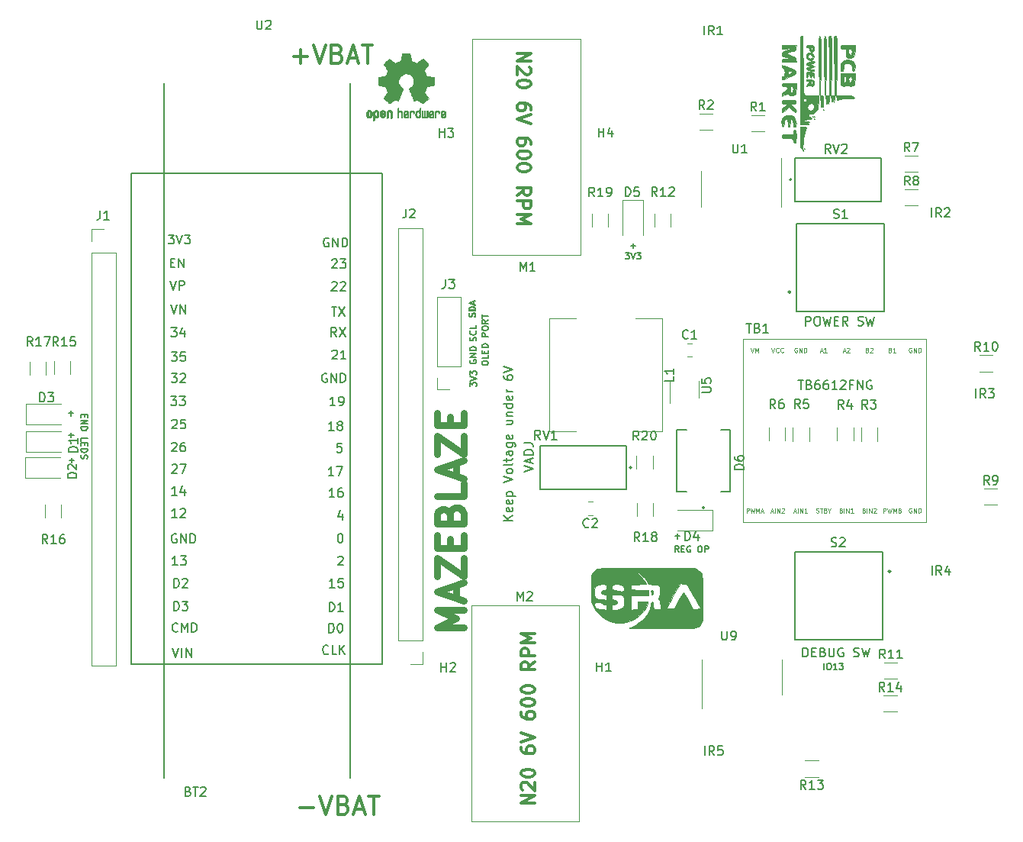
<source format=gto>
%TF.GenerationSoftware,KiCad,Pcbnew,5.1.5+dfsg1-2build2*%
%TF.CreationDate,2021-11-18T22:09:55+05:30*%
%TF.ProjectId,Meshmerize,4d657368-6d65-4726-997a-652e6b696361,rev?*%
%TF.SameCoordinates,Original*%
%TF.FileFunction,Legend,Top*%
%TF.FilePolarity,Positive*%
%FSLAX46Y46*%
G04 Gerber Fmt 4.6, Leading zero omitted, Abs format (unit mm)*
G04 Created by KiCad (PCBNEW 5.1.5+dfsg1-2build2) date 2021-11-18 22:09:55*
%MOMM*%
%LPD*%
G04 APERTURE LIST*
%ADD10C,0.750000*%
%ADD11C,0.300000*%
%ADD12C,0.150000*%
%ADD13C,0.010000*%
%ADD14C,0.200000*%
%ADD15C,0.127000*%
%ADD16C,0.120000*%
%ADD17C,0.250000*%
%ADD18C,0.100000*%
G04 APERTURE END LIST*
D10*
X144196582Y-113309822D02*
X141196582Y-113309822D01*
X143339440Y-112309822D01*
X141196582Y-111309822D01*
X144196582Y-111309822D01*
X143339440Y-110024108D02*
X143339440Y-108595537D01*
X144196582Y-110309822D02*
X141196582Y-109309822D01*
X144196582Y-108309822D01*
X141196582Y-107595537D02*
X141196582Y-105595537D01*
X144196582Y-107595537D01*
X144196582Y-105595537D01*
X142625154Y-104452680D02*
X142625154Y-103452680D01*
X144196582Y-103024108D02*
X144196582Y-104452680D01*
X141196582Y-104452680D01*
X141196582Y-103024108D01*
X142625154Y-100738394D02*
X142768011Y-100309822D01*
X142910868Y-100166965D01*
X143196582Y-100024108D01*
X143625154Y-100024108D01*
X143910868Y-100166965D01*
X144053725Y-100309822D01*
X144196582Y-100595537D01*
X144196582Y-101738394D01*
X141196582Y-101738394D01*
X141196582Y-100738394D01*
X141339440Y-100452680D01*
X141482297Y-100309822D01*
X141768011Y-100166965D01*
X142053725Y-100166965D01*
X142339440Y-100309822D01*
X142482297Y-100452680D01*
X142625154Y-100738394D01*
X142625154Y-101738394D01*
X144196582Y-97309822D02*
X144196582Y-98738394D01*
X141196582Y-98738394D01*
X143339440Y-96452680D02*
X143339440Y-95024108D01*
X144196582Y-96738394D02*
X141196582Y-95738394D01*
X144196582Y-94738394D01*
X141196582Y-94024108D02*
X141196582Y-92024108D01*
X144196582Y-94024108D01*
X144196582Y-92024108D01*
X142625154Y-90881251D02*
X142625154Y-89881251D01*
X144196582Y-89452680D02*
X144196582Y-90881251D01*
X141196582Y-90881251D01*
X141196582Y-89452680D01*
D11*
X150108528Y-49626428D02*
X151608528Y-49626428D01*
X150108528Y-50483571D01*
X151608528Y-50483571D01*
X151465671Y-51126428D02*
X151537100Y-51197857D01*
X151608528Y-51340714D01*
X151608528Y-51697857D01*
X151537100Y-51840714D01*
X151465671Y-51912142D01*
X151322814Y-51983571D01*
X151179957Y-51983571D01*
X150965671Y-51912142D01*
X150108528Y-51055000D01*
X150108528Y-51983571D01*
X151608528Y-52912142D02*
X151608528Y-53055000D01*
X151537100Y-53197857D01*
X151465671Y-53269285D01*
X151322814Y-53340714D01*
X151037100Y-53412142D01*
X150679957Y-53412142D01*
X150394242Y-53340714D01*
X150251385Y-53269285D01*
X150179957Y-53197857D01*
X150108528Y-53055000D01*
X150108528Y-52912142D01*
X150179957Y-52769285D01*
X150251385Y-52697857D01*
X150394242Y-52626428D01*
X150679957Y-52555000D01*
X151037100Y-52555000D01*
X151322814Y-52626428D01*
X151465671Y-52697857D01*
X151537100Y-52769285D01*
X151608528Y-52912142D01*
X151608528Y-55840714D02*
X151608528Y-55555000D01*
X151537100Y-55412142D01*
X151465671Y-55340714D01*
X151251385Y-55197857D01*
X150965671Y-55126428D01*
X150394242Y-55126428D01*
X150251385Y-55197857D01*
X150179957Y-55269285D01*
X150108528Y-55412142D01*
X150108528Y-55697857D01*
X150179957Y-55840714D01*
X150251385Y-55912142D01*
X150394242Y-55983571D01*
X150751385Y-55983571D01*
X150894242Y-55912142D01*
X150965671Y-55840714D01*
X151037100Y-55697857D01*
X151037100Y-55412142D01*
X150965671Y-55269285D01*
X150894242Y-55197857D01*
X150751385Y-55126428D01*
X151608528Y-56412142D02*
X150108528Y-56912142D01*
X151608528Y-57412142D01*
X151608528Y-59697857D02*
X151608528Y-59412142D01*
X151537100Y-59269285D01*
X151465671Y-59197857D01*
X151251385Y-59055000D01*
X150965671Y-58983571D01*
X150394242Y-58983571D01*
X150251385Y-59055000D01*
X150179957Y-59126428D01*
X150108528Y-59269285D01*
X150108528Y-59555000D01*
X150179957Y-59697857D01*
X150251385Y-59769285D01*
X150394242Y-59840714D01*
X150751385Y-59840714D01*
X150894242Y-59769285D01*
X150965671Y-59697857D01*
X151037100Y-59555000D01*
X151037100Y-59269285D01*
X150965671Y-59126428D01*
X150894242Y-59055000D01*
X150751385Y-58983571D01*
X151608528Y-60769285D02*
X151608528Y-60912142D01*
X151537100Y-61055000D01*
X151465671Y-61126428D01*
X151322814Y-61197857D01*
X151037100Y-61269285D01*
X150679957Y-61269285D01*
X150394242Y-61197857D01*
X150251385Y-61126428D01*
X150179957Y-61055000D01*
X150108528Y-60912142D01*
X150108528Y-60769285D01*
X150179957Y-60626428D01*
X150251385Y-60555000D01*
X150394242Y-60483571D01*
X150679957Y-60412142D01*
X151037100Y-60412142D01*
X151322814Y-60483571D01*
X151465671Y-60555000D01*
X151537100Y-60626428D01*
X151608528Y-60769285D01*
X151608528Y-62197857D02*
X151608528Y-62340714D01*
X151537100Y-62483571D01*
X151465671Y-62555000D01*
X151322814Y-62626428D01*
X151037100Y-62697857D01*
X150679957Y-62697857D01*
X150394242Y-62626428D01*
X150251385Y-62555000D01*
X150179957Y-62483571D01*
X150108528Y-62340714D01*
X150108528Y-62197857D01*
X150179957Y-62055000D01*
X150251385Y-61983571D01*
X150394242Y-61912142D01*
X150679957Y-61840714D01*
X151037100Y-61840714D01*
X151322814Y-61912142D01*
X151465671Y-61983571D01*
X151537100Y-62055000D01*
X151608528Y-62197857D01*
X150108528Y-65340714D02*
X150822814Y-64840714D01*
X150108528Y-64483571D02*
X151608528Y-64483571D01*
X151608528Y-65055000D01*
X151537100Y-65197857D01*
X151465671Y-65269285D01*
X151322814Y-65340714D01*
X151108528Y-65340714D01*
X150965671Y-65269285D01*
X150894242Y-65197857D01*
X150822814Y-65055000D01*
X150822814Y-64483571D01*
X150108528Y-65983571D02*
X151608528Y-65983571D01*
X151608528Y-66555000D01*
X151537100Y-66697857D01*
X151465671Y-66769285D01*
X151322814Y-66840714D01*
X151108528Y-66840714D01*
X150965671Y-66769285D01*
X150894242Y-66697857D01*
X150822814Y-66555000D01*
X150822814Y-65983571D01*
X150108528Y-67483571D02*
X151608528Y-67483571D01*
X150537100Y-67983571D01*
X151608528Y-68483571D01*
X150108528Y-68483571D01*
X152062571Y-132796371D02*
X150562571Y-132796371D01*
X152062571Y-131939228D01*
X150562571Y-131939228D01*
X150705428Y-131296371D02*
X150634000Y-131224942D01*
X150562571Y-131082085D01*
X150562571Y-130724942D01*
X150634000Y-130582085D01*
X150705428Y-130510657D01*
X150848285Y-130439228D01*
X150991142Y-130439228D01*
X151205428Y-130510657D01*
X152062571Y-131367800D01*
X152062571Y-130439228D01*
X150562571Y-129510657D02*
X150562571Y-129367800D01*
X150634000Y-129224942D01*
X150705428Y-129153514D01*
X150848285Y-129082085D01*
X151134000Y-129010657D01*
X151491142Y-129010657D01*
X151776857Y-129082085D01*
X151919714Y-129153514D01*
X151991142Y-129224942D01*
X152062571Y-129367800D01*
X152062571Y-129510657D01*
X151991142Y-129653514D01*
X151919714Y-129724942D01*
X151776857Y-129796371D01*
X151491142Y-129867800D01*
X151134000Y-129867800D01*
X150848285Y-129796371D01*
X150705428Y-129724942D01*
X150634000Y-129653514D01*
X150562571Y-129510657D01*
X150562571Y-126582085D02*
X150562571Y-126867800D01*
X150634000Y-127010657D01*
X150705428Y-127082085D01*
X150919714Y-127224942D01*
X151205428Y-127296371D01*
X151776857Y-127296371D01*
X151919714Y-127224942D01*
X151991142Y-127153514D01*
X152062571Y-127010657D01*
X152062571Y-126724942D01*
X151991142Y-126582085D01*
X151919714Y-126510657D01*
X151776857Y-126439228D01*
X151419714Y-126439228D01*
X151276857Y-126510657D01*
X151205428Y-126582085D01*
X151134000Y-126724942D01*
X151134000Y-127010657D01*
X151205428Y-127153514D01*
X151276857Y-127224942D01*
X151419714Y-127296371D01*
X150562571Y-126010657D02*
X152062571Y-125510657D01*
X150562571Y-125010657D01*
X150562571Y-122724942D02*
X150562571Y-123010657D01*
X150634000Y-123153514D01*
X150705428Y-123224942D01*
X150919714Y-123367800D01*
X151205428Y-123439228D01*
X151776857Y-123439228D01*
X151919714Y-123367800D01*
X151991142Y-123296371D01*
X152062571Y-123153514D01*
X152062571Y-122867800D01*
X151991142Y-122724942D01*
X151919714Y-122653514D01*
X151776857Y-122582085D01*
X151419714Y-122582085D01*
X151276857Y-122653514D01*
X151205428Y-122724942D01*
X151134000Y-122867800D01*
X151134000Y-123153514D01*
X151205428Y-123296371D01*
X151276857Y-123367800D01*
X151419714Y-123439228D01*
X150562571Y-121653514D02*
X150562571Y-121510657D01*
X150634000Y-121367800D01*
X150705428Y-121296371D01*
X150848285Y-121224942D01*
X151134000Y-121153514D01*
X151491142Y-121153514D01*
X151776857Y-121224942D01*
X151919714Y-121296371D01*
X151991142Y-121367800D01*
X152062571Y-121510657D01*
X152062571Y-121653514D01*
X151991142Y-121796371D01*
X151919714Y-121867800D01*
X151776857Y-121939228D01*
X151491142Y-122010657D01*
X151134000Y-122010657D01*
X150848285Y-121939228D01*
X150705428Y-121867800D01*
X150634000Y-121796371D01*
X150562571Y-121653514D01*
X150562571Y-120224942D02*
X150562571Y-120082085D01*
X150634000Y-119939228D01*
X150705428Y-119867800D01*
X150848285Y-119796371D01*
X151134000Y-119724942D01*
X151491142Y-119724942D01*
X151776857Y-119796371D01*
X151919714Y-119867800D01*
X151991142Y-119939228D01*
X152062571Y-120082085D01*
X152062571Y-120224942D01*
X151991142Y-120367800D01*
X151919714Y-120439228D01*
X151776857Y-120510657D01*
X151491142Y-120582085D01*
X151134000Y-120582085D01*
X150848285Y-120510657D01*
X150705428Y-120439228D01*
X150634000Y-120367800D01*
X150562571Y-120224942D01*
X152062571Y-117082085D02*
X151348285Y-117582085D01*
X152062571Y-117939228D02*
X150562571Y-117939228D01*
X150562571Y-117367800D01*
X150634000Y-117224942D01*
X150705428Y-117153514D01*
X150848285Y-117082085D01*
X151062571Y-117082085D01*
X151205428Y-117153514D01*
X151276857Y-117224942D01*
X151348285Y-117367800D01*
X151348285Y-117939228D01*
X152062571Y-116439228D02*
X150562571Y-116439228D01*
X150562571Y-115867800D01*
X150634000Y-115724942D01*
X150705428Y-115653514D01*
X150848285Y-115582085D01*
X151062571Y-115582085D01*
X151205428Y-115653514D01*
X151276857Y-115724942D01*
X151348285Y-115867800D01*
X151348285Y-116439228D01*
X152062571Y-114939228D02*
X150562571Y-114939228D01*
X151634000Y-114439228D01*
X150562571Y-113939228D01*
X152062571Y-113939228D01*
D12*
X149588480Y-101402090D02*
X148588480Y-101402090D01*
X149588480Y-100830661D02*
X149017052Y-101259233D01*
X148588480Y-100830661D02*
X149159909Y-101402090D01*
X149540861Y-100021138D02*
X149588480Y-100116376D01*
X149588480Y-100306852D01*
X149540861Y-100402090D01*
X149445623Y-100449709D01*
X149064671Y-100449709D01*
X148969433Y-100402090D01*
X148921814Y-100306852D01*
X148921814Y-100116376D01*
X148969433Y-100021138D01*
X149064671Y-99973519D01*
X149159909Y-99973519D01*
X149255147Y-100449709D01*
X149540861Y-99163995D02*
X149588480Y-99259233D01*
X149588480Y-99449709D01*
X149540861Y-99544947D01*
X149445623Y-99592566D01*
X149064671Y-99592566D01*
X148969433Y-99544947D01*
X148921814Y-99449709D01*
X148921814Y-99259233D01*
X148969433Y-99163995D01*
X149064671Y-99116376D01*
X149159909Y-99116376D01*
X149255147Y-99592566D01*
X148921814Y-98687804D02*
X149921814Y-98687804D01*
X148969433Y-98687804D02*
X148921814Y-98592566D01*
X148921814Y-98402090D01*
X148969433Y-98306852D01*
X149017052Y-98259233D01*
X149112290Y-98211614D01*
X149398004Y-98211614D01*
X149493242Y-98259233D01*
X149540861Y-98306852D01*
X149588480Y-98402090D01*
X149588480Y-98592566D01*
X149540861Y-98687804D01*
X148588480Y-97163995D02*
X149588480Y-96830661D01*
X148588480Y-96497328D01*
X149588480Y-96021138D02*
X149540861Y-96116376D01*
X149493242Y-96163995D01*
X149398004Y-96211614D01*
X149112290Y-96211614D01*
X149017052Y-96163995D01*
X148969433Y-96116376D01*
X148921814Y-96021138D01*
X148921814Y-95878280D01*
X148969433Y-95783042D01*
X149017052Y-95735423D01*
X149112290Y-95687804D01*
X149398004Y-95687804D01*
X149493242Y-95735423D01*
X149540861Y-95783042D01*
X149588480Y-95878280D01*
X149588480Y-96021138D01*
X149588480Y-95116376D02*
X149540861Y-95211614D01*
X149445623Y-95259233D01*
X148588480Y-95259233D01*
X148921814Y-94878280D02*
X148921814Y-94497328D01*
X148588480Y-94735423D02*
X149445623Y-94735423D01*
X149540861Y-94687804D01*
X149588480Y-94592566D01*
X149588480Y-94497328D01*
X149588480Y-93735423D02*
X149064671Y-93735423D01*
X148969433Y-93783042D01*
X148921814Y-93878280D01*
X148921814Y-94068757D01*
X148969433Y-94163995D01*
X149540861Y-93735423D02*
X149588480Y-93830661D01*
X149588480Y-94068757D01*
X149540861Y-94163995D01*
X149445623Y-94211614D01*
X149350385Y-94211614D01*
X149255147Y-94163995D01*
X149207528Y-94068757D01*
X149207528Y-93830661D01*
X149159909Y-93735423D01*
X148921814Y-92830661D02*
X149731338Y-92830661D01*
X149826576Y-92878280D01*
X149874195Y-92925900D01*
X149921814Y-93021138D01*
X149921814Y-93163995D01*
X149874195Y-93259233D01*
X149540861Y-92830661D02*
X149588480Y-92925900D01*
X149588480Y-93116376D01*
X149540861Y-93211614D01*
X149493242Y-93259233D01*
X149398004Y-93306852D01*
X149112290Y-93306852D01*
X149017052Y-93259233D01*
X148969433Y-93211614D01*
X148921814Y-93116376D01*
X148921814Y-92925900D01*
X148969433Y-92830661D01*
X149540861Y-91973519D02*
X149588480Y-92068757D01*
X149588480Y-92259233D01*
X149540861Y-92354471D01*
X149445623Y-92402090D01*
X149064671Y-92402090D01*
X148969433Y-92354471D01*
X148921814Y-92259233D01*
X148921814Y-92068757D01*
X148969433Y-91973519D01*
X149064671Y-91925900D01*
X149159909Y-91925900D01*
X149255147Y-92402090D01*
X148921814Y-90306852D02*
X149588480Y-90306852D01*
X148921814Y-90735423D02*
X149445623Y-90735423D01*
X149540861Y-90687804D01*
X149588480Y-90592566D01*
X149588480Y-90449709D01*
X149540861Y-90354471D01*
X149493242Y-90306852D01*
X148921814Y-89830661D02*
X149588480Y-89830661D01*
X149017052Y-89830661D02*
X148969433Y-89783042D01*
X148921814Y-89687804D01*
X148921814Y-89544947D01*
X148969433Y-89449709D01*
X149064671Y-89402090D01*
X149588480Y-89402090D01*
X149588480Y-88497328D02*
X148588480Y-88497328D01*
X149540861Y-88497328D02*
X149588480Y-88592566D01*
X149588480Y-88783042D01*
X149540861Y-88878280D01*
X149493242Y-88925900D01*
X149398004Y-88973519D01*
X149112290Y-88973519D01*
X149017052Y-88925900D01*
X148969433Y-88878280D01*
X148921814Y-88783042D01*
X148921814Y-88592566D01*
X148969433Y-88497328D01*
X149540861Y-87640185D02*
X149588480Y-87735423D01*
X149588480Y-87925900D01*
X149540861Y-88021138D01*
X149445623Y-88068757D01*
X149064671Y-88068757D01*
X148969433Y-88021138D01*
X148921814Y-87925900D01*
X148921814Y-87735423D01*
X148969433Y-87640185D01*
X149064671Y-87592566D01*
X149159909Y-87592566D01*
X149255147Y-88068757D01*
X149588480Y-87163995D02*
X148921814Y-87163995D01*
X149112290Y-87163995D02*
X149017052Y-87116376D01*
X148969433Y-87068757D01*
X148921814Y-86973519D01*
X148921814Y-86878280D01*
X148588480Y-85354471D02*
X148588480Y-85544947D01*
X148636100Y-85640185D01*
X148683719Y-85687804D01*
X148826576Y-85783042D01*
X149017052Y-85830661D01*
X149398004Y-85830661D01*
X149493242Y-85783042D01*
X149540861Y-85735423D01*
X149588480Y-85640185D01*
X149588480Y-85449709D01*
X149540861Y-85354471D01*
X149493242Y-85306852D01*
X149398004Y-85259233D01*
X149159909Y-85259233D01*
X149064671Y-85306852D01*
X149017052Y-85354471D01*
X148969433Y-85449709D01*
X148969433Y-85640185D01*
X149017052Y-85735423D01*
X149064671Y-85783042D01*
X149159909Y-85830661D01*
X148588480Y-84973519D02*
X149588480Y-84640185D01*
X148588480Y-84306852D01*
D11*
X125997864Y-133233777D02*
X127521674Y-133233777D01*
X128188340Y-131995681D02*
X128855007Y-133995681D01*
X129521674Y-131995681D01*
X130855007Y-132948062D02*
X131140721Y-133043300D01*
X131235960Y-133138539D01*
X131331198Y-133329015D01*
X131331198Y-133614729D01*
X131235960Y-133805205D01*
X131140721Y-133900443D01*
X130950245Y-133995681D01*
X130188340Y-133995681D01*
X130188340Y-131995681D01*
X130855007Y-131995681D01*
X131045483Y-132090920D01*
X131140721Y-132186158D01*
X131235960Y-132376634D01*
X131235960Y-132567110D01*
X131140721Y-132757586D01*
X131045483Y-132852824D01*
X130855007Y-132948062D01*
X130188340Y-132948062D01*
X132093102Y-133424253D02*
X133045483Y-133424253D01*
X131902626Y-133995681D02*
X132569293Y-131995681D01*
X133235960Y-133995681D01*
X133616912Y-131995681D02*
X134759769Y-131995681D01*
X134188340Y-133995681D02*
X134188340Y-131995681D01*
X125291744Y-49937017D02*
X126815554Y-49937017D01*
X126053649Y-50698921D02*
X126053649Y-49175112D01*
X127482220Y-48698921D02*
X128148887Y-50698921D01*
X128815554Y-48698921D01*
X130148887Y-49651302D02*
X130434601Y-49746540D01*
X130529840Y-49841779D01*
X130625078Y-50032255D01*
X130625078Y-50317969D01*
X130529840Y-50508445D01*
X130434601Y-50603683D01*
X130244125Y-50698921D01*
X129482220Y-50698921D01*
X129482220Y-48698921D01*
X130148887Y-48698921D01*
X130339363Y-48794160D01*
X130434601Y-48889398D01*
X130529840Y-49079874D01*
X130529840Y-49270350D01*
X130434601Y-49460826D01*
X130339363Y-49556064D01*
X130148887Y-49651302D01*
X129482220Y-49651302D01*
X131386982Y-50127493D02*
X132339363Y-50127493D01*
X131196506Y-50698921D02*
X131863173Y-48698921D01*
X132529840Y-50698921D01*
X132910792Y-48698921D02*
X134053649Y-48698921D01*
X133482220Y-50698921D02*
X133482220Y-48698921D01*
D12*
X181277142Y-85863180D02*
X181848571Y-85863180D01*
X181562857Y-86863180D02*
X181562857Y-85863180D01*
X182515238Y-86339371D02*
X182658095Y-86386990D01*
X182705714Y-86434609D01*
X182753333Y-86529847D01*
X182753333Y-86672704D01*
X182705714Y-86767942D01*
X182658095Y-86815561D01*
X182562857Y-86863180D01*
X182181904Y-86863180D01*
X182181904Y-85863180D01*
X182515238Y-85863180D01*
X182610476Y-85910800D01*
X182658095Y-85958419D01*
X182705714Y-86053657D01*
X182705714Y-86148895D01*
X182658095Y-86244133D01*
X182610476Y-86291752D01*
X182515238Y-86339371D01*
X182181904Y-86339371D01*
X183610476Y-85863180D02*
X183420000Y-85863180D01*
X183324761Y-85910800D01*
X183277142Y-85958419D01*
X183181904Y-86101276D01*
X183134285Y-86291752D01*
X183134285Y-86672704D01*
X183181904Y-86767942D01*
X183229523Y-86815561D01*
X183324761Y-86863180D01*
X183515238Y-86863180D01*
X183610476Y-86815561D01*
X183658095Y-86767942D01*
X183705714Y-86672704D01*
X183705714Y-86434609D01*
X183658095Y-86339371D01*
X183610476Y-86291752D01*
X183515238Y-86244133D01*
X183324761Y-86244133D01*
X183229523Y-86291752D01*
X183181904Y-86339371D01*
X183134285Y-86434609D01*
X184562857Y-85863180D02*
X184372380Y-85863180D01*
X184277142Y-85910800D01*
X184229523Y-85958419D01*
X184134285Y-86101276D01*
X184086666Y-86291752D01*
X184086666Y-86672704D01*
X184134285Y-86767942D01*
X184181904Y-86815561D01*
X184277142Y-86863180D01*
X184467619Y-86863180D01*
X184562857Y-86815561D01*
X184610476Y-86767942D01*
X184658095Y-86672704D01*
X184658095Y-86434609D01*
X184610476Y-86339371D01*
X184562857Y-86291752D01*
X184467619Y-86244133D01*
X184277142Y-86244133D01*
X184181904Y-86291752D01*
X184134285Y-86339371D01*
X184086666Y-86434609D01*
X185610476Y-86863180D02*
X185039047Y-86863180D01*
X185324761Y-86863180D02*
X185324761Y-85863180D01*
X185229523Y-86006038D01*
X185134285Y-86101276D01*
X185039047Y-86148895D01*
X185991428Y-85958419D02*
X186039047Y-85910800D01*
X186134285Y-85863180D01*
X186372380Y-85863180D01*
X186467619Y-85910800D01*
X186515238Y-85958419D01*
X186562857Y-86053657D01*
X186562857Y-86148895D01*
X186515238Y-86291752D01*
X185943809Y-86863180D01*
X186562857Y-86863180D01*
X187324761Y-86339371D02*
X186991428Y-86339371D01*
X186991428Y-86863180D02*
X186991428Y-85863180D01*
X187467619Y-85863180D01*
X187848571Y-86863180D02*
X187848571Y-85863180D01*
X188420000Y-86863180D01*
X188420000Y-85863180D01*
X189420000Y-85910800D02*
X189324761Y-85863180D01*
X189181904Y-85863180D01*
X189039047Y-85910800D01*
X188943809Y-86006038D01*
X188896190Y-86101276D01*
X188848571Y-86291752D01*
X188848571Y-86434609D01*
X188896190Y-86625085D01*
X188943809Y-86720323D01*
X189039047Y-86815561D01*
X189181904Y-86863180D01*
X189277142Y-86863180D01*
X189420000Y-86815561D01*
X189467619Y-86767942D01*
X189467619Y-86434609D01*
X189277142Y-86434609D01*
X170931009Y-127437140D02*
X170931009Y-126437140D01*
X171978628Y-127437140D02*
X171645295Y-126960950D01*
X171407200Y-127437140D02*
X171407200Y-126437140D01*
X171788152Y-126437140D01*
X171883390Y-126484760D01*
X171931009Y-126532379D01*
X171978628Y-126627617D01*
X171978628Y-126770474D01*
X171931009Y-126865712D01*
X171883390Y-126913331D01*
X171788152Y-126960950D01*
X171407200Y-126960950D01*
X172883390Y-126437140D02*
X172407200Y-126437140D01*
X172359580Y-126913331D01*
X172407200Y-126865712D01*
X172502438Y-126818093D01*
X172740533Y-126818093D01*
X172835771Y-126865712D01*
X172883390Y-126913331D01*
X172931009Y-127008569D01*
X172931009Y-127246664D01*
X172883390Y-127341902D01*
X172835771Y-127389521D01*
X172740533Y-127437140D01*
X172502438Y-127437140D01*
X172407200Y-127389521D01*
X172359580Y-127341902D01*
X196153209Y-107447340D02*
X196153209Y-106447340D01*
X197200828Y-107447340D02*
X196867495Y-106971150D01*
X196629400Y-107447340D02*
X196629400Y-106447340D01*
X197010352Y-106447340D01*
X197105590Y-106494960D01*
X197153209Y-106542579D01*
X197200828Y-106637817D01*
X197200828Y-106780674D01*
X197153209Y-106875912D01*
X197105590Y-106923531D01*
X197010352Y-106971150D01*
X196629400Y-106971150D01*
X198057971Y-106780674D02*
X198057971Y-107447340D01*
X197819876Y-106399721D02*
X197581780Y-107114007D01*
X198200828Y-107114007D01*
X201024929Y-87823300D02*
X201024929Y-86823300D01*
X202072548Y-87823300D02*
X201739215Y-87347110D01*
X201501120Y-87823300D02*
X201501120Y-86823300D01*
X201882072Y-86823300D01*
X201977310Y-86870920D01*
X202024929Y-86918539D01*
X202072548Y-87013777D01*
X202072548Y-87156634D01*
X202024929Y-87251872D01*
X201977310Y-87299491D01*
X201882072Y-87347110D01*
X201501120Y-87347110D01*
X202405881Y-86823300D02*
X203024929Y-86823300D01*
X202691596Y-87204253D01*
X202834453Y-87204253D01*
X202929691Y-87251872D01*
X202977310Y-87299491D01*
X203024929Y-87394729D01*
X203024929Y-87632824D01*
X202977310Y-87728062D01*
X202929691Y-87775681D01*
X202834453Y-87823300D01*
X202548739Y-87823300D01*
X202453500Y-87775681D01*
X202405881Y-87728062D01*
X196102409Y-67757300D02*
X196102409Y-66757300D01*
X197150028Y-67757300D02*
X196816695Y-67281110D01*
X196578600Y-67757300D02*
X196578600Y-66757300D01*
X196959552Y-66757300D01*
X197054790Y-66804920D01*
X197102409Y-66852539D01*
X197150028Y-66947777D01*
X197150028Y-67090634D01*
X197102409Y-67185872D01*
X197054790Y-67233491D01*
X196959552Y-67281110D01*
X196578600Y-67281110D01*
X197530980Y-66852539D02*
X197578600Y-66804920D01*
X197673838Y-66757300D01*
X197911933Y-66757300D01*
X198007171Y-66804920D01*
X198054790Y-66852539D01*
X198102409Y-66947777D01*
X198102409Y-67043015D01*
X198054790Y-67185872D01*
X197483361Y-67757300D01*
X198102409Y-67757300D01*
X170890369Y-47533820D02*
X170890369Y-46533820D01*
X171937988Y-47533820D02*
X171604655Y-47057630D01*
X171366560Y-47533820D02*
X171366560Y-46533820D01*
X171747512Y-46533820D01*
X171842750Y-46581440D01*
X171890369Y-46629059D01*
X171937988Y-46724297D01*
X171937988Y-46867154D01*
X171890369Y-46962392D01*
X171842750Y-47010011D01*
X171747512Y-47057630D01*
X171366560Y-47057630D01*
X172890369Y-47533820D02*
X172318940Y-47533820D01*
X172604655Y-47533820D02*
X172604655Y-46533820D01*
X172509417Y-46676678D01*
X172414179Y-46771916D01*
X172318940Y-46819535D01*
X150861780Y-95978457D02*
X151861780Y-95645123D01*
X150861780Y-95311790D01*
X151576066Y-95026076D02*
X151576066Y-94549885D01*
X151861780Y-95121314D02*
X150861780Y-94787980D01*
X151861780Y-94454647D01*
X151861780Y-94121314D02*
X150861780Y-94121314D01*
X150861780Y-93883219D01*
X150909400Y-93740361D01*
X151004638Y-93645123D01*
X151099876Y-93597504D01*
X151290352Y-93549885D01*
X151433209Y-93549885D01*
X151623685Y-93597504D01*
X151718923Y-93645123D01*
X151814161Y-93740361D01*
X151861780Y-93883219D01*
X151861780Y-94121314D01*
X150861780Y-92835600D02*
X151576066Y-92835600D01*
X151718923Y-92883219D01*
X151814161Y-92978457D01*
X151861780Y-93121314D01*
X151861780Y-93216552D01*
X129147961Y-116168442D02*
X129100342Y-116216061D01*
X128957485Y-116263680D01*
X128862247Y-116263680D01*
X128719390Y-116216061D01*
X128624152Y-116120823D01*
X128576533Y-116025585D01*
X128528914Y-115835109D01*
X128528914Y-115692252D01*
X128576533Y-115501776D01*
X128624152Y-115406538D01*
X128719390Y-115311300D01*
X128862247Y-115263680D01*
X128957485Y-115263680D01*
X129100342Y-115311300D01*
X129147961Y-115358919D01*
X130052723Y-116263680D02*
X129576533Y-116263680D01*
X129576533Y-115263680D01*
X130386057Y-116263680D02*
X130386057Y-115263680D01*
X130957485Y-116263680D02*
X130528914Y-115692252D01*
X130957485Y-115263680D02*
X130386057Y-115835109D01*
X129208304Y-113837980D02*
X129208304Y-112837980D01*
X129446400Y-112837980D01*
X129589257Y-112885600D01*
X129684495Y-112980838D01*
X129732114Y-113076076D01*
X129779733Y-113266552D01*
X129779733Y-113409409D01*
X129732114Y-113599885D01*
X129684495Y-113695123D01*
X129589257Y-113790361D01*
X129446400Y-113837980D01*
X129208304Y-113837980D01*
X130398780Y-112837980D02*
X130494019Y-112837980D01*
X130589257Y-112885600D01*
X130636876Y-112933219D01*
X130684495Y-113028457D01*
X130732114Y-113218933D01*
X130732114Y-113457028D01*
X130684495Y-113647504D01*
X130636876Y-113742742D01*
X130589257Y-113790361D01*
X130494019Y-113837980D01*
X130398780Y-113837980D01*
X130303542Y-113790361D01*
X130255923Y-113742742D01*
X130208304Y-113647504D01*
X130160685Y-113457028D01*
X130160685Y-113218933D01*
X130208304Y-113028457D01*
X130255923Y-112933219D01*
X130303542Y-112885600D01*
X130398780Y-112837980D01*
X129259104Y-111501180D02*
X129259104Y-110501180D01*
X129497200Y-110501180D01*
X129640057Y-110548800D01*
X129735295Y-110644038D01*
X129782914Y-110739276D01*
X129830533Y-110929752D01*
X129830533Y-111072609D01*
X129782914Y-111263085D01*
X129735295Y-111358323D01*
X129640057Y-111453561D01*
X129497200Y-111501180D01*
X129259104Y-111501180D01*
X130782914Y-111501180D02*
X130211485Y-111501180D01*
X130497200Y-111501180D02*
X130497200Y-110501180D01*
X130401961Y-110644038D01*
X130306723Y-110739276D01*
X130211485Y-110786895D01*
X129857523Y-108846880D02*
X129286095Y-108846880D01*
X129571809Y-108846880D02*
X129571809Y-107846880D01*
X129476571Y-107989738D01*
X129381333Y-108084976D01*
X129286095Y-108132595D01*
X130762285Y-107846880D02*
X130286095Y-107846880D01*
X130238476Y-108323071D01*
X130286095Y-108275452D01*
X130381333Y-108227833D01*
X130619428Y-108227833D01*
X130714666Y-108275452D01*
X130762285Y-108323071D01*
X130809904Y-108418309D01*
X130809904Y-108656404D01*
X130762285Y-108751642D01*
X130714666Y-108799261D01*
X130619428Y-108846880D01*
X130381333Y-108846880D01*
X130286095Y-108799261D01*
X130238476Y-108751642D01*
X130232185Y-105478319D02*
X130279804Y-105430700D01*
X130375042Y-105383080D01*
X130613138Y-105383080D01*
X130708376Y-105430700D01*
X130755995Y-105478319D01*
X130803614Y-105573557D01*
X130803614Y-105668795D01*
X130755995Y-105811652D01*
X130184566Y-106383080D01*
X130803614Y-106383080D01*
X130419480Y-102868480D02*
X130514719Y-102868480D01*
X130609957Y-102916100D01*
X130657576Y-102963719D01*
X130705195Y-103058957D01*
X130752814Y-103249433D01*
X130752814Y-103487528D01*
X130705195Y-103678004D01*
X130657576Y-103773242D01*
X130609957Y-103820861D01*
X130514719Y-103868480D01*
X130419480Y-103868480D01*
X130324242Y-103820861D01*
X130276623Y-103773242D01*
X130229004Y-103678004D01*
X130181385Y-103487528D01*
X130181385Y-103249433D01*
X130229004Y-103058957D01*
X130276623Y-102963719D01*
X130324242Y-102916100D01*
X130419480Y-102868480D01*
X130682976Y-100661814D02*
X130682976Y-101328480D01*
X130444880Y-100280861D02*
X130206785Y-100995147D01*
X130825833Y-100995147D01*
X129819423Y-98813880D02*
X129247995Y-98813880D01*
X129533709Y-98813880D02*
X129533709Y-97813880D01*
X129438471Y-97956738D01*
X129343233Y-98051976D01*
X129247995Y-98099595D01*
X130676566Y-97813880D02*
X130486090Y-97813880D01*
X130390852Y-97861500D01*
X130343233Y-97909119D01*
X130247995Y-98051976D01*
X130200376Y-98242452D01*
X130200376Y-98623404D01*
X130247995Y-98718642D01*
X130295614Y-98766261D01*
X130390852Y-98813880D01*
X130581328Y-98813880D01*
X130676566Y-98766261D01*
X130724185Y-98718642D01*
X130771804Y-98623404D01*
X130771804Y-98385309D01*
X130724185Y-98290071D01*
X130676566Y-98242452D01*
X130581328Y-98194833D01*
X130390852Y-98194833D01*
X130295614Y-98242452D01*
X130247995Y-98290071D01*
X130200376Y-98385309D01*
X129730523Y-96451680D02*
X129159095Y-96451680D01*
X129444809Y-96451680D02*
X129444809Y-95451680D01*
X129349571Y-95594538D01*
X129254333Y-95689776D01*
X129159095Y-95737395D01*
X130063857Y-95451680D02*
X130730523Y-95451680D01*
X130301952Y-96451680D01*
X130616295Y-92860880D02*
X130140104Y-92860880D01*
X130092485Y-93337071D01*
X130140104Y-93289452D01*
X130235342Y-93241833D01*
X130473438Y-93241833D01*
X130568676Y-93289452D01*
X130616295Y-93337071D01*
X130663914Y-93432309D01*
X130663914Y-93670404D01*
X130616295Y-93765642D01*
X130568676Y-93813261D01*
X130473438Y-93860880D01*
X130235342Y-93860880D01*
X130140104Y-93813261D01*
X130092485Y-93765642D01*
X129768623Y-91422480D02*
X129197195Y-91422480D01*
X129482909Y-91422480D02*
X129482909Y-90422480D01*
X129387671Y-90565338D01*
X129292433Y-90660576D01*
X129197195Y-90708195D01*
X130340052Y-90851052D02*
X130244814Y-90803433D01*
X130197195Y-90755814D01*
X130149576Y-90660576D01*
X130149576Y-90612957D01*
X130197195Y-90517719D01*
X130244814Y-90470100D01*
X130340052Y-90422480D01*
X130530528Y-90422480D01*
X130625766Y-90470100D01*
X130673385Y-90517719D01*
X130721004Y-90612957D01*
X130721004Y-90660576D01*
X130673385Y-90755814D01*
X130625766Y-90803433D01*
X130530528Y-90851052D01*
X130340052Y-90851052D01*
X130244814Y-90898671D01*
X130197195Y-90946290D01*
X130149576Y-91041528D01*
X130149576Y-91232004D01*
X130197195Y-91327242D01*
X130244814Y-91374861D01*
X130340052Y-91422480D01*
X130530528Y-91422480D01*
X130625766Y-91374861D01*
X130673385Y-91327242D01*
X130721004Y-91232004D01*
X130721004Y-91041528D01*
X130673385Y-90946290D01*
X130625766Y-90898671D01*
X130530528Y-90851052D01*
X129908323Y-88679280D02*
X129336895Y-88679280D01*
X129622609Y-88679280D02*
X129622609Y-87679280D01*
X129527371Y-87822138D01*
X129432133Y-87917376D01*
X129336895Y-87964995D01*
X130384514Y-88679280D02*
X130574990Y-88679280D01*
X130670228Y-88631661D01*
X130717847Y-88584042D01*
X130813085Y-88441185D01*
X130860704Y-88250709D01*
X130860704Y-87869757D01*
X130813085Y-87774519D01*
X130765466Y-87726900D01*
X130670228Y-87679280D01*
X130479752Y-87679280D01*
X130384514Y-87726900D01*
X130336895Y-87774519D01*
X130289276Y-87869757D01*
X130289276Y-88107852D01*
X130336895Y-88203090D01*
X130384514Y-88250709D01*
X130479752Y-88298328D01*
X130670228Y-88298328D01*
X130765466Y-88250709D01*
X130813085Y-88203090D01*
X130860704Y-88107852D01*
X128981295Y-85136100D02*
X128886057Y-85088480D01*
X128743200Y-85088480D01*
X128600342Y-85136100D01*
X128505104Y-85231338D01*
X128457485Y-85326576D01*
X128409866Y-85517052D01*
X128409866Y-85659909D01*
X128457485Y-85850385D01*
X128505104Y-85945623D01*
X128600342Y-86040861D01*
X128743200Y-86088480D01*
X128838438Y-86088480D01*
X128981295Y-86040861D01*
X129028914Y-85993242D01*
X129028914Y-85659909D01*
X128838438Y-85659909D01*
X129457485Y-86088480D02*
X129457485Y-85088480D01*
X130028914Y-86088480D01*
X130028914Y-85088480D01*
X130505104Y-86088480D02*
X130505104Y-85088480D01*
X130743200Y-85088480D01*
X130886057Y-85136100D01*
X130981295Y-85231338D01*
X131028914Y-85326576D01*
X131076533Y-85517052D01*
X131076533Y-85659909D01*
X131028914Y-85850385D01*
X130981295Y-85945623D01*
X130886057Y-86040861D01*
X130743200Y-86088480D01*
X130505104Y-86088480D01*
X129565495Y-82605619D02*
X129613114Y-82558000D01*
X129708352Y-82510380D01*
X129946447Y-82510380D01*
X130041685Y-82558000D01*
X130089304Y-82605619D01*
X130136923Y-82700857D01*
X130136923Y-82796095D01*
X130089304Y-82938952D01*
X129517876Y-83510380D01*
X130136923Y-83510380D01*
X131089304Y-83510380D02*
X130517876Y-83510380D01*
X130803590Y-83510380D02*
X130803590Y-82510380D01*
X130708352Y-82653238D01*
X130613114Y-82748476D01*
X130517876Y-82796095D01*
X130046433Y-81033880D02*
X129713100Y-80557690D01*
X129475004Y-81033880D02*
X129475004Y-80033880D01*
X129855957Y-80033880D01*
X129951195Y-80081500D01*
X129998814Y-80129119D01*
X130046433Y-80224357D01*
X130046433Y-80367214D01*
X129998814Y-80462452D01*
X129951195Y-80510071D01*
X129855957Y-80557690D01*
X129475004Y-80557690D01*
X130379766Y-80033880D02*
X131046433Y-81033880D01*
X131046433Y-80033880D02*
X130379766Y-81033880D01*
X129501995Y-77735180D02*
X130073423Y-77735180D01*
X129787709Y-78735180D02*
X129787709Y-77735180D01*
X130311519Y-77735180D02*
X130978185Y-78735180D01*
X130978185Y-77735180D02*
X130311519Y-78735180D01*
X129527395Y-75023719D02*
X129575014Y-74976100D01*
X129670252Y-74928480D01*
X129908347Y-74928480D01*
X130003585Y-74976100D01*
X130051204Y-75023719D01*
X130098823Y-75118957D01*
X130098823Y-75214195D01*
X130051204Y-75357052D01*
X129479776Y-75928480D01*
X130098823Y-75928480D01*
X130479776Y-75023719D02*
X130527395Y-74976100D01*
X130622633Y-74928480D01*
X130860728Y-74928480D01*
X130955966Y-74976100D01*
X131003585Y-75023719D01*
X131051204Y-75118957D01*
X131051204Y-75214195D01*
X131003585Y-75357052D01*
X130432157Y-75928480D01*
X131051204Y-75928480D01*
X129552795Y-72521819D02*
X129600414Y-72474200D01*
X129695652Y-72426580D01*
X129933747Y-72426580D01*
X130028985Y-72474200D01*
X130076604Y-72521819D01*
X130124223Y-72617057D01*
X130124223Y-72712295D01*
X130076604Y-72855152D01*
X129505176Y-73426580D01*
X130124223Y-73426580D01*
X130457557Y-72426580D02*
X131076604Y-72426580D01*
X130743271Y-72807533D01*
X130886128Y-72807533D01*
X130981366Y-72855152D01*
X131028985Y-72902771D01*
X131076604Y-72998009D01*
X131076604Y-73236104D01*
X131028985Y-73331342D01*
X130981366Y-73378961D01*
X130886128Y-73426580D01*
X130600414Y-73426580D01*
X130505176Y-73378961D01*
X130457557Y-73331342D01*
X129171795Y-70112000D02*
X129076557Y-70064380D01*
X128933700Y-70064380D01*
X128790842Y-70112000D01*
X128695604Y-70207238D01*
X128647985Y-70302476D01*
X128600366Y-70492952D01*
X128600366Y-70635809D01*
X128647985Y-70826285D01*
X128695604Y-70921523D01*
X128790842Y-71016761D01*
X128933700Y-71064380D01*
X129028938Y-71064380D01*
X129171795Y-71016761D01*
X129219414Y-70969142D01*
X129219414Y-70635809D01*
X129028938Y-70635809D01*
X129647985Y-71064380D02*
X129647985Y-70064380D01*
X130219414Y-71064380D01*
X130219414Y-70064380D01*
X130695604Y-71064380D02*
X130695604Y-70064380D01*
X130933700Y-70064380D01*
X131076557Y-70112000D01*
X131171795Y-70207238D01*
X131219414Y-70302476D01*
X131267033Y-70492952D01*
X131267033Y-70635809D01*
X131219414Y-70826285D01*
X131171795Y-70921523D01*
X131076557Y-71016761D01*
X130933700Y-71064380D01*
X130695604Y-71064380D01*
X111871261Y-115593880D02*
X112204595Y-116593880D01*
X112537928Y-115593880D01*
X112871261Y-116593880D02*
X112871261Y-115593880D01*
X113347452Y-116593880D02*
X113347452Y-115593880D01*
X113918880Y-116593880D01*
X113918880Y-115593880D01*
X112420495Y-113679242D02*
X112372876Y-113726861D01*
X112230019Y-113774480D01*
X112134780Y-113774480D01*
X111991923Y-113726861D01*
X111896685Y-113631623D01*
X111849066Y-113536385D01*
X111801447Y-113345909D01*
X111801447Y-113203052D01*
X111849066Y-113012576D01*
X111896685Y-112917338D01*
X111991923Y-112822100D01*
X112134780Y-112774480D01*
X112230019Y-112774480D01*
X112372876Y-112822100D01*
X112420495Y-112869719D01*
X112849066Y-113774480D02*
X112849066Y-112774480D01*
X113182400Y-113488766D01*
X113515733Y-112774480D01*
X113515733Y-113774480D01*
X113991923Y-113774480D02*
X113991923Y-112774480D01*
X114230019Y-112774480D01*
X114372876Y-112822100D01*
X114468114Y-112917338D01*
X114515733Y-113012576D01*
X114563352Y-113203052D01*
X114563352Y-113345909D01*
X114515733Y-113536385D01*
X114468114Y-113631623D01*
X114372876Y-113726861D01*
X114230019Y-113774480D01*
X113991923Y-113774480D01*
X111999804Y-111399580D02*
X111999804Y-110399580D01*
X112237900Y-110399580D01*
X112380757Y-110447200D01*
X112475995Y-110542438D01*
X112523614Y-110637676D01*
X112571233Y-110828152D01*
X112571233Y-110971009D01*
X112523614Y-111161485D01*
X112475995Y-111256723D01*
X112380757Y-111351961D01*
X112237900Y-111399580D01*
X111999804Y-111399580D01*
X112904566Y-110399580D02*
X113523614Y-110399580D01*
X113190280Y-110780533D01*
X113333138Y-110780533D01*
X113428376Y-110828152D01*
X113475995Y-110875771D01*
X113523614Y-110971009D01*
X113523614Y-111209104D01*
X113475995Y-111304342D01*
X113428376Y-111351961D01*
X113333138Y-111399580D01*
X113047423Y-111399580D01*
X112952185Y-111351961D01*
X112904566Y-111304342D01*
X111999804Y-108846880D02*
X111999804Y-107846880D01*
X112237900Y-107846880D01*
X112380757Y-107894500D01*
X112475995Y-107989738D01*
X112523614Y-108084976D01*
X112571233Y-108275452D01*
X112571233Y-108418309D01*
X112523614Y-108608785D01*
X112475995Y-108704023D01*
X112380757Y-108799261D01*
X112237900Y-108846880D01*
X111999804Y-108846880D01*
X112952185Y-107942119D02*
X112999804Y-107894500D01*
X113095042Y-107846880D01*
X113333138Y-107846880D01*
X113428376Y-107894500D01*
X113475995Y-107942119D01*
X113523614Y-108037357D01*
X113523614Y-108132595D01*
X113475995Y-108275452D01*
X112904566Y-108846880D01*
X113523614Y-108846880D01*
X112395023Y-106357680D02*
X111823595Y-106357680D01*
X112109309Y-106357680D02*
X112109309Y-105357680D01*
X112014071Y-105500538D01*
X111918833Y-105595776D01*
X111823595Y-105643395D01*
X112728357Y-105357680D02*
X113347404Y-105357680D01*
X113014071Y-105738633D01*
X113156928Y-105738633D01*
X113252166Y-105786252D01*
X113299785Y-105833871D01*
X113347404Y-105929109D01*
X113347404Y-106167204D01*
X113299785Y-106262442D01*
X113252166Y-106310061D01*
X113156928Y-106357680D01*
X112871214Y-106357680D01*
X112775976Y-106310061D01*
X112728357Y-106262442D01*
X112293495Y-102954200D02*
X112198257Y-102906580D01*
X112055400Y-102906580D01*
X111912542Y-102954200D01*
X111817304Y-103049438D01*
X111769685Y-103144676D01*
X111722066Y-103335152D01*
X111722066Y-103478009D01*
X111769685Y-103668485D01*
X111817304Y-103763723D01*
X111912542Y-103858961D01*
X112055400Y-103906580D01*
X112150638Y-103906580D01*
X112293495Y-103858961D01*
X112341114Y-103811342D01*
X112341114Y-103478009D01*
X112150638Y-103478009D01*
X112769685Y-103906580D02*
X112769685Y-102906580D01*
X113341114Y-103906580D01*
X113341114Y-102906580D01*
X113817304Y-103906580D02*
X113817304Y-102906580D01*
X114055400Y-102906580D01*
X114198257Y-102954200D01*
X114293495Y-103049438D01*
X114341114Y-103144676D01*
X114388733Y-103335152D01*
X114388733Y-103478009D01*
X114341114Y-103668485D01*
X114293495Y-103763723D01*
X114198257Y-103858961D01*
X114055400Y-103906580D01*
X113817304Y-103906580D01*
X112344223Y-101087180D02*
X111772795Y-101087180D01*
X112058509Y-101087180D02*
X112058509Y-100087180D01*
X111963271Y-100230038D01*
X111868033Y-100325276D01*
X111772795Y-100372895D01*
X112725176Y-100182419D02*
X112772795Y-100134800D01*
X112868033Y-100087180D01*
X113106128Y-100087180D01*
X113201366Y-100134800D01*
X113248985Y-100182419D01*
X113296604Y-100277657D01*
X113296604Y-100372895D01*
X113248985Y-100515752D01*
X112677557Y-101087180D01*
X113296604Y-101087180D01*
X112344223Y-98610680D02*
X111772795Y-98610680D01*
X112058509Y-98610680D02*
X112058509Y-97610680D01*
X111963271Y-97753538D01*
X111868033Y-97848776D01*
X111772795Y-97896395D01*
X113201366Y-97944014D02*
X113201366Y-98610680D01*
X112963271Y-97563061D02*
X112725176Y-98277347D01*
X113344223Y-98277347D01*
X111798195Y-95267519D02*
X111845814Y-95219900D01*
X111941052Y-95172280D01*
X112179147Y-95172280D01*
X112274385Y-95219900D01*
X112322004Y-95267519D01*
X112369623Y-95362757D01*
X112369623Y-95457995D01*
X112322004Y-95600852D01*
X111750576Y-96172280D01*
X112369623Y-96172280D01*
X112702957Y-95172280D02*
X113369623Y-95172280D01*
X112941052Y-96172280D01*
X111760095Y-92854519D02*
X111807714Y-92806900D01*
X111902952Y-92759280D01*
X112141047Y-92759280D01*
X112236285Y-92806900D01*
X112283904Y-92854519D01*
X112331523Y-92949757D01*
X112331523Y-93044995D01*
X112283904Y-93187852D01*
X111712476Y-93759280D01*
X112331523Y-93759280D01*
X113188666Y-92759280D02*
X112998190Y-92759280D01*
X112902952Y-92806900D01*
X112855333Y-92854519D01*
X112760095Y-92997376D01*
X112712476Y-93187852D01*
X112712476Y-93568804D01*
X112760095Y-93664042D01*
X112807714Y-93711661D01*
X112902952Y-93759280D01*
X113093428Y-93759280D01*
X113188666Y-93711661D01*
X113236285Y-93664042D01*
X113283904Y-93568804D01*
X113283904Y-93330709D01*
X113236285Y-93235471D01*
X113188666Y-93187852D01*
X113093428Y-93140233D01*
X112902952Y-93140233D01*
X112807714Y-93187852D01*
X112760095Y-93235471D01*
X112712476Y-93330709D01*
X111785495Y-90314519D02*
X111833114Y-90266900D01*
X111928352Y-90219280D01*
X112166447Y-90219280D01*
X112261685Y-90266900D01*
X112309304Y-90314519D01*
X112356923Y-90409757D01*
X112356923Y-90504995D01*
X112309304Y-90647852D01*
X111737876Y-91219280D01*
X112356923Y-91219280D01*
X113261685Y-90219280D02*
X112785495Y-90219280D01*
X112737876Y-90695471D01*
X112785495Y-90647852D01*
X112880733Y-90600233D01*
X113118828Y-90600233D01*
X113214066Y-90647852D01*
X113261685Y-90695471D01*
X113309304Y-90790709D01*
X113309304Y-91028804D01*
X113261685Y-91124042D01*
X113214066Y-91171661D01*
X113118828Y-91219280D01*
X112880733Y-91219280D01*
X112785495Y-91171661D01*
X112737876Y-91124042D01*
X111674376Y-87653880D02*
X112293423Y-87653880D01*
X111960090Y-88034833D01*
X112102947Y-88034833D01*
X112198185Y-88082452D01*
X112245804Y-88130071D01*
X112293423Y-88225309D01*
X112293423Y-88463404D01*
X112245804Y-88558642D01*
X112198185Y-88606261D01*
X112102947Y-88653880D01*
X111817233Y-88653880D01*
X111721995Y-88606261D01*
X111674376Y-88558642D01*
X112626757Y-87653880D02*
X113245804Y-87653880D01*
X112912471Y-88034833D01*
X113055328Y-88034833D01*
X113150566Y-88082452D01*
X113198185Y-88130071D01*
X113245804Y-88225309D01*
X113245804Y-88463404D01*
X113198185Y-88558642D01*
X113150566Y-88606261D01*
X113055328Y-88653880D01*
X112769614Y-88653880D01*
X112674376Y-88606261D01*
X112626757Y-88558642D01*
X111712476Y-85101180D02*
X112331523Y-85101180D01*
X111998190Y-85482133D01*
X112141047Y-85482133D01*
X112236285Y-85529752D01*
X112283904Y-85577371D01*
X112331523Y-85672609D01*
X112331523Y-85910704D01*
X112283904Y-86005942D01*
X112236285Y-86053561D01*
X112141047Y-86101180D01*
X111855333Y-86101180D01*
X111760095Y-86053561D01*
X111712476Y-86005942D01*
X112712476Y-85196419D02*
X112760095Y-85148800D01*
X112855333Y-85101180D01*
X113093428Y-85101180D01*
X113188666Y-85148800D01*
X113236285Y-85196419D01*
X113283904Y-85291657D01*
X113283904Y-85386895D01*
X113236285Y-85529752D01*
X112664857Y-86101180D01*
X113283904Y-86101180D01*
X111712476Y-82726280D02*
X112331523Y-82726280D01*
X111998190Y-83107233D01*
X112141047Y-83107233D01*
X112236285Y-83154852D01*
X112283904Y-83202471D01*
X112331523Y-83297709D01*
X112331523Y-83535804D01*
X112283904Y-83631042D01*
X112236285Y-83678661D01*
X112141047Y-83726280D01*
X111855333Y-83726280D01*
X111760095Y-83678661D01*
X111712476Y-83631042D01*
X113236285Y-82726280D02*
X112760095Y-82726280D01*
X112712476Y-83202471D01*
X112760095Y-83154852D01*
X112855333Y-83107233D01*
X113093428Y-83107233D01*
X113188666Y-83154852D01*
X113236285Y-83202471D01*
X113283904Y-83297709D01*
X113283904Y-83535804D01*
X113236285Y-83631042D01*
X113188666Y-83678661D01*
X113093428Y-83726280D01*
X112855333Y-83726280D01*
X112760095Y-83678661D01*
X112712476Y-83631042D01*
X111687076Y-80033880D02*
X112306123Y-80033880D01*
X111972790Y-80414833D01*
X112115647Y-80414833D01*
X112210885Y-80462452D01*
X112258504Y-80510071D01*
X112306123Y-80605309D01*
X112306123Y-80843404D01*
X112258504Y-80938642D01*
X112210885Y-80986261D01*
X112115647Y-81033880D01*
X111829933Y-81033880D01*
X111734695Y-80986261D01*
X111687076Y-80938642D01*
X113163266Y-80367214D02*
X113163266Y-81033880D01*
X112925171Y-79986261D02*
X112687076Y-80700547D01*
X113306123Y-80700547D01*
X111664857Y-77506580D02*
X111998190Y-78506580D01*
X112331523Y-77506580D01*
X112664857Y-78506580D02*
X112664857Y-77506580D01*
X113236285Y-78506580D01*
X113236285Y-77506580D01*
X111599766Y-74826880D02*
X111933100Y-75826880D01*
X112266433Y-74826880D01*
X112599766Y-75826880D02*
X112599766Y-74826880D01*
X112980719Y-74826880D01*
X113075957Y-74874500D01*
X113123576Y-74922119D01*
X113171195Y-75017357D01*
X113171195Y-75160214D01*
X113123576Y-75255452D01*
X113075957Y-75303071D01*
X112980719Y-75350690D01*
X112599766Y-75350690D01*
X111631504Y-72839271D02*
X111964838Y-72839271D01*
X112107695Y-73363080D02*
X111631504Y-73363080D01*
X111631504Y-72363080D01*
X112107695Y-72363080D01*
X112536266Y-73363080D02*
X112536266Y-72363080D01*
X113107695Y-73363080D01*
X113107695Y-72363080D01*
X111398204Y-69734180D02*
X112017252Y-69734180D01*
X111683919Y-70115133D01*
X111826776Y-70115133D01*
X111922014Y-70162752D01*
X111969633Y-70210371D01*
X112017252Y-70305609D01*
X112017252Y-70543704D01*
X111969633Y-70638942D01*
X111922014Y-70686561D01*
X111826776Y-70734180D01*
X111541061Y-70734180D01*
X111445823Y-70686561D01*
X111398204Y-70638942D01*
X112302966Y-69734180D02*
X112636300Y-70734180D01*
X112969633Y-69734180D01*
X113207728Y-69734180D02*
X113826776Y-69734180D01*
X113493442Y-70115133D01*
X113636300Y-70115133D01*
X113731538Y-70162752D01*
X113779157Y-70210371D01*
X113826776Y-70305609D01*
X113826776Y-70543704D01*
X113779157Y-70638942D01*
X113731538Y-70686561D01*
X113636300Y-70734180D01*
X113350585Y-70734180D01*
X113255347Y-70686561D01*
X113207728Y-70638942D01*
X184183466Y-117944066D02*
X184183466Y-117244066D01*
X184650133Y-117244066D02*
X184783466Y-117244066D01*
X184850133Y-117277400D01*
X184916800Y-117344066D01*
X184950133Y-117477400D01*
X184950133Y-117710733D01*
X184916800Y-117844066D01*
X184850133Y-117910733D01*
X184783466Y-117944066D01*
X184650133Y-117944066D01*
X184583466Y-117910733D01*
X184516800Y-117844066D01*
X184483466Y-117710733D01*
X184483466Y-117477400D01*
X184516800Y-117344066D01*
X184583466Y-117277400D01*
X184650133Y-117244066D01*
X185616800Y-117944066D02*
X185216800Y-117944066D01*
X185416800Y-117944066D02*
X185416800Y-117244066D01*
X185350133Y-117344066D01*
X185283466Y-117410733D01*
X185216800Y-117444066D01*
X185850133Y-117244066D02*
X186283466Y-117244066D01*
X186050133Y-117510733D01*
X186150133Y-117510733D01*
X186216800Y-117544066D01*
X186250133Y-117577400D01*
X186283466Y-117644066D01*
X186283466Y-117810733D01*
X186250133Y-117877400D01*
X186216800Y-117910733D01*
X186150133Y-117944066D01*
X185950133Y-117944066D01*
X185883466Y-117910733D01*
X185850133Y-117877400D01*
X181804133Y-116530380D02*
X181804133Y-115530380D01*
X182042228Y-115530380D01*
X182185085Y-115578000D01*
X182280323Y-115673238D01*
X182327942Y-115768476D01*
X182375561Y-115958952D01*
X182375561Y-116101809D01*
X182327942Y-116292285D01*
X182280323Y-116387523D01*
X182185085Y-116482761D01*
X182042228Y-116530380D01*
X181804133Y-116530380D01*
X182804133Y-116006571D02*
X183137466Y-116006571D01*
X183280323Y-116530380D02*
X182804133Y-116530380D01*
X182804133Y-115530380D01*
X183280323Y-115530380D01*
X184042228Y-116006571D02*
X184185085Y-116054190D01*
X184232704Y-116101809D01*
X184280323Y-116197047D01*
X184280323Y-116339904D01*
X184232704Y-116435142D01*
X184185085Y-116482761D01*
X184089847Y-116530380D01*
X183708895Y-116530380D01*
X183708895Y-115530380D01*
X184042228Y-115530380D01*
X184137466Y-115578000D01*
X184185085Y-115625619D01*
X184232704Y-115720857D01*
X184232704Y-115816095D01*
X184185085Y-115911333D01*
X184137466Y-115958952D01*
X184042228Y-116006571D01*
X183708895Y-116006571D01*
X184708895Y-115530380D02*
X184708895Y-116339904D01*
X184756514Y-116435142D01*
X184804133Y-116482761D01*
X184899371Y-116530380D01*
X185089847Y-116530380D01*
X185185085Y-116482761D01*
X185232704Y-116435142D01*
X185280323Y-116339904D01*
X185280323Y-115530380D01*
X186280323Y-115578000D02*
X186185085Y-115530380D01*
X186042228Y-115530380D01*
X185899371Y-115578000D01*
X185804133Y-115673238D01*
X185756514Y-115768476D01*
X185708895Y-115958952D01*
X185708895Y-116101809D01*
X185756514Y-116292285D01*
X185804133Y-116387523D01*
X185899371Y-116482761D01*
X186042228Y-116530380D01*
X186137466Y-116530380D01*
X186280323Y-116482761D01*
X186327942Y-116435142D01*
X186327942Y-116101809D01*
X186137466Y-116101809D01*
X187470800Y-116482761D02*
X187613657Y-116530380D01*
X187851752Y-116530380D01*
X187946990Y-116482761D01*
X187994609Y-116435142D01*
X188042228Y-116339904D01*
X188042228Y-116244666D01*
X187994609Y-116149428D01*
X187946990Y-116101809D01*
X187851752Y-116054190D01*
X187661276Y-116006571D01*
X187566038Y-115958952D01*
X187518419Y-115911333D01*
X187470800Y-115816095D01*
X187470800Y-115720857D01*
X187518419Y-115625619D01*
X187566038Y-115578000D01*
X187661276Y-115530380D01*
X187899371Y-115530380D01*
X188042228Y-115578000D01*
X188375561Y-115530380D02*
X188613657Y-116530380D01*
X188804133Y-115816095D01*
X188994609Y-116530380D01*
X189232704Y-115530380D01*
X182126404Y-79801980D02*
X182126404Y-78801980D01*
X182507357Y-78801980D01*
X182602595Y-78849600D01*
X182650214Y-78897219D01*
X182697833Y-78992457D01*
X182697833Y-79135314D01*
X182650214Y-79230552D01*
X182602595Y-79278171D01*
X182507357Y-79325790D01*
X182126404Y-79325790D01*
X183316880Y-78801980D02*
X183507357Y-78801980D01*
X183602595Y-78849600D01*
X183697833Y-78944838D01*
X183745452Y-79135314D01*
X183745452Y-79468647D01*
X183697833Y-79659123D01*
X183602595Y-79754361D01*
X183507357Y-79801980D01*
X183316880Y-79801980D01*
X183221642Y-79754361D01*
X183126404Y-79659123D01*
X183078785Y-79468647D01*
X183078785Y-79135314D01*
X183126404Y-78944838D01*
X183221642Y-78849600D01*
X183316880Y-78801980D01*
X184078785Y-78801980D02*
X184316880Y-79801980D01*
X184507357Y-79087695D01*
X184697833Y-79801980D01*
X184935928Y-78801980D01*
X185316880Y-79278171D02*
X185650214Y-79278171D01*
X185793071Y-79801980D02*
X185316880Y-79801980D01*
X185316880Y-78801980D01*
X185793071Y-78801980D01*
X186793071Y-79801980D02*
X186459738Y-79325790D01*
X186221642Y-79801980D02*
X186221642Y-78801980D01*
X186602595Y-78801980D01*
X186697833Y-78849600D01*
X186745452Y-78897219D01*
X186793071Y-78992457D01*
X186793071Y-79135314D01*
X186745452Y-79230552D01*
X186697833Y-79278171D01*
X186602595Y-79325790D01*
X186221642Y-79325790D01*
X187935928Y-79754361D02*
X188078785Y-79801980D01*
X188316880Y-79801980D01*
X188412119Y-79754361D01*
X188459738Y-79706742D01*
X188507357Y-79611504D01*
X188507357Y-79516266D01*
X188459738Y-79421028D01*
X188412119Y-79373409D01*
X188316880Y-79325790D01*
X188126404Y-79278171D01*
X188031166Y-79230552D01*
X187983547Y-79182933D01*
X187935928Y-79087695D01*
X187935928Y-78992457D01*
X187983547Y-78897219D01*
X188031166Y-78849600D01*
X188126404Y-78801980D01*
X188364500Y-78801980D01*
X188507357Y-78849600D01*
X188840690Y-78801980D02*
X189078785Y-79801980D01*
X189269261Y-79087695D01*
X189459738Y-79801980D01*
X189697833Y-78801980D01*
X162699733Y-70938300D02*
X163233066Y-70938300D01*
X162966400Y-71204966D02*
X162966400Y-70671633D01*
X162099733Y-71704966D02*
X162533066Y-71704966D01*
X162299733Y-71971633D01*
X162399733Y-71971633D01*
X162466400Y-72004966D01*
X162499733Y-72038300D01*
X162533066Y-72104966D01*
X162533066Y-72271633D01*
X162499733Y-72338300D01*
X162466400Y-72371633D01*
X162399733Y-72404966D01*
X162199733Y-72404966D01*
X162133066Y-72371633D01*
X162099733Y-72338300D01*
X162733066Y-71704966D02*
X162966400Y-72404966D01*
X163199733Y-71704966D01*
X163366400Y-71704966D02*
X163799733Y-71704966D01*
X163566400Y-71971633D01*
X163666400Y-71971633D01*
X163733066Y-72004966D01*
X163766400Y-72038300D01*
X163799733Y-72104966D01*
X163799733Y-72271633D01*
X163766400Y-72338300D01*
X163733066Y-72371633D01*
X163666400Y-72404966D01*
X163466400Y-72404966D01*
X163399733Y-72371633D01*
X163366400Y-72338300D01*
X100634000Y-95008666D02*
X100634000Y-94475333D01*
X100900666Y-94742000D02*
X100367333Y-94742000D01*
X100608600Y-92240066D02*
X100608600Y-91706733D01*
X100875266Y-91973400D02*
X100341933Y-91973400D01*
X100570500Y-89801666D02*
X100570500Y-89268333D01*
X100837166Y-89535000D02*
X100303833Y-89535000D01*
X167867800Y-103428766D02*
X167867800Y-102895433D01*
X168134466Y-103162100D02*
X167601133Y-103162100D01*
X168035466Y-104939266D02*
X167802133Y-104605933D01*
X167635466Y-104939266D02*
X167635466Y-104239266D01*
X167902133Y-104239266D01*
X167968800Y-104272600D01*
X168002133Y-104305933D01*
X168035466Y-104372600D01*
X168035466Y-104472600D01*
X168002133Y-104539266D01*
X167968800Y-104572600D01*
X167902133Y-104605933D01*
X167635466Y-104605933D01*
X168335466Y-104572600D02*
X168568800Y-104572600D01*
X168668800Y-104939266D02*
X168335466Y-104939266D01*
X168335466Y-104239266D01*
X168668800Y-104239266D01*
X169335466Y-104272600D02*
X169268800Y-104239266D01*
X169168800Y-104239266D01*
X169068800Y-104272600D01*
X169002133Y-104339266D01*
X168968800Y-104405933D01*
X168935466Y-104539266D01*
X168935466Y-104639266D01*
X168968800Y-104772600D01*
X169002133Y-104839266D01*
X169068800Y-104905933D01*
X169168800Y-104939266D01*
X169235466Y-104939266D01*
X169335466Y-104905933D01*
X169368800Y-104872600D01*
X169368800Y-104639266D01*
X169235466Y-104639266D01*
X170335466Y-104239266D02*
X170468800Y-104239266D01*
X170535466Y-104272600D01*
X170602133Y-104339266D01*
X170635466Y-104472600D01*
X170635466Y-104705933D01*
X170602133Y-104839266D01*
X170535466Y-104905933D01*
X170468800Y-104939266D01*
X170335466Y-104939266D01*
X170268800Y-104905933D01*
X170202133Y-104839266D01*
X170168800Y-104705933D01*
X170168800Y-104472600D01*
X170202133Y-104339266D01*
X170268800Y-104272600D01*
X170335466Y-104239266D01*
X170935466Y-104939266D02*
X170935466Y-104239266D01*
X171202133Y-104239266D01*
X171268800Y-104272600D01*
X171302133Y-104305933D01*
X171335466Y-104372600D01*
X171335466Y-104472600D01*
X171302133Y-104539266D01*
X171268800Y-104572600D01*
X171202133Y-104605933D01*
X170935466Y-104605933D01*
X102069100Y-89671033D02*
X102069100Y-89904366D01*
X101702433Y-90004366D02*
X101702433Y-89671033D01*
X102402433Y-89671033D01*
X102402433Y-90004366D01*
X101702433Y-90304366D02*
X102402433Y-90304366D01*
X101702433Y-90704366D01*
X102402433Y-90704366D01*
X101702433Y-91037700D02*
X102402433Y-91037700D01*
X102402433Y-91204366D01*
X102369100Y-91304366D01*
X102302433Y-91371033D01*
X102235766Y-91404366D01*
X102102433Y-91437700D01*
X102002433Y-91437700D01*
X101869100Y-91404366D01*
X101802433Y-91371033D01*
X101735766Y-91304366D01*
X101702433Y-91204366D01*
X101702433Y-91037700D01*
X101702433Y-92604366D02*
X101702433Y-92271033D01*
X102402433Y-92271033D01*
X102069100Y-92837700D02*
X102069100Y-93071033D01*
X101702433Y-93171033D02*
X101702433Y-92837700D01*
X102402433Y-92837700D01*
X102402433Y-93171033D01*
X101702433Y-93471033D02*
X102402433Y-93471033D01*
X102402433Y-93637700D01*
X102369100Y-93737700D01*
X102302433Y-93804366D01*
X102235766Y-93837700D01*
X102102433Y-93871033D01*
X102002433Y-93871033D01*
X101869100Y-93837700D01*
X101802433Y-93804366D01*
X101735766Y-93737700D01*
X101702433Y-93637700D01*
X101702433Y-93471033D01*
X101735766Y-94137700D02*
X101702433Y-94237700D01*
X101702433Y-94404366D01*
X101735766Y-94471033D01*
X101769100Y-94504366D01*
X101835766Y-94537700D01*
X101902433Y-94537700D01*
X101969100Y-94504366D01*
X102002433Y-94471033D01*
X102035766Y-94404366D01*
X102069100Y-94271033D01*
X102102433Y-94204366D01*
X102135766Y-94171033D01*
X102202433Y-94137700D01*
X102269100Y-94137700D01*
X102335766Y-94171033D01*
X102369100Y-94204366D01*
X102402433Y-94271033D01*
X102402433Y-94437700D01*
X102369100Y-94537700D01*
X145406233Y-78802600D02*
X145439566Y-78702600D01*
X145439566Y-78535933D01*
X145406233Y-78469266D01*
X145372900Y-78435933D01*
X145306233Y-78402600D01*
X145239566Y-78402600D01*
X145172900Y-78435933D01*
X145139566Y-78469266D01*
X145106233Y-78535933D01*
X145072900Y-78669266D01*
X145039566Y-78735933D01*
X145006233Y-78769266D01*
X144939566Y-78802600D01*
X144872900Y-78802600D01*
X144806233Y-78769266D01*
X144772900Y-78735933D01*
X144739566Y-78669266D01*
X144739566Y-78502600D01*
X144772900Y-78402600D01*
X145439566Y-78102600D02*
X144739566Y-78102600D01*
X144739566Y-77935933D01*
X144772900Y-77835933D01*
X144839566Y-77769266D01*
X144906233Y-77735933D01*
X145039566Y-77702600D01*
X145139566Y-77702600D01*
X145272900Y-77735933D01*
X145339566Y-77769266D01*
X145406233Y-77835933D01*
X145439566Y-77935933D01*
X145439566Y-78102600D01*
X145239566Y-77435933D02*
X145239566Y-77102600D01*
X145439566Y-77502600D02*
X144739566Y-77269266D01*
X145439566Y-77035933D01*
X146174666Y-84023666D02*
X146174666Y-83890333D01*
X146208000Y-83823666D01*
X146274666Y-83757000D01*
X146408000Y-83723666D01*
X146641333Y-83723666D01*
X146774666Y-83757000D01*
X146841333Y-83823666D01*
X146874666Y-83890333D01*
X146874666Y-84023666D01*
X146841333Y-84090333D01*
X146774666Y-84157000D01*
X146641333Y-84190333D01*
X146408000Y-84190333D01*
X146274666Y-84157000D01*
X146208000Y-84090333D01*
X146174666Y-84023666D01*
X146874666Y-83090333D02*
X146874666Y-83423666D01*
X146174666Y-83423666D01*
X146508000Y-82857000D02*
X146508000Y-82623666D01*
X146874666Y-82523666D02*
X146874666Y-82857000D01*
X146174666Y-82857000D01*
X146174666Y-82523666D01*
X146874666Y-82223666D02*
X146174666Y-82223666D01*
X146174666Y-82057000D01*
X146208000Y-81957000D01*
X146274666Y-81890333D01*
X146341333Y-81857000D01*
X146474666Y-81823666D01*
X146574666Y-81823666D01*
X146708000Y-81857000D01*
X146774666Y-81890333D01*
X146841333Y-81957000D01*
X146874666Y-82057000D01*
X146874666Y-82223666D01*
X146874666Y-80990333D02*
X146174666Y-80990333D01*
X146174666Y-80723666D01*
X146208000Y-80657000D01*
X146241333Y-80623666D01*
X146308000Y-80590333D01*
X146408000Y-80590333D01*
X146474666Y-80623666D01*
X146508000Y-80657000D01*
X146541333Y-80723666D01*
X146541333Y-80990333D01*
X146174666Y-80157000D02*
X146174666Y-80023666D01*
X146208000Y-79957000D01*
X146274666Y-79890333D01*
X146408000Y-79857000D01*
X146641333Y-79857000D01*
X146774666Y-79890333D01*
X146841333Y-79957000D01*
X146874666Y-80023666D01*
X146874666Y-80157000D01*
X146841333Y-80223666D01*
X146774666Y-80290333D01*
X146641333Y-80323666D01*
X146408000Y-80323666D01*
X146274666Y-80290333D01*
X146208000Y-80223666D01*
X146174666Y-80157000D01*
X146874666Y-79157000D02*
X146541333Y-79390333D01*
X146874666Y-79557000D02*
X146174666Y-79557000D01*
X146174666Y-79290333D01*
X146208000Y-79223666D01*
X146241333Y-79190333D01*
X146308000Y-79157000D01*
X146408000Y-79157000D01*
X146474666Y-79190333D01*
X146508000Y-79223666D01*
X146541333Y-79290333D01*
X146541333Y-79557000D01*
X146174666Y-78957000D02*
X146174666Y-78557000D01*
X146874666Y-78757000D02*
X146174666Y-78757000D01*
X145444333Y-78840700D02*
X145477666Y-78740700D01*
X145477666Y-78574033D01*
X145444333Y-78507366D01*
X145411000Y-78474033D01*
X145344333Y-78440700D01*
X145277666Y-78440700D01*
X145211000Y-78474033D01*
X145177666Y-78507366D01*
X145144333Y-78574033D01*
X145111000Y-78707366D01*
X145077666Y-78774033D01*
X145044333Y-78807366D01*
X144977666Y-78840700D01*
X144911000Y-78840700D01*
X144844333Y-78807366D01*
X144811000Y-78774033D01*
X144777666Y-78707366D01*
X144777666Y-78540700D01*
X144811000Y-78440700D01*
X145477666Y-78140700D02*
X144777666Y-78140700D01*
X144777666Y-77974033D01*
X144811000Y-77874033D01*
X144877666Y-77807366D01*
X144944333Y-77774033D01*
X145077666Y-77740700D01*
X145177666Y-77740700D01*
X145311000Y-77774033D01*
X145377666Y-77807366D01*
X145444333Y-77874033D01*
X145477666Y-77974033D01*
X145477666Y-78140700D01*
X145277666Y-77474033D02*
X145277666Y-77140700D01*
X145477666Y-77540700D02*
X144777666Y-77307366D01*
X145477666Y-77074033D01*
X145533233Y-81491033D02*
X145566566Y-81391033D01*
X145566566Y-81224366D01*
X145533233Y-81157700D01*
X145499900Y-81124366D01*
X145433233Y-81091033D01*
X145366566Y-81091033D01*
X145299900Y-81124366D01*
X145266566Y-81157700D01*
X145233233Y-81224366D01*
X145199900Y-81357700D01*
X145166566Y-81424366D01*
X145133233Y-81457700D01*
X145066566Y-81491033D01*
X144999900Y-81491033D01*
X144933233Y-81457700D01*
X144899900Y-81424366D01*
X144866566Y-81357700D01*
X144866566Y-81191033D01*
X144899900Y-81091033D01*
X145499900Y-80391033D02*
X145533233Y-80424366D01*
X145566566Y-80524366D01*
X145566566Y-80591033D01*
X145533233Y-80691033D01*
X145466566Y-80757700D01*
X145399900Y-80791033D01*
X145266566Y-80824366D01*
X145166566Y-80824366D01*
X145033233Y-80791033D01*
X144966566Y-80757700D01*
X144899900Y-80691033D01*
X144866566Y-80591033D01*
X144866566Y-80524366D01*
X144899900Y-80424366D01*
X144933233Y-80391033D01*
X145566566Y-79757700D02*
X145566566Y-80091033D01*
X144866566Y-80091033D01*
X144887200Y-83629433D02*
X144853866Y-83696100D01*
X144853866Y-83796100D01*
X144887200Y-83896100D01*
X144953866Y-83962766D01*
X145020533Y-83996100D01*
X145153866Y-84029433D01*
X145253866Y-84029433D01*
X145387200Y-83996100D01*
X145453866Y-83962766D01*
X145520533Y-83896100D01*
X145553866Y-83796100D01*
X145553866Y-83729433D01*
X145520533Y-83629433D01*
X145487200Y-83596100D01*
X145253866Y-83596100D01*
X145253866Y-83729433D01*
X145553866Y-83296100D02*
X144853866Y-83296100D01*
X145553866Y-82896100D01*
X144853866Y-82896100D01*
X145553866Y-82562766D02*
X144853866Y-82562766D01*
X144853866Y-82396100D01*
X144887200Y-82296100D01*
X144953866Y-82229433D01*
X145020533Y-82196100D01*
X145153866Y-82162766D01*
X145253866Y-82162766D01*
X145387200Y-82196100D01*
X145453866Y-82229433D01*
X145520533Y-82296100D01*
X145553866Y-82396100D01*
X145553866Y-82562766D01*
X144879266Y-86540866D02*
X144879266Y-86107533D01*
X145145933Y-86340866D01*
X145145933Y-86240866D01*
X145179266Y-86174200D01*
X145212600Y-86140866D01*
X145279266Y-86107533D01*
X145445933Y-86107533D01*
X145512600Y-86140866D01*
X145545933Y-86174200D01*
X145579266Y-86240866D01*
X145579266Y-86440866D01*
X145545933Y-86507533D01*
X145512600Y-86540866D01*
X144879266Y-85907533D02*
X145579266Y-85674200D01*
X144879266Y-85440866D01*
X144879266Y-85274200D02*
X144879266Y-84840866D01*
X145145933Y-85074200D01*
X145145933Y-84974200D01*
X145179266Y-84907533D01*
X145212600Y-84874200D01*
X145279266Y-84840866D01*
X145445933Y-84840866D01*
X145512600Y-84874200D01*
X145545933Y-84907533D01*
X145579266Y-84974200D01*
X145579266Y-85174200D01*
X145545933Y-85240866D01*
X145512600Y-85274200D01*
D13*
%TO.C,REF\002A\002A*%
G36*
X137904398Y-49612536D02*
G01*
X138010132Y-49613115D01*
X138086652Y-49614682D01*
X138138892Y-49617732D01*
X138171783Y-49622756D01*
X138190257Y-49630249D01*
X138199247Y-49640704D01*
X138203683Y-49654613D01*
X138204114Y-49656414D01*
X138210853Y-49688905D01*
X138223328Y-49753012D01*
X138240239Y-49841911D01*
X138260291Y-49948779D01*
X138282184Y-50066793D01*
X138282949Y-50070938D01*
X138304879Y-50186591D01*
X138325397Y-50288774D01*
X138343179Y-50371358D01*
X138356901Y-50428216D01*
X138365238Y-50453218D01*
X138365636Y-50453661D01*
X138390197Y-50465870D01*
X138440835Y-50486216D01*
X138506615Y-50510305D01*
X138506981Y-50510434D01*
X138589837Y-50541578D01*
X138687520Y-50581251D01*
X138779597Y-50621141D01*
X138783954Y-50623113D01*
X138933927Y-50691180D01*
X139266018Y-50464399D01*
X139367894Y-50395264D01*
X139460177Y-50333457D01*
X139537523Y-50282493D01*
X139594584Y-50245887D01*
X139626015Y-50227154D01*
X139628999Y-50225764D01*
X139651841Y-50231950D01*
X139694502Y-50261795D01*
X139758648Y-50316707D01*
X139845941Y-50398094D01*
X139935055Y-50484682D01*
X140020961Y-50570007D01*
X140097847Y-50647868D01*
X140161084Y-50713457D01*
X140206043Y-50761965D01*
X140228096Y-50788585D01*
X140228916Y-50789955D01*
X140231354Y-50808223D01*
X140222170Y-50838055D01*
X140199094Y-50883481D01*
X140159857Y-50948530D01*
X140102190Y-51037230D01*
X140025315Y-51151417D01*
X139957090Y-51251922D01*
X139896102Y-51342063D01*
X139845876Y-51416609D01*
X139809936Y-51470325D01*
X139791807Y-51497978D01*
X139790666Y-51499855D01*
X139792879Y-51526350D01*
X139809658Y-51577846D01*
X139837662Y-51644611D01*
X139847642Y-51665932D01*
X139891192Y-51760919D01*
X139937654Y-51868697D01*
X139975397Y-51961952D01*
X140002593Y-52031166D01*
X140024195Y-52083766D01*
X140036678Y-52111257D01*
X140038229Y-52113376D01*
X140061188Y-52116884D01*
X140115306Y-52126498D01*
X140193388Y-52140849D01*
X140288239Y-52158567D01*
X140392663Y-52178285D01*
X140499464Y-52198634D01*
X140601446Y-52218246D01*
X140691414Y-52235751D01*
X140762173Y-52249782D01*
X140806526Y-52258969D01*
X140817405Y-52261567D01*
X140828642Y-52267978D01*
X140837125Y-52282457D01*
X140843234Y-52309893D01*
X140847352Y-52355171D01*
X140849861Y-52423180D01*
X140851141Y-52518807D01*
X140851574Y-52646940D01*
X140851597Y-52699461D01*
X140851597Y-53126605D01*
X140749020Y-53146851D01*
X140691951Y-53157830D01*
X140606789Y-53173855D01*
X140503892Y-53192993D01*
X140393616Y-53213311D01*
X140363135Y-53218892D01*
X140261375Y-53238677D01*
X140172725Y-53258133D01*
X140104628Y-53275457D01*
X140064524Y-53288848D01*
X140057843Y-53292839D01*
X140041439Y-53321102D01*
X140017919Y-53375869D01*
X139991836Y-53446348D01*
X139986662Y-53461529D01*
X139952476Y-53555656D01*
X139910043Y-53661861D01*
X139868517Y-53757233D01*
X139868312Y-53757676D01*
X139799160Y-53907285D01*
X140254032Y-54576377D01*
X139962020Y-54868876D01*
X139873700Y-54955930D01*
X139793145Y-55032669D01*
X139724880Y-55094997D01*
X139673428Y-55138816D01*
X139643314Y-55160030D01*
X139638994Y-55161376D01*
X139613631Y-55150776D01*
X139561878Y-55121307D01*
X139489388Y-55076465D01*
X139401814Y-55019744D01*
X139307132Y-54956222D01*
X139211036Y-54891428D01*
X139125357Y-54835047D01*
X139055536Y-54790548D01*
X139007014Y-54761399D01*
X138985302Y-54751068D01*
X138958813Y-54759810D01*
X138908582Y-54782847D01*
X138844971Y-54815391D01*
X138838228Y-54819009D01*
X138752566Y-54861970D01*
X138693826Y-54883039D01*
X138657292Y-54883263D01*
X138638251Y-54863688D01*
X138638140Y-54863414D01*
X138628622Y-54840232D01*
X138605923Y-54785201D01*
X138571802Y-54702582D01*
X138528020Y-54596632D01*
X138476336Y-54471612D01*
X138418512Y-54331780D01*
X138362511Y-54196397D01*
X138300967Y-54046994D01*
X138244459Y-53908592D01*
X138194681Y-53785433D01*
X138153326Y-53681762D01*
X138122088Y-53601819D01*
X138102661Y-53549848D01*
X138096674Y-53530452D01*
X138111688Y-53508203D01*
X138150959Y-53472742D01*
X138203327Y-53433647D01*
X138352461Y-53310005D01*
X138469031Y-53168282D01*
X138551638Y-53011464D01*
X138598886Y-52842535D01*
X138609377Y-52664482D01*
X138601751Y-52582299D01*
X138560202Y-52411791D01*
X138488643Y-52261219D01*
X138391515Y-52132069D01*
X138273254Y-52025824D01*
X138138300Y-51943970D01*
X137991091Y-51887992D01*
X137836064Y-51859375D01*
X137677659Y-51859604D01*
X137520314Y-51890165D01*
X137368466Y-51952542D01*
X137226555Y-52048220D01*
X137167323Y-52102332D01*
X137053723Y-52241280D01*
X136974626Y-52393121D01*
X136929506Y-52553427D01*
X136917836Y-52717772D01*
X136939089Y-52881731D01*
X136992740Y-53040878D01*
X137078260Y-53190785D01*
X137195125Y-53327027D01*
X137325713Y-53433647D01*
X137380108Y-53474402D01*
X137418534Y-53509478D01*
X137432366Y-53530486D01*
X137425123Y-53553395D01*
X137404525Y-53608125D01*
X137372266Y-53690432D01*
X137330041Y-53796075D01*
X137279543Y-53920810D01*
X137222468Y-54060396D01*
X137166374Y-54196430D01*
X137104487Y-54345961D01*
X137047164Y-54484527D01*
X136996164Y-54607867D01*
X136953247Y-54711724D01*
X136920173Y-54791840D01*
X136898701Y-54843955D01*
X136890745Y-54863414D01*
X136871949Y-54883183D01*
X136835594Y-54883125D01*
X136776999Y-54862201D01*
X136691488Y-54819373D01*
X136690812Y-54819009D01*
X136626427Y-54785772D01*
X136574381Y-54761562D01*
X136545032Y-54751164D01*
X136543737Y-54751068D01*
X136521644Y-54761615D01*
X136472868Y-54790944D01*
X136402851Y-54835587D01*
X136317034Y-54892074D01*
X136221908Y-54956222D01*
X136125060Y-55021171D01*
X136037773Y-55077656D01*
X135965701Y-55122181D01*
X135914497Y-55151250D01*
X135890046Y-55161376D01*
X135867530Y-55148067D01*
X135822262Y-55110872D01*
X135758764Y-55053888D01*
X135681559Y-54981209D01*
X135595171Y-54896931D01*
X135566919Y-54868776D01*
X135274807Y-54576176D01*
X135497151Y-54249864D01*
X135564722Y-54149657D01*
X135624027Y-54059723D01*
X135671737Y-53985270D01*
X135704527Y-53931511D01*
X135719068Y-53903654D01*
X135719494Y-53901672D01*
X135711828Y-53875415D01*
X135691209Y-53822597D01*
X135661205Y-53752070D01*
X135640145Y-53704853D01*
X135600768Y-53614454D01*
X135563685Y-53523126D01*
X135534935Y-53445960D01*
X135527125Y-53422452D01*
X135504937Y-53359676D01*
X135483247Y-53311171D01*
X135471333Y-53292839D01*
X135445043Y-53281619D01*
X135387662Y-53265714D01*
X135306638Y-53246927D01*
X135209415Y-53227059D01*
X135165905Y-53218892D01*
X135055416Y-53198589D01*
X134949436Y-53178930D01*
X134858321Y-53161848D01*
X134792428Y-53149278D01*
X134780020Y-53146851D01*
X134677443Y-53126605D01*
X134677443Y-52699461D01*
X134677673Y-52559006D01*
X134678619Y-52452739D01*
X134680661Y-52375773D01*
X134684182Y-52323220D01*
X134689563Y-52290193D01*
X134697186Y-52271805D01*
X134707432Y-52263168D01*
X134711635Y-52261567D01*
X134736990Y-52255887D01*
X134793004Y-52244555D01*
X134872484Y-52228939D01*
X134968232Y-52210407D01*
X135073053Y-52190329D01*
X135179752Y-52170072D01*
X135281133Y-52151006D01*
X135369999Y-52134499D01*
X135439157Y-52121919D01*
X135481409Y-52114635D01*
X135490810Y-52113376D01*
X135499327Y-52096523D01*
X135518180Y-52051630D01*
X135543844Y-51987190D01*
X135553643Y-51961952D01*
X135593168Y-51864446D01*
X135639712Y-51756719D01*
X135681397Y-51665932D01*
X135712070Y-51596513D01*
X135732476Y-51539470D01*
X135739288Y-51504537D01*
X135738202Y-51499855D01*
X135723805Y-51477751D01*
X135690932Y-51428591D01*
X135643110Y-51357608D01*
X135583868Y-51270038D01*
X135516735Y-51171117D01*
X135503461Y-51151590D01*
X135425566Y-51035900D01*
X135368307Y-50947804D01*
X135329401Y-50883246D01*
X135306564Y-50838171D01*
X135297514Y-50808523D01*
X135299968Y-50790245D01*
X135300031Y-50790129D01*
X135319347Y-50766121D01*
X135362071Y-50719707D01*
X135423571Y-50655697D01*
X135499218Y-50578905D01*
X135584381Y-50494142D01*
X135593985Y-50484682D01*
X135701310Y-50380749D01*
X135784135Y-50304435D01*
X135844125Y-50254331D01*
X135882943Y-50229030D01*
X135900040Y-50225764D01*
X135924993Y-50240010D01*
X135976775Y-50272916D01*
X136050040Y-50320968D01*
X136139440Y-50380650D01*
X136239631Y-50448448D01*
X136263021Y-50464399D01*
X136595113Y-50691180D01*
X136745085Y-50623113D01*
X136836290Y-50583445D01*
X136934189Y-50543551D01*
X137018351Y-50511743D01*
X137022058Y-50510434D01*
X137087889Y-50486336D01*
X137138636Y-50465960D01*
X137163362Y-50453696D01*
X137163404Y-50453661D01*
X137171249Y-50431494D01*
X137184586Y-50376977D01*
X137202090Y-50296240D01*
X137222437Y-50195410D01*
X137244302Y-50080616D01*
X137246091Y-50070938D01*
X137268024Y-49952664D01*
X137288160Y-49845302D01*
X137305200Y-49755677D01*
X137317848Y-49690611D01*
X137324804Y-49656928D01*
X137324926Y-49656414D01*
X137329159Y-49642085D01*
X137337391Y-49631267D01*
X137354553Y-49623466D01*
X137385578Y-49618189D01*
X137435398Y-49614942D01*
X137508944Y-49613232D01*
X137611149Y-49612567D01*
X137746945Y-49612453D01*
X137764520Y-49612452D01*
X137904398Y-49612536D01*
G37*
X137904398Y-49612536D02*
X138010132Y-49613115D01*
X138086652Y-49614682D01*
X138138892Y-49617732D01*
X138171783Y-49622756D01*
X138190257Y-49630249D01*
X138199247Y-49640704D01*
X138203683Y-49654613D01*
X138204114Y-49656414D01*
X138210853Y-49688905D01*
X138223328Y-49753012D01*
X138240239Y-49841911D01*
X138260291Y-49948779D01*
X138282184Y-50066793D01*
X138282949Y-50070938D01*
X138304879Y-50186591D01*
X138325397Y-50288774D01*
X138343179Y-50371358D01*
X138356901Y-50428216D01*
X138365238Y-50453218D01*
X138365636Y-50453661D01*
X138390197Y-50465870D01*
X138440835Y-50486216D01*
X138506615Y-50510305D01*
X138506981Y-50510434D01*
X138589837Y-50541578D01*
X138687520Y-50581251D01*
X138779597Y-50621141D01*
X138783954Y-50623113D01*
X138933927Y-50691180D01*
X139266018Y-50464399D01*
X139367894Y-50395264D01*
X139460177Y-50333457D01*
X139537523Y-50282493D01*
X139594584Y-50245887D01*
X139626015Y-50227154D01*
X139628999Y-50225764D01*
X139651841Y-50231950D01*
X139694502Y-50261795D01*
X139758648Y-50316707D01*
X139845941Y-50398094D01*
X139935055Y-50484682D01*
X140020961Y-50570007D01*
X140097847Y-50647868D01*
X140161084Y-50713457D01*
X140206043Y-50761965D01*
X140228096Y-50788585D01*
X140228916Y-50789955D01*
X140231354Y-50808223D01*
X140222170Y-50838055D01*
X140199094Y-50883481D01*
X140159857Y-50948530D01*
X140102190Y-51037230D01*
X140025315Y-51151417D01*
X139957090Y-51251922D01*
X139896102Y-51342063D01*
X139845876Y-51416609D01*
X139809936Y-51470325D01*
X139791807Y-51497978D01*
X139790666Y-51499855D01*
X139792879Y-51526350D01*
X139809658Y-51577846D01*
X139837662Y-51644611D01*
X139847642Y-51665932D01*
X139891192Y-51760919D01*
X139937654Y-51868697D01*
X139975397Y-51961952D01*
X140002593Y-52031166D01*
X140024195Y-52083766D01*
X140036678Y-52111257D01*
X140038229Y-52113376D01*
X140061188Y-52116884D01*
X140115306Y-52126498D01*
X140193388Y-52140849D01*
X140288239Y-52158567D01*
X140392663Y-52178285D01*
X140499464Y-52198634D01*
X140601446Y-52218246D01*
X140691414Y-52235751D01*
X140762173Y-52249782D01*
X140806526Y-52258969D01*
X140817405Y-52261567D01*
X140828642Y-52267978D01*
X140837125Y-52282457D01*
X140843234Y-52309893D01*
X140847352Y-52355171D01*
X140849861Y-52423180D01*
X140851141Y-52518807D01*
X140851574Y-52646940D01*
X140851597Y-52699461D01*
X140851597Y-53126605D01*
X140749020Y-53146851D01*
X140691951Y-53157830D01*
X140606789Y-53173855D01*
X140503892Y-53192993D01*
X140393616Y-53213311D01*
X140363135Y-53218892D01*
X140261375Y-53238677D01*
X140172725Y-53258133D01*
X140104628Y-53275457D01*
X140064524Y-53288848D01*
X140057843Y-53292839D01*
X140041439Y-53321102D01*
X140017919Y-53375869D01*
X139991836Y-53446348D01*
X139986662Y-53461529D01*
X139952476Y-53555656D01*
X139910043Y-53661861D01*
X139868517Y-53757233D01*
X139868312Y-53757676D01*
X139799160Y-53907285D01*
X140254032Y-54576377D01*
X139962020Y-54868876D01*
X139873700Y-54955930D01*
X139793145Y-55032669D01*
X139724880Y-55094997D01*
X139673428Y-55138816D01*
X139643314Y-55160030D01*
X139638994Y-55161376D01*
X139613631Y-55150776D01*
X139561878Y-55121307D01*
X139489388Y-55076465D01*
X139401814Y-55019744D01*
X139307132Y-54956222D01*
X139211036Y-54891428D01*
X139125357Y-54835047D01*
X139055536Y-54790548D01*
X139007014Y-54761399D01*
X138985302Y-54751068D01*
X138958813Y-54759810D01*
X138908582Y-54782847D01*
X138844971Y-54815391D01*
X138838228Y-54819009D01*
X138752566Y-54861970D01*
X138693826Y-54883039D01*
X138657292Y-54883263D01*
X138638251Y-54863688D01*
X138638140Y-54863414D01*
X138628622Y-54840232D01*
X138605923Y-54785201D01*
X138571802Y-54702582D01*
X138528020Y-54596632D01*
X138476336Y-54471612D01*
X138418512Y-54331780D01*
X138362511Y-54196397D01*
X138300967Y-54046994D01*
X138244459Y-53908592D01*
X138194681Y-53785433D01*
X138153326Y-53681762D01*
X138122088Y-53601819D01*
X138102661Y-53549848D01*
X138096674Y-53530452D01*
X138111688Y-53508203D01*
X138150959Y-53472742D01*
X138203327Y-53433647D01*
X138352461Y-53310005D01*
X138469031Y-53168282D01*
X138551638Y-53011464D01*
X138598886Y-52842535D01*
X138609377Y-52664482D01*
X138601751Y-52582299D01*
X138560202Y-52411791D01*
X138488643Y-52261219D01*
X138391515Y-52132069D01*
X138273254Y-52025824D01*
X138138300Y-51943970D01*
X137991091Y-51887992D01*
X137836064Y-51859375D01*
X137677659Y-51859604D01*
X137520314Y-51890165D01*
X137368466Y-51952542D01*
X137226555Y-52048220D01*
X137167323Y-52102332D01*
X137053723Y-52241280D01*
X136974626Y-52393121D01*
X136929506Y-52553427D01*
X136917836Y-52717772D01*
X136939089Y-52881731D01*
X136992740Y-53040878D01*
X137078260Y-53190785D01*
X137195125Y-53327027D01*
X137325713Y-53433647D01*
X137380108Y-53474402D01*
X137418534Y-53509478D01*
X137432366Y-53530486D01*
X137425123Y-53553395D01*
X137404525Y-53608125D01*
X137372266Y-53690432D01*
X137330041Y-53796075D01*
X137279543Y-53920810D01*
X137222468Y-54060396D01*
X137166374Y-54196430D01*
X137104487Y-54345961D01*
X137047164Y-54484527D01*
X136996164Y-54607867D01*
X136953247Y-54711724D01*
X136920173Y-54791840D01*
X136898701Y-54843955D01*
X136890745Y-54863414D01*
X136871949Y-54883183D01*
X136835594Y-54883125D01*
X136776999Y-54862201D01*
X136691488Y-54819373D01*
X136690812Y-54819009D01*
X136626427Y-54785772D01*
X136574381Y-54761562D01*
X136545032Y-54751164D01*
X136543737Y-54751068D01*
X136521644Y-54761615D01*
X136472868Y-54790944D01*
X136402851Y-54835587D01*
X136317034Y-54892074D01*
X136221908Y-54956222D01*
X136125060Y-55021171D01*
X136037773Y-55077656D01*
X135965701Y-55122181D01*
X135914497Y-55151250D01*
X135890046Y-55161376D01*
X135867530Y-55148067D01*
X135822262Y-55110872D01*
X135758764Y-55053888D01*
X135681559Y-54981209D01*
X135595171Y-54896931D01*
X135566919Y-54868776D01*
X135274807Y-54576176D01*
X135497151Y-54249864D01*
X135564722Y-54149657D01*
X135624027Y-54059723D01*
X135671737Y-53985270D01*
X135704527Y-53931511D01*
X135719068Y-53903654D01*
X135719494Y-53901672D01*
X135711828Y-53875415D01*
X135691209Y-53822597D01*
X135661205Y-53752070D01*
X135640145Y-53704853D01*
X135600768Y-53614454D01*
X135563685Y-53523126D01*
X135534935Y-53445960D01*
X135527125Y-53422452D01*
X135504937Y-53359676D01*
X135483247Y-53311171D01*
X135471333Y-53292839D01*
X135445043Y-53281619D01*
X135387662Y-53265714D01*
X135306638Y-53246927D01*
X135209415Y-53227059D01*
X135165905Y-53218892D01*
X135055416Y-53198589D01*
X134949436Y-53178930D01*
X134858321Y-53161848D01*
X134792428Y-53149278D01*
X134780020Y-53146851D01*
X134677443Y-53126605D01*
X134677443Y-52699461D01*
X134677673Y-52559006D01*
X134678619Y-52452739D01*
X134680661Y-52375773D01*
X134684182Y-52323220D01*
X134689563Y-52290193D01*
X134697186Y-52271805D01*
X134707432Y-52263168D01*
X134711635Y-52261567D01*
X134736990Y-52255887D01*
X134793004Y-52244555D01*
X134872484Y-52228939D01*
X134968232Y-52210407D01*
X135073053Y-52190329D01*
X135179752Y-52170072D01*
X135281133Y-52151006D01*
X135369999Y-52134499D01*
X135439157Y-52121919D01*
X135481409Y-52114635D01*
X135490810Y-52113376D01*
X135499327Y-52096523D01*
X135518180Y-52051630D01*
X135543844Y-51987190D01*
X135553643Y-51961952D01*
X135593168Y-51864446D01*
X135639712Y-51756719D01*
X135681397Y-51665932D01*
X135712070Y-51596513D01*
X135732476Y-51539470D01*
X135739288Y-51504537D01*
X135738202Y-51499855D01*
X135723805Y-51477751D01*
X135690932Y-51428591D01*
X135643110Y-51357608D01*
X135583868Y-51270038D01*
X135516735Y-51171117D01*
X135503461Y-51151590D01*
X135425566Y-51035900D01*
X135368307Y-50947804D01*
X135329401Y-50883246D01*
X135306564Y-50838171D01*
X135297514Y-50808523D01*
X135299968Y-50790245D01*
X135300031Y-50790129D01*
X135319347Y-50766121D01*
X135362071Y-50719707D01*
X135423571Y-50655697D01*
X135499218Y-50578905D01*
X135584381Y-50494142D01*
X135593985Y-50484682D01*
X135701310Y-50380749D01*
X135784135Y-50304435D01*
X135844125Y-50254331D01*
X135882943Y-50229030D01*
X135900040Y-50225764D01*
X135924993Y-50240010D01*
X135976775Y-50272916D01*
X136050040Y-50320968D01*
X136139440Y-50380650D01*
X136239631Y-50448448D01*
X136263021Y-50464399D01*
X136595113Y-50691180D01*
X136745085Y-50623113D01*
X136836290Y-50583445D01*
X136934189Y-50543551D01*
X137018351Y-50511743D01*
X137022058Y-50510434D01*
X137087889Y-50486336D01*
X137138636Y-50465960D01*
X137163362Y-50453696D01*
X137163404Y-50453661D01*
X137171249Y-50431494D01*
X137184586Y-50376977D01*
X137202090Y-50296240D01*
X137222437Y-50195410D01*
X137244302Y-50080616D01*
X137246091Y-50070938D01*
X137268024Y-49952664D01*
X137288160Y-49845302D01*
X137305200Y-49755677D01*
X137317848Y-49690611D01*
X137324804Y-49656928D01*
X137324926Y-49656414D01*
X137329159Y-49642085D01*
X137337391Y-49631267D01*
X137354553Y-49623466D01*
X137385578Y-49618189D01*
X137435398Y-49614942D01*
X137508944Y-49613232D01*
X137611149Y-49612567D01*
X137746945Y-49612453D01*
X137764520Y-49612452D01*
X137904398Y-49612536D01*
G36*
X142009744Y-55972598D02*
G01*
X142087048Y-56023121D01*
X142124334Y-56068350D01*
X142153873Y-56150423D01*
X142156219Y-56215367D01*
X142150905Y-56302205D01*
X141950635Y-56389863D01*
X141853259Y-56434647D01*
X141789633Y-56470673D01*
X141756549Y-56501877D01*
X141750800Y-56532196D01*
X141769178Y-56565565D01*
X141789443Y-56587683D01*
X141848409Y-56623153D01*
X141912544Y-56625639D01*
X141971446Y-56597995D01*
X142014717Y-56543080D01*
X142022456Y-56523688D01*
X142059526Y-56463124D01*
X142102174Y-56437312D01*
X142160674Y-56415231D01*
X142160674Y-56498944D01*
X142155502Y-56555910D01*
X142135243Y-56603949D01*
X142092782Y-56659106D01*
X142086471Y-56666274D01*
X142039240Y-56715345D01*
X141998641Y-56741680D01*
X141947848Y-56753795D01*
X141905740Y-56757763D01*
X141830422Y-56758751D01*
X141776806Y-56746226D01*
X141743358Y-56727629D01*
X141690788Y-56686735D01*
X141654399Y-56642508D01*
X141631370Y-56586886D01*
X141618879Y-56511807D01*
X141614107Y-56409209D01*
X141613726Y-56357136D01*
X141615021Y-56294708D01*
X141732991Y-56294708D01*
X141734359Y-56328198D01*
X141737769Y-56333683D01*
X141760273Y-56326232D01*
X141808702Y-56306513D01*
X141873428Y-56278478D01*
X141886963Y-56272452D01*
X141968764Y-56230856D01*
X142013832Y-56194298D01*
X142023737Y-56160056D01*
X142000046Y-56125408D01*
X141980480Y-56110099D01*
X141909880Y-56079481D01*
X141843800Y-56084540D01*
X141788479Y-56121911D01*
X141750156Y-56188233D01*
X141737869Y-56240876D01*
X141732991Y-56294708D01*
X141615021Y-56294708D01*
X141616250Y-56235480D01*
X141625552Y-56145470D01*
X141643980Y-56079927D01*
X141673880Y-56031672D01*
X141717600Y-55993527D01*
X141736661Y-55981200D01*
X141823246Y-55949096D01*
X141918042Y-55947076D01*
X142009744Y-55972598D01*
G37*
X142009744Y-55972598D02*
X142087048Y-56023121D01*
X142124334Y-56068350D01*
X142153873Y-56150423D01*
X142156219Y-56215367D01*
X142150905Y-56302205D01*
X141950635Y-56389863D01*
X141853259Y-56434647D01*
X141789633Y-56470673D01*
X141756549Y-56501877D01*
X141750800Y-56532196D01*
X141769178Y-56565565D01*
X141789443Y-56587683D01*
X141848409Y-56623153D01*
X141912544Y-56625639D01*
X141971446Y-56597995D01*
X142014717Y-56543080D01*
X142022456Y-56523688D01*
X142059526Y-56463124D01*
X142102174Y-56437312D01*
X142160674Y-56415231D01*
X142160674Y-56498944D01*
X142155502Y-56555910D01*
X142135243Y-56603949D01*
X142092782Y-56659106D01*
X142086471Y-56666274D01*
X142039240Y-56715345D01*
X141998641Y-56741680D01*
X141947848Y-56753795D01*
X141905740Y-56757763D01*
X141830422Y-56758751D01*
X141776806Y-56746226D01*
X141743358Y-56727629D01*
X141690788Y-56686735D01*
X141654399Y-56642508D01*
X141631370Y-56586886D01*
X141618879Y-56511807D01*
X141614107Y-56409209D01*
X141613726Y-56357136D01*
X141615021Y-56294708D01*
X141732991Y-56294708D01*
X141734359Y-56328198D01*
X141737769Y-56333683D01*
X141760273Y-56326232D01*
X141808702Y-56306513D01*
X141873428Y-56278478D01*
X141886963Y-56272452D01*
X141968764Y-56230856D01*
X142013832Y-56194298D01*
X142023737Y-56160056D01*
X142000046Y-56125408D01*
X141980480Y-56110099D01*
X141909880Y-56079481D01*
X141843800Y-56084540D01*
X141788479Y-56121911D01*
X141750156Y-56188233D01*
X141737869Y-56240876D01*
X141732991Y-56294708D01*
X141615021Y-56294708D01*
X141616250Y-56235480D01*
X141625552Y-56145470D01*
X141643980Y-56079927D01*
X141673880Y-56031672D01*
X141717600Y-55993527D01*
X141736661Y-55981200D01*
X141823246Y-55949096D01*
X141918042Y-55947076D01*
X142009744Y-55972598D01*
G36*
X141335327Y-55961542D02*
G01*
X141358681Y-55971748D01*
X141414422Y-56015894D01*
X141462089Y-56079727D01*
X141491568Y-56147847D01*
X141496366Y-56181430D01*
X141480280Y-56228316D01*
X141444995Y-56253125D01*
X141407164Y-56268147D01*
X141389841Y-56270915D01*
X141381406Y-56250826D01*
X141364750Y-56207111D01*
X141357443Y-56187358D01*
X141316468Y-56119031D01*
X141257142Y-56084951D01*
X141181072Y-56085999D01*
X141175438Y-56087341D01*
X141134825Y-56106596D01*
X141104968Y-56144135D01*
X141084575Y-56204569D01*
X141072356Y-56292511D01*
X141067020Y-56412573D01*
X141066520Y-56476458D01*
X141066272Y-56577163D01*
X141064646Y-56645814D01*
X141060321Y-56689433D01*
X141051974Y-56715042D01*
X141038285Y-56729663D01*
X141017931Y-56740318D01*
X141016754Y-56740855D01*
X140977558Y-56757427D01*
X140958139Y-56763529D01*
X140955155Y-56745079D01*
X140952601Y-56694083D01*
X140950660Y-56617068D01*
X140949517Y-56520565D01*
X140949289Y-56449944D01*
X140950452Y-56313285D01*
X140954999Y-56209611D01*
X140964519Y-56132868D01*
X140980601Y-56077006D01*
X141004833Y-56035972D01*
X141038806Y-56003714D01*
X141072353Y-55981200D01*
X141153019Y-55951236D01*
X141246901Y-55944478D01*
X141335327Y-55961542D01*
G37*
X141335327Y-55961542D02*
X141358681Y-55971748D01*
X141414422Y-56015894D01*
X141462089Y-56079727D01*
X141491568Y-56147847D01*
X141496366Y-56181430D01*
X141480280Y-56228316D01*
X141444995Y-56253125D01*
X141407164Y-56268147D01*
X141389841Y-56270915D01*
X141381406Y-56250826D01*
X141364750Y-56207111D01*
X141357443Y-56187358D01*
X141316468Y-56119031D01*
X141257142Y-56084951D01*
X141181072Y-56085999D01*
X141175438Y-56087341D01*
X141134825Y-56106596D01*
X141104968Y-56144135D01*
X141084575Y-56204569D01*
X141072356Y-56292511D01*
X141067020Y-56412573D01*
X141066520Y-56476458D01*
X141066272Y-56577163D01*
X141064646Y-56645814D01*
X141060321Y-56689433D01*
X141051974Y-56715042D01*
X141038285Y-56729663D01*
X141017931Y-56740318D01*
X141016754Y-56740855D01*
X140977558Y-56757427D01*
X140958139Y-56763529D01*
X140955155Y-56745079D01*
X140952601Y-56694083D01*
X140950660Y-56617068D01*
X140949517Y-56520565D01*
X140949289Y-56449944D01*
X140950452Y-56313285D01*
X140954999Y-56209611D01*
X140964519Y-56132868D01*
X140980601Y-56077006D01*
X141004833Y-56035972D01*
X141038806Y-56003714D01*
X141072353Y-55981200D01*
X141153019Y-55951236D01*
X141246901Y-55944478D01*
X141335327Y-55961542D01*
G36*
X140651853Y-55958288D02*
G01*
X140708110Y-55983877D01*
X140752267Y-56014884D01*
X140784621Y-56049555D01*
X140806958Y-56094280D01*
X140821066Y-56155452D01*
X140828731Y-56239461D01*
X140831740Y-56352700D01*
X140832058Y-56427269D01*
X140832058Y-56718180D01*
X140782293Y-56740855D01*
X140743096Y-56757427D01*
X140723677Y-56763529D01*
X140719962Y-56745370D01*
X140717015Y-56696408D01*
X140715211Y-56624913D01*
X140714828Y-56568145D01*
X140713181Y-56486131D01*
X140708742Y-56421069D01*
X140702260Y-56381227D01*
X140697110Y-56372760D01*
X140662497Y-56381406D01*
X140608160Y-56403583D01*
X140545242Y-56433646D01*
X140484888Y-56465952D01*
X140438241Y-56494858D01*
X140416446Y-56514721D01*
X140416359Y-56514935D01*
X140418234Y-56551695D01*
X140435045Y-56586786D01*
X140464559Y-56615288D01*
X140507636Y-56624821D01*
X140544452Y-56623710D01*
X140596594Y-56622893D01*
X140623964Y-56635109D01*
X140640402Y-56667384D01*
X140642475Y-56673470D01*
X140649601Y-56719499D01*
X140630544Y-56747447D01*
X140580873Y-56760767D01*
X140527217Y-56763230D01*
X140430662Y-56744970D01*
X140380679Y-56718891D01*
X140318949Y-56657628D01*
X140286210Y-56582430D01*
X140283273Y-56502971D01*
X140310944Y-56428927D01*
X140352567Y-56382529D01*
X140394124Y-56356553D01*
X140459442Y-56323667D01*
X140535558Y-56290317D01*
X140548246Y-56285221D01*
X140631853Y-56248325D01*
X140680050Y-56215806D01*
X140695550Y-56183478D01*
X140681070Y-56147154D01*
X140656212Y-56118760D01*
X140597459Y-56083799D01*
X140532813Y-56081177D01*
X140473528Y-56108118D01*
X140430859Y-56161848D01*
X140425259Y-56175710D01*
X140392653Y-56226696D01*
X140345050Y-56264547D01*
X140284981Y-56295610D01*
X140284981Y-56207528D01*
X140288517Y-56153711D01*
X140303676Y-56111294D01*
X140337288Y-56066039D01*
X140369555Y-56031180D01*
X140419729Y-55981822D01*
X140458713Y-55955307D01*
X140500584Y-55944671D01*
X140547980Y-55942914D01*
X140651853Y-55958288D01*
G37*
X140651853Y-55958288D02*
X140708110Y-55983877D01*
X140752267Y-56014884D01*
X140784621Y-56049555D01*
X140806958Y-56094280D01*
X140821066Y-56155452D01*
X140828731Y-56239461D01*
X140831740Y-56352700D01*
X140832058Y-56427269D01*
X140832058Y-56718180D01*
X140782293Y-56740855D01*
X140743096Y-56757427D01*
X140723677Y-56763529D01*
X140719962Y-56745370D01*
X140717015Y-56696408D01*
X140715211Y-56624913D01*
X140714828Y-56568145D01*
X140713181Y-56486131D01*
X140708742Y-56421069D01*
X140702260Y-56381227D01*
X140697110Y-56372760D01*
X140662497Y-56381406D01*
X140608160Y-56403583D01*
X140545242Y-56433646D01*
X140484888Y-56465952D01*
X140438241Y-56494858D01*
X140416446Y-56514721D01*
X140416359Y-56514935D01*
X140418234Y-56551695D01*
X140435045Y-56586786D01*
X140464559Y-56615288D01*
X140507636Y-56624821D01*
X140544452Y-56623710D01*
X140596594Y-56622893D01*
X140623964Y-56635109D01*
X140640402Y-56667384D01*
X140642475Y-56673470D01*
X140649601Y-56719499D01*
X140630544Y-56747447D01*
X140580873Y-56760767D01*
X140527217Y-56763230D01*
X140430662Y-56744970D01*
X140380679Y-56718891D01*
X140318949Y-56657628D01*
X140286210Y-56582430D01*
X140283273Y-56502971D01*
X140310944Y-56428927D01*
X140352567Y-56382529D01*
X140394124Y-56356553D01*
X140459442Y-56323667D01*
X140535558Y-56290317D01*
X140548246Y-56285221D01*
X140631853Y-56248325D01*
X140680050Y-56215806D01*
X140695550Y-56183478D01*
X140681070Y-56147154D01*
X140656212Y-56118760D01*
X140597459Y-56083799D01*
X140532813Y-56081177D01*
X140473528Y-56108118D01*
X140430859Y-56161848D01*
X140425259Y-56175710D01*
X140392653Y-56226696D01*
X140345050Y-56264547D01*
X140284981Y-56295610D01*
X140284981Y-56207528D01*
X140288517Y-56153711D01*
X140303676Y-56111294D01*
X140337288Y-56066039D01*
X140369555Y-56031180D01*
X140419729Y-55981822D01*
X140458713Y-55955307D01*
X140500584Y-55944671D01*
X140547980Y-55942914D01*
X140651853Y-55958288D01*
G36*
X140160449Y-55961422D02*
G01*
X140163431Y-56012828D01*
X140165767Y-56090952D01*
X140167269Y-56189617D01*
X140167751Y-56293103D01*
X140167751Y-56643293D01*
X140105921Y-56705123D01*
X140063313Y-56743222D01*
X140025910Y-56758655D01*
X139974790Y-56757678D01*
X139954498Y-56755193D01*
X139891074Y-56747960D01*
X139838615Y-56743815D01*
X139825828Y-56743432D01*
X139782719Y-56745936D01*
X139721064Y-56752222D01*
X139697158Y-56755193D01*
X139638442Y-56759788D01*
X139598984Y-56749806D01*
X139559858Y-56718988D01*
X139545735Y-56705123D01*
X139483905Y-56643293D01*
X139483905Y-55988263D01*
X139533670Y-55965589D01*
X139576522Y-55948794D01*
X139601593Y-55942914D01*
X139608021Y-55961496D01*
X139614029Y-56013415D01*
X139619217Y-56092932D01*
X139623184Y-56194306D01*
X139625097Y-56279952D01*
X139630443Y-56616991D01*
X139677080Y-56623585D01*
X139719496Y-56618974D01*
X139740280Y-56604047D01*
X139746090Y-56576137D01*
X139751050Y-56516685D01*
X139754766Y-56433226D01*
X139756844Y-56333292D01*
X139757144Y-56281864D01*
X139757443Y-55985814D01*
X139818974Y-55964364D01*
X139862524Y-55949780D01*
X139886214Y-55942979D01*
X139886897Y-55942914D01*
X139889274Y-55961402D01*
X139891886Y-56012666D01*
X139894515Y-56090409D01*
X139896941Y-56188334D01*
X139898635Y-56279952D01*
X139903981Y-56616991D01*
X140021212Y-56616991D01*
X140026592Y-56309506D01*
X140031971Y-56002021D01*
X140089121Y-55972467D01*
X140131317Y-55952173D01*
X140156290Y-55942964D01*
X140157011Y-55942914D01*
X140160449Y-55961422D01*
G37*
X140160449Y-55961422D02*
X140163431Y-56012828D01*
X140165767Y-56090952D01*
X140167269Y-56189617D01*
X140167751Y-56293103D01*
X140167751Y-56643293D01*
X140105921Y-56705123D01*
X140063313Y-56743222D01*
X140025910Y-56758655D01*
X139974790Y-56757678D01*
X139954498Y-56755193D01*
X139891074Y-56747960D01*
X139838615Y-56743815D01*
X139825828Y-56743432D01*
X139782719Y-56745936D01*
X139721064Y-56752222D01*
X139697158Y-56755193D01*
X139638442Y-56759788D01*
X139598984Y-56749806D01*
X139559858Y-56718988D01*
X139545735Y-56705123D01*
X139483905Y-56643293D01*
X139483905Y-55988263D01*
X139533670Y-55965589D01*
X139576522Y-55948794D01*
X139601593Y-55942914D01*
X139608021Y-55961496D01*
X139614029Y-56013415D01*
X139619217Y-56092932D01*
X139623184Y-56194306D01*
X139625097Y-56279952D01*
X139630443Y-56616991D01*
X139677080Y-56623585D01*
X139719496Y-56618974D01*
X139740280Y-56604047D01*
X139746090Y-56576137D01*
X139751050Y-56516685D01*
X139754766Y-56433226D01*
X139756844Y-56333292D01*
X139757144Y-56281864D01*
X139757443Y-55985814D01*
X139818974Y-55964364D01*
X139862524Y-55949780D01*
X139886214Y-55942979D01*
X139886897Y-55942914D01*
X139889274Y-55961402D01*
X139891886Y-56012666D01*
X139894515Y-56090409D01*
X139896941Y-56188334D01*
X139898635Y-56279952D01*
X139903981Y-56616991D01*
X140021212Y-56616991D01*
X140026592Y-56309506D01*
X140031971Y-56002021D01*
X140089121Y-55972467D01*
X140131317Y-55952173D01*
X140156290Y-55942964D01*
X140157011Y-55942914D01*
X140160449Y-55961422D01*
G36*
X139366601Y-56105049D02*
G01*
X139366353Y-56251080D01*
X139365392Y-56363415D01*
X139363314Y-56447438D01*
X139359713Y-56508529D01*
X139354185Y-56552069D01*
X139346324Y-56583439D01*
X139335727Y-56608022D01*
X139327702Y-56622054D01*
X139261248Y-56698148D01*
X139176990Y-56745844D01*
X139083769Y-56762959D01*
X138990420Y-56747306D01*
X138934832Y-56719178D01*
X138876477Y-56670520D01*
X138836706Y-56611093D01*
X138812710Y-56533267D01*
X138801681Y-56429412D01*
X138800119Y-56353222D01*
X138800329Y-56347746D01*
X138936828Y-56347746D01*
X138937661Y-56435115D01*
X138941481Y-56492952D01*
X138950266Y-56530789D01*
X138965994Y-56558158D01*
X138984786Y-56578802D01*
X139047895Y-56618650D01*
X139115657Y-56622055D01*
X139179699Y-56588785D01*
X139184684Y-56584277D01*
X139205959Y-56560827D01*
X139219299Y-56532926D01*
X139226521Y-56491401D01*
X139229443Y-56427076D01*
X139229905Y-56355960D01*
X139228903Y-56266618D01*
X139224758Y-56207018D01*
X139215756Y-56167849D01*
X139200187Y-56139800D01*
X139187422Y-56124904D01*
X139128120Y-56087335D01*
X139059821Y-56082817D01*
X138994630Y-56111513D01*
X138982048Y-56122166D01*
X138960631Y-56145823D01*
X138947264Y-56174011D01*
X138940086Y-56216005D01*
X138937239Y-56281079D01*
X138936828Y-56347746D01*
X138800329Y-56347746D01*
X138804842Y-56230525D01*
X138820882Y-56138337D01*
X138851048Y-56069029D01*
X138898149Y-56014971D01*
X138934832Y-55987265D01*
X139001510Y-55957332D01*
X139078792Y-55943438D01*
X139150630Y-55947157D01*
X139190828Y-55962160D01*
X139206602Y-55966430D01*
X139217070Y-55950510D01*
X139224376Y-55907849D01*
X139229905Y-55842866D01*
X139235957Y-55770492D01*
X139244364Y-55726947D01*
X139259661Y-55702047D01*
X139286384Y-55685605D01*
X139303174Y-55678324D01*
X139366674Y-55651723D01*
X139366601Y-56105049D01*
G37*
X139366601Y-56105049D02*
X139366353Y-56251080D01*
X139365392Y-56363415D01*
X139363314Y-56447438D01*
X139359713Y-56508529D01*
X139354185Y-56552069D01*
X139346324Y-56583439D01*
X139335727Y-56608022D01*
X139327702Y-56622054D01*
X139261248Y-56698148D01*
X139176990Y-56745844D01*
X139083769Y-56762959D01*
X138990420Y-56747306D01*
X138934832Y-56719178D01*
X138876477Y-56670520D01*
X138836706Y-56611093D01*
X138812710Y-56533267D01*
X138801681Y-56429412D01*
X138800119Y-56353222D01*
X138800329Y-56347746D01*
X138936828Y-56347746D01*
X138937661Y-56435115D01*
X138941481Y-56492952D01*
X138950266Y-56530789D01*
X138965994Y-56558158D01*
X138984786Y-56578802D01*
X139047895Y-56618650D01*
X139115657Y-56622055D01*
X139179699Y-56588785D01*
X139184684Y-56584277D01*
X139205959Y-56560827D01*
X139219299Y-56532926D01*
X139226521Y-56491401D01*
X139229443Y-56427076D01*
X139229905Y-56355960D01*
X139228903Y-56266618D01*
X139224758Y-56207018D01*
X139215756Y-56167849D01*
X139200187Y-56139800D01*
X139187422Y-56124904D01*
X139128120Y-56087335D01*
X139059821Y-56082817D01*
X138994630Y-56111513D01*
X138982048Y-56122166D01*
X138960631Y-56145823D01*
X138947264Y-56174011D01*
X138940086Y-56216005D01*
X138937239Y-56281079D01*
X138936828Y-56347746D01*
X138800329Y-56347746D01*
X138804842Y-56230525D01*
X138820882Y-56138337D01*
X138851048Y-56069029D01*
X138898149Y-56014971D01*
X138934832Y-55987265D01*
X139001510Y-55957332D01*
X139078792Y-55943438D01*
X139150630Y-55947157D01*
X139190828Y-55962160D01*
X139206602Y-55966430D01*
X139217070Y-55950510D01*
X139224376Y-55907849D01*
X139229905Y-55842866D01*
X139235957Y-55770492D01*
X139244364Y-55726947D01*
X139259661Y-55702047D01*
X139286384Y-55685605D01*
X139303174Y-55678324D01*
X139366674Y-55651723D01*
X139366601Y-56105049D01*
G36*
X138477882Y-55949430D02*
G01*
X138566637Y-55982181D01*
X138638542Y-56040110D01*
X138666664Y-56080888D01*
X138697322Y-56155714D01*
X138696685Y-56209818D01*
X138664507Y-56246206D01*
X138652601Y-56252393D01*
X138601195Y-56271685D01*
X138574942Y-56266742D01*
X138566050Y-56234347D01*
X138565597Y-56216452D01*
X138549317Y-56150619D01*
X138506885Y-56104567D01*
X138447908Y-56082324D01*
X138381995Y-56087921D01*
X138328415Y-56116989D01*
X138310318Y-56133570D01*
X138297491Y-56153685D01*
X138288826Y-56184092D01*
X138283216Y-56231548D01*
X138279555Y-56302810D01*
X138276735Y-56404635D01*
X138276004Y-56436875D01*
X138273340Y-56547170D01*
X138270312Y-56624796D01*
X138265770Y-56676156D01*
X138258566Y-56707650D01*
X138247553Y-56725680D01*
X138231580Y-56736648D01*
X138221354Y-56741493D01*
X138177926Y-56758061D01*
X138152362Y-56763529D01*
X138143915Y-56745267D01*
X138138759Y-56690056D01*
X138136866Y-56597259D01*
X138138209Y-56466238D01*
X138138627Y-56446029D01*
X138141578Y-56326493D01*
X138145068Y-56239209D01*
X138150034Y-56177351D01*
X138157413Y-56134096D01*
X138168144Y-56102620D01*
X138183165Y-56076099D01*
X138191022Y-56064735D01*
X138236073Y-56014452D01*
X138286460Y-55975341D01*
X138292628Y-55971927D01*
X138382978Y-55944972D01*
X138477882Y-55949430D01*
G37*
X138477882Y-55949430D02*
X138566637Y-55982181D01*
X138638542Y-56040110D01*
X138666664Y-56080888D01*
X138697322Y-56155714D01*
X138696685Y-56209818D01*
X138664507Y-56246206D01*
X138652601Y-56252393D01*
X138601195Y-56271685D01*
X138574942Y-56266742D01*
X138566050Y-56234347D01*
X138565597Y-56216452D01*
X138549317Y-56150619D01*
X138506885Y-56104567D01*
X138447908Y-56082324D01*
X138381995Y-56087921D01*
X138328415Y-56116989D01*
X138310318Y-56133570D01*
X138297491Y-56153685D01*
X138288826Y-56184092D01*
X138283216Y-56231548D01*
X138279555Y-56302810D01*
X138276735Y-56404635D01*
X138276004Y-56436875D01*
X138273340Y-56547170D01*
X138270312Y-56624796D01*
X138265770Y-56676156D01*
X138258566Y-56707650D01*
X138247553Y-56725680D01*
X138231580Y-56736648D01*
X138221354Y-56741493D01*
X138177926Y-56758061D01*
X138152362Y-56763529D01*
X138143915Y-56745267D01*
X138138759Y-56690056D01*
X138136866Y-56597259D01*
X138138209Y-56466238D01*
X138138627Y-56446029D01*
X138141578Y-56326493D01*
X138145068Y-56239209D01*
X138150034Y-56177351D01*
X138157413Y-56134096D01*
X138168144Y-56102620D01*
X138183165Y-56076099D01*
X138191022Y-56064735D01*
X138236073Y-56014452D01*
X138286460Y-55975341D01*
X138292628Y-55971927D01*
X138382978Y-55944972D01*
X138477882Y-55949430D01*
G36*
X137818021Y-55951063D02*
G01*
X137894580Y-55979493D01*
X137895456Y-55980039D01*
X137942805Y-56014887D01*
X137977761Y-56055612D01*
X138002345Y-56108685D01*
X138018582Y-56180574D01*
X138028495Y-56277752D01*
X138034106Y-56406688D01*
X138034597Y-56425058D01*
X138041661Y-56702047D01*
X137982215Y-56732788D01*
X137939201Y-56753562D01*
X137913230Y-56763406D01*
X137912029Y-56763529D01*
X137907534Y-56745366D01*
X137903964Y-56696372D01*
X137901768Y-56624791D01*
X137901289Y-56566828D01*
X137901278Y-56472930D01*
X137896986Y-56413963D01*
X137882023Y-56385839D01*
X137850002Y-56384466D01*
X137794534Y-56405758D01*
X137710789Y-56444896D01*
X137649209Y-56477403D01*
X137617537Y-56505605D01*
X137608226Y-56536342D01*
X137608212Y-56537864D01*
X137623577Y-56590814D01*
X137669067Y-56619420D01*
X137738686Y-56623563D01*
X137788833Y-56622844D01*
X137815274Y-56637287D01*
X137831763Y-56671978D01*
X137841253Y-56716176D01*
X137827577Y-56741253D01*
X137822427Y-56744842D01*
X137773945Y-56759256D01*
X137706051Y-56761297D01*
X137636132Y-56751743D01*
X137586588Y-56734282D01*
X137518090Y-56676124D01*
X137479154Y-56595168D01*
X137471443Y-56531920D01*
X137477327Y-56474871D01*
X137498621Y-56428302D01*
X137540785Y-56386941D01*
X137609279Y-56345515D01*
X137709564Y-56298753D01*
X137715674Y-56296110D01*
X137806010Y-56254377D01*
X137861755Y-56220151D01*
X137885649Y-56189395D01*
X137880433Y-56158071D01*
X137848848Y-56122143D01*
X137839403Y-56113876D01*
X137776137Y-56081818D01*
X137710584Y-56083167D01*
X137653492Y-56114598D01*
X137615613Y-56172784D01*
X137612094Y-56184206D01*
X137577820Y-56239597D01*
X137534329Y-56266278D01*
X137471443Y-56292720D01*
X137471443Y-56224308D01*
X137490572Y-56124870D01*
X137547351Y-56033662D01*
X137576898Y-56003149D01*
X137644062Y-55963988D01*
X137729476Y-55946260D01*
X137818021Y-55951063D01*
G37*
X137818021Y-55951063D02*
X137894580Y-55979493D01*
X137895456Y-55980039D01*
X137942805Y-56014887D01*
X137977761Y-56055612D01*
X138002345Y-56108685D01*
X138018582Y-56180574D01*
X138028495Y-56277752D01*
X138034106Y-56406688D01*
X138034597Y-56425058D01*
X138041661Y-56702047D01*
X137982215Y-56732788D01*
X137939201Y-56753562D01*
X137913230Y-56763406D01*
X137912029Y-56763529D01*
X137907534Y-56745366D01*
X137903964Y-56696372D01*
X137901768Y-56624791D01*
X137901289Y-56566828D01*
X137901278Y-56472930D01*
X137896986Y-56413963D01*
X137882023Y-56385839D01*
X137850002Y-56384466D01*
X137794534Y-56405758D01*
X137710789Y-56444896D01*
X137649209Y-56477403D01*
X137617537Y-56505605D01*
X137608226Y-56536342D01*
X137608212Y-56537864D01*
X137623577Y-56590814D01*
X137669067Y-56619420D01*
X137738686Y-56623563D01*
X137788833Y-56622844D01*
X137815274Y-56637287D01*
X137831763Y-56671978D01*
X137841253Y-56716176D01*
X137827577Y-56741253D01*
X137822427Y-56744842D01*
X137773945Y-56759256D01*
X137706051Y-56761297D01*
X137636132Y-56751743D01*
X137586588Y-56734282D01*
X137518090Y-56676124D01*
X137479154Y-56595168D01*
X137471443Y-56531920D01*
X137477327Y-56474871D01*
X137498621Y-56428302D01*
X137540785Y-56386941D01*
X137609279Y-56345515D01*
X137709564Y-56298753D01*
X137715674Y-56296110D01*
X137806010Y-56254377D01*
X137861755Y-56220151D01*
X137885649Y-56189395D01*
X137880433Y-56158071D01*
X137848848Y-56122143D01*
X137839403Y-56113876D01*
X137776137Y-56081818D01*
X137710584Y-56083167D01*
X137653492Y-56114598D01*
X137615613Y-56172784D01*
X137612094Y-56184206D01*
X137577820Y-56239597D01*
X137534329Y-56266278D01*
X137471443Y-56292720D01*
X137471443Y-56224308D01*
X137490572Y-56124870D01*
X137547351Y-56033662D01*
X137576898Y-56003149D01*
X137644062Y-55963988D01*
X137729476Y-55946260D01*
X137818021Y-55951063D01*
G36*
X136924366Y-55816880D02*
G01*
X136930092Y-55896740D01*
X136936669Y-55943799D01*
X136945782Y-55964326D01*
X136959118Y-55964589D01*
X136963443Y-55962138D01*
X137020964Y-55944396D01*
X137095788Y-55945432D01*
X137171859Y-55963670D01*
X137219438Y-55987265D01*
X137268222Y-56024958D01*
X137303884Y-56067615D01*
X137328365Y-56121817D01*
X137343607Y-56194144D01*
X137351550Y-56291179D01*
X137354136Y-56419502D01*
X137354182Y-56444118D01*
X137354212Y-56720630D01*
X137292681Y-56742080D01*
X137248979Y-56756672D01*
X137225002Y-56763466D01*
X137224297Y-56763529D01*
X137221935Y-56745105D01*
X137219926Y-56694286D01*
X137218421Y-56617753D01*
X137217573Y-56522190D01*
X137217443Y-56464089D01*
X137217171Y-56349531D01*
X137215772Y-56267427D01*
X137212369Y-56211153D01*
X137206087Y-56174086D01*
X137196049Y-56149604D01*
X137181381Y-56131085D01*
X137172222Y-56122166D01*
X137109309Y-56086226D01*
X137040656Y-56083535D01*
X136978368Y-56113930D01*
X136966849Y-56124904D01*
X136949953Y-56145539D01*
X136938234Y-56170016D01*
X136930753Y-56205407D01*
X136926574Y-56258786D01*
X136924757Y-56337226D01*
X136924366Y-56445377D01*
X136924366Y-56720630D01*
X136862835Y-56742080D01*
X136819133Y-56756672D01*
X136795156Y-56763466D01*
X136794450Y-56763529D01*
X136792646Y-56744829D01*
X136791020Y-56692082D01*
X136789637Y-56610317D01*
X136788562Y-56504565D01*
X136787860Y-56379854D01*
X136787597Y-56241215D01*
X136787597Y-55706566D01*
X136914597Y-55652996D01*
X136924366Y-55816880D01*
G37*
X136924366Y-55816880D02*
X136930092Y-55896740D01*
X136936669Y-55943799D01*
X136945782Y-55964326D01*
X136959118Y-55964589D01*
X136963443Y-55962138D01*
X137020964Y-55944396D01*
X137095788Y-55945432D01*
X137171859Y-55963670D01*
X137219438Y-55987265D01*
X137268222Y-56024958D01*
X137303884Y-56067615D01*
X137328365Y-56121817D01*
X137343607Y-56194144D01*
X137351550Y-56291179D01*
X137354136Y-56419502D01*
X137354182Y-56444118D01*
X137354212Y-56720630D01*
X137292681Y-56742080D01*
X137248979Y-56756672D01*
X137225002Y-56763466D01*
X137224297Y-56763529D01*
X137221935Y-56745105D01*
X137219926Y-56694286D01*
X137218421Y-56617753D01*
X137217573Y-56522190D01*
X137217443Y-56464089D01*
X137217171Y-56349531D01*
X137215772Y-56267427D01*
X137212369Y-56211153D01*
X137206087Y-56174086D01*
X137196049Y-56149604D01*
X137181381Y-56131085D01*
X137172222Y-56122166D01*
X137109309Y-56086226D01*
X137040656Y-56083535D01*
X136978368Y-56113930D01*
X136966849Y-56124904D01*
X136949953Y-56145539D01*
X136938234Y-56170016D01*
X136930753Y-56205407D01*
X136926574Y-56258786D01*
X136924757Y-56337226D01*
X136924366Y-56445377D01*
X136924366Y-56720630D01*
X136862835Y-56742080D01*
X136819133Y-56756672D01*
X136795156Y-56763466D01*
X136794450Y-56763529D01*
X136792646Y-56744829D01*
X136791020Y-56692082D01*
X136789637Y-56610317D01*
X136788562Y-56504565D01*
X136787860Y-56379854D01*
X136787597Y-56241215D01*
X136787597Y-55706566D01*
X136914597Y-55652996D01*
X136924366Y-55816880D01*
G36*
X135298774Y-55924505D02*
G01*
X135375806Y-55976327D01*
X135435336Y-56051172D01*
X135470898Y-56146414D01*
X135478091Y-56216516D01*
X135477274Y-56245769D01*
X135470434Y-56268167D01*
X135451632Y-56288234D01*
X135414928Y-56310493D01*
X135354382Y-56339469D01*
X135264054Y-56379687D01*
X135263597Y-56379889D01*
X135180453Y-56417970D01*
X135112273Y-56451785D01*
X135066025Y-56477693D01*
X135048678Y-56492055D01*
X135048674Y-56492171D01*
X135063963Y-56523445D01*
X135099716Y-56557917D01*
X135140762Y-56582750D01*
X135161557Y-56587683D01*
X135218290Y-56570622D01*
X135267147Y-56527893D01*
X135290985Y-56480915D01*
X135313917Y-56446282D01*
X135358838Y-56406841D01*
X135411643Y-56372769D01*
X135458230Y-56354240D01*
X135467972Y-56353222D01*
X135478938Y-56369975D01*
X135479599Y-56412799D01*
X135471540Y-56470541D01*
X135456347Y-56532049D01*
X135435606Y-56586169D01*
X135434558Y-56588270D01*
X135372141Y-56675420D01*
X135291246Y-56734699D01*
X135199376Y-56763794D01*
X135104033Y-56760394D01*
X135012718Y-56722188D01*
X135008658Y-56719501D01*
X134936826Y-56654402D01*
X134889593Y-56569465D01*
X134863454Y-56457781D01*
X134859946Y-56426403D01*
X134853733Y-56278296D01*
X134861181Y-56209228D01*
X135048674Y-56209228D01*
X135051110Y-56252312D01*
X135064434Y-56264886D01*
X135097652Y-56255479D01*
X135150014Y-56233243D01*
X135208544Y-56205370D01*
X135209999Y-56204632D01*
X135259609Y-56178537D01*
X135279520Y-56161123D01*
X135274610Y-56142867D01*
X135253936Y-56118880D01*
X135201339Y-56084166D01*
X135144697Y-56081616D01*
X135093889Y-56106879D01*
X135058796Y-56155607D01*
X135048674Y-56209228D01*
X134861181Y-56209228D01*
X134866512Y-56159796D01*
X134899298Y-56065815D01*
X134944941Y-55999975D01*
X135027322Y-55933441D01*
X135118066Y-55900436D01*
X135210705Y-55898333D01*
X135298774Y-55924505D01*
G37*
X135298774Y-55924505D02*
X135375806Y-55976327D01*
X135435336Y-56051172D01*
X135470898Y-56146414D01*
X135478091Y-56216516D01*
X135477274Y-56245769D01*
X135470434Y-56268167D01*
X135451632Y-56288234D01*
X135414928Y-56310493D01*
X135354382Y-56339469D01*
X135264054Y-56379687D01*
X135263597Y-56379889D01*
X135180453Y-56417970D01*
X135112273Y-56451785D01*
X135066025Y-56477693D01*
X135048678Y-56492055D01*
X135048674Y-56492171D01*
X135063963Y-56523445D01*
X135099716Y-56557917D01*
X135140762Y-56582750D01*
X135161557Y-56587683D01*
X135218290Y-56570622D01*
X135267147Y-56527893D01*
X135290985Y-56480915D01*
X135313917Y-56446282D01*
X135358838Y-56406841D01*
X135411643Y-56372769D01*
X135458230Y-56354240D01*
X135467972Y-56353222D01*
X135478938Y-56369975D01*
X135479599Y-56412799D01*
X135471540Y-56470541D01*
X135456347Y-56532049D01*
X135435606Y-56586169D01*
X135434558Y-56588270D01*
X135372141Y-56675420D01*
X135291246Y-56734699D01*
X135199376Y-56763794D01*
X135104033Y-56760394D01*
X135012718Y-56722188D01*
X135008658Y-56719501D01*
X134936826Y-56654402D01*
X134889593Y-56569465D01*
X134863454Y-56457781D01*
X134859946Y-56426403D01*
X134853733Y-56278296D01*
X134861181Y-56209228D01*
X135048674Y-56209228D01*
X135051110Y-56252312D01*
X135064434Y-56264886D01*
X135097652Y-56255479D01*
X135150014Y-56233243D01*
X135208544Y-56205370D01*
X135209999Y-56204632D01*
X135259609Y-56178537D01*
X135279520Y-56161123D01*
X135274610Y-56142867D01*
X135253936Y-56118880D01*
X135201339Y-56084166D01*
X135144697Y-56081616D01*
X135093889Y-56106879D01*
X135058796Y-56155607D01*
X135048674Y-56209228D01*
X134861181Y-56209228D01*
X134866512Y-56159796D01*
X134899298Y-56065815D01*
X134944941Y-55999975D01*
X135027322Y-55933441D01*
X135118066Y-55900436D01*
X135210705Y-55898333D01*
X135298774Y-55924505D01*
G36*
X133781406Y-55912016D02*
G01*
X133872984Y-55960169D01*
X133940569Y-56037665D01*
X133964577Y-56087487D01*
X133983258Y-56162293D01*
X133992821Y-56256812D01*
X133993728Y-56359970D01*
X133986441Y-56460695D01*
X133971423Y-56547913D01*
X133949135Y-56610551D01*
X133942285Y-56621339D01*
X133861152Y-56701865D01*
X133764786Y-56750096D01*
X133660221Y-56764210D01*
X133554488Y-56742389D01*
X133525063Y-56729307D01*
X133467761Y-56688991D01*
X133417470Y-56635535D01*
X133412717Y-56628755D01*
X133393398Y-56596081D01*
X133380628Y-56561154D01*
X133373084Y-56515174D01*
X133369444Y-56449344D01*
X133368385Y-56354865D01*
X133368366Y-56333683D01*
X133368414Y-56326942D01*
X133563751Y-56326942D01*
X133564888Y-56416109D01*
X133569361Y-56475280D01*
X133578766Y-56513501D01*
X133594696Y-56539813D01*
X133602828Y-56548606D01*
X133649578Y-56582021D01*
X133694967Y-56580497D01*
X133740860Y-56551512D01*
X133768232Y-56520569D01*
X133784443Y-56475403D01*
X133793546Y-56404180D01*
X133794171Y-56395874D01*
X133795724Y-56266797D01*
X133779485Y-56170932D01*
X133745672Y-56108867D01*
X133694504Y-56081192D01*
X133676240Y-56079683D01*
X133628280Y-56087273D01*
X133595473Y-56113568D01*
X133575415Y-56163855D01*
X133565698Y-56243424D01*
X133563751Y-56326942D01*
X133368414Y-56326942D01*
X133369094Y-56233009D01*
X133372149Y-56162666D01*
X133378842Y-56113923D01*
X133390480Y-56078048D01*
X133408373Y-56046308D01*
X133412328Y-56040408D01*
X133478787Y-55960864D01*
X133551205Y-55914689D01*
X133639369Y-55896359D01*
X133669307Y-55895463D01*
X133781406Y-55912016D01*
G37*
X133781406Y-55912016D02*
X133872984Y-55960169D01*
X133940569Y-56037665D01*
X133964577Y-56087487D01*
X133983258Y-56162293D01*
X133992821Y-56256812D01*
X133993728Y-56359970D01*
X133986441Y-56460695D01*
X133971423Y-56547913D01*
X133949135Y-56610551D01*
X133942285Y-56621339D01*
X133861152Y-56701865D01*
X133764786Y-56750096D01*
X133660221Y-56764210D01*
X133554488Y-56742389D01*
X133525063Y-56729307D01*
X133467761Y-56688991D01*
X133417470Y-56635535D01*
X133412717Y-56628755D01*
X133393398Y-56596081D01*
X133380628Y-56561154D01*
X133373084Y-56515174D01*
X133369444Y-56449344D01*
X133368385Y-56354865D01*
X133368366Y-56333683D01*
X133368414Y-56326942D01*
X133563751Y-56326942D01*
X133564888Y-56416109D01*
X133569361Y-56475280D01*
X133578766Y-56513501D01*
X133594696Y-56539813D01*
X133602828Y-56548606D01*
X133649578Y-56582021D01*
X133694967Y-56580497D01*
X133740860Y-56551512D01*
X133768232Y-56520569D01*
X133784443Y-56475403D01*
X133793546Y-56404180D01*
X133794171Y-56395874D01*
X133795724Y-56266797D01*
X133779485Y-56170932D01*
X133745672Y-56108867D01*
X133694504Y-56081192D01*
X133676240Y-56079683D01*
X133628280Y-56087273D01*
X133595473Y-56113568D01*
X133575415Y-56163855D01*
X133565698Y-56243424D01*
X133563751Y-56326942D01*
X133368414Y-56326942D01*
X133369094Y-56233009D01*
X133372149Y-56162666D01*
X133378842Y-56113923D01*
X133390480Y-56078048D01*
X133408373Y-56046308D01*
X133412328Y-56040408D01*
X133478787Y-55960864D01*
X133551205Y-55914689D01*
X133639369Y-55896359D01*
X133669307Y-55895463D01*
X133781406Y-55912016D01*
G36*
X136036184Y-55919849D02*
G01*
X136098887Y-55956118D01*
X136142481Y-55992118D01*
X136174365Y-56029835D01*
X136196330Y-56075959D01*
X136210169Y-56137181D01*
X136217673Y-56220191D01*
X136220637Y-56331679D01*
X136220981Y-56411822D01*
X136220981Y-56706825D01*
X136054905Y-56781275D01*
X136045135Y-56458162D01*
X136041099Y-56337489D01*
X136036864Y-56249901D01*
X136031617Y-56189410D01*
X136024545Y-56150028D01*
X136014831Y-56125767D01*
X136001664Y-56110640D01*
X135997439Y-56107366D01*
X135933429Y-56081794D01*
X135868728Y-56091913D01*
X135830212Y-56118760D01*
X135814545Y-56137784D01*
X135803700Y-56162748D01*
X135796808Y-56200594D01*
X135792999Y-56258262D01*
X135791403Y-56342695D01*
X135791135Y-56430688D01*
X135791083Y-56541083D01*
X135789192Y-56619223D01*
X135782865Y-56671925D01*
X135769503Y-56706002D01*
X135746505Y-56728271D01*
X135711274Y-56745547D01*
X135664217Y-56763498D01*
X135612823Y-56783038D01*
X135618941Y-56436245D01*
X135621404Y-56311228D01*
X135624287Y-56218842D01*
X135628418Y-56152641D01*
X135634627Y-56106180D01*
X135643746Y-56073016D01*
X135656603Y-56046704D01*
X135672104Y-56023489D01*
X135746891Y-55949329D01*
X135838148Y-55906444D01*
X135937403Y-55896172D01*
X136036184Y-55919849D01*
G37*
X136036184Y-55919849D02*
X136098887Y-55956118D01*
X136142481Y-55992118D01*
X136174365Y-56029835D01*
X136196330Y-56075959D01*
X136210169Y-56137181D01*
X136217673Y-56220191D01*
X136220637Y-56331679D01*
X136220981Y-56411822D01*
X136220981Y-56706825D01*
X136054905Y-56781275D01*
X136045135Y-56458162D01*
X136041099Y-56337489D01*
X136036864Y-56249901D01*
X136031617Y-56189410D01*
X136024545Y-56150028D01*
X136014831Y-56125767D01*
X136001664Y-56110640D01*
X135997439Y-56107366D01*
X135933429Y-56081794D01*
X135868728Y-56091913D01*
X135830212Y-56118760D01*
X135814545Y-56137784D01*
X135803700Y-56162748D01*
X135796808Y-56200594D01*
X135792999Y-56258262D01*
X135791403Y-56342695D01*
X135791135Y-56430688D01*
X135791083Y-56541083D01*
X135789192Y-56619223D01*
X135782865Y-56671925D01*
X135769503Y-56706002D01*
X135746505Y-56728271D01*
X135711274Y-56745547D01*
X135664217Y-56763498D01*
X135612823Y-56783038D01*
X135618941Y-56436245D01*
X135621404Y-56311228D01*
X135624287Y-56218842D01*
X135628418Y-56152641D01*
X135634627Y-56106180D01*
X135643746Y-56073016D01*
X135656603Y-56046704D01*
X135672104Y-56023489D01*
X135746891Y-55949329D01*
X135838148Y-55906444D01*
X135937403Y-55896172D01*
X136036184Y-55919849D01*
G36*
X134533406Y-55909265D02*
G01*
X134608059Y-55946487D01*
X134673951Y-56015021D01*
X134692097Y-56040408D01*
X134711865Y-56073626D01*
X134724692Y-56109705D01*
X134732030Y-56157858D01*
X134735333Y-56227296D01*
X134736058Y-56318966D01*
X134732783Y-56444590D01*
X134721397Y-56538914D01*
X134699561Y-56609283D01*
X134664939Y-56663046D01*
X134615190Y-56707548D01*
X134611534Y-56710183D01*
X134562505Y-56737137D01*
X134503465Y-56750472D01*
X134428379Y-56753760D01*
X134306315Y-56753760D01*
X134306264Y-56872257D01*
X134305128Y-56938252D01*
X134298206Y-56976962D01*
X134280118Y-57000179D01*
X134245482Y-57019693D01*
X134237165Y-57023680D01*
X134198240Y-57042363D01*
X134168103Y-57054163D01*
X134145694Y-57055182D01*
X134129953Y-57041521D01*
X134119822Y-57009282D01*
X134114243Y-56954564D01*
X134112155Y-56873471D01*
X134112501Y-56762104D01*
X134114220Y-56616562D01*
X134114757Y-56573029D01*
X134116692Y-56422965D01*
X134118424Y-56324802D01*
X134306212Y-56324802D01*
X134307268Y-56408124D01*
X134311958Y-56462640D01*
X134322571Y-56498597D01*
X134341392Y-56526242D01*
X134354170Y-56539725D01*
X134406410Y-56579177D01*
X134452662Y-56582388D01*
X134500387Y-56549809D01*
X134501597Y-56548606D01*
X134521014Y-56523428D01*
X134532827Y-56489207D01*
X134538785Y-56436508D01*
X134540640Y-56355891D01*
X134540674Y-56338031D01*
X134536190Y-56226935D01*
X134521594Y-56149921D01*
X134495170Y-56102907D01*
X134455203Y-56081810D01*
X134432104Y-56079683D01*
X134377282Y-56089660D01*
X134339678Y-56122512D01*
X134317043Y-56182617D01*
X134307126Y-56274358D01*
X134306212Y-56324802D01*
X134118424Y-56324802D01*
X134118742Y-56306820D01*
X134121393Y-56219439D01*
X134125126Y-56155665D01*
X134130427Y-56110342D01*
X134137778Y-56078315D01*
X134147663Y-56054428D01*
X134160566Y-56033524D01*
X134166099Y-56025658D01*
X134239489Y-55951355D01*
X134332280Y-55909227D01*
X134439616Y-55897482D01*
X134533406Y-55909265D01*
G37*
X134533406Y-55909265D02*
X134608059Y-55946487D01*
X134673951Y-56015021D01*
X134692097Y-56040408D01*
X134711865Y-56073626D01*
X134724692Y-56109705D01*
X134732030Y-56157858D01*
X134735333Y-56227296D01*
X134736058Y-56318966D01*
X134732783Y-56444590D01*
X134721397Y-56538914D01*
X134699561Y-56609283D01*
X134664939Y-56663046D01*
X134615190Y-56707548D01*
X134611534Y-56710183D01*
X134562505Y-56737137D01*
X134503465Y-56750472D01*
X134428379Y-56753760D01*
X134306315Y-56753760D01*
X134306264Y-56872257D01*
X134305128Y-56938252D01*
X134298206Y-56976962D01*
X134280118Y-57000179D01*
X134245482Y-57019693D01*
X134237165Y-57023680D01*
X134198240Y-57042363D01*
X134168103Y-57054163D01*
X134145694Y-57055182D01*
X134129953Y-57041521D01*
X134119822Y-57009282D01*
X134114243Y-56954564D01*
X134112155Y-56873471D01*
X134112501Y-56762104D01*
X134114220Y-56616562D01*
X134114757Y-56573029D01*
X134116692Y-56422965D01*
X134118424Y-56324802D01*
X134306212Y-56324802D01*
X134307268Y-56408124D01*
X134311958Y-56462640D01*
X134322571Y-56498597D01*
X134341392Y-56526242D01*
X134354170Y-56539725D01*
X134406410Y-56579177D01*
X134452662Y-56582388D01*
X134500387Y-56549809D01*
X134501597Y-56548606D01*
X134521014Y-56523428D01*
X134532827Y-56489207D01*
X134538785Y-56436508D01*
X134540640Y-56355891D01*
X134540674Y-56338031D01*
X134536190Y-56226935D01*
X134521594Y-56149921D01*
X134495170Y-56102907D01*
X134455203Y-56081810D01*
X134432104Y-56079683D01*
X134377282Y-56089660D01*
X134339678Y-56122512D01*
X134317043Y-56182617D01*
X134307126Y-56274358D01*
X134306212Y-56324802D01*
X134118424Y-56324802D01*
X134118742Y-56306820D01*
X134121393Y-56219439D01*
X134125126Y-56155665D01*
X134130427Y-56110342D01*
X134137778Y-56078315D01*
X134147663Y-56054428D01*
X134160566Y-56033524D01*
X134166099Y-56025658D01*
X134239489Y-55951355D01*
X134332280Y-55909227D01*
X134439616Y-55897482D01*
X134533406Y-55909265D01*
%TO.C,G\002A\002A\002A*%
G36*
X165074600Y-109150435D02*
G01*
X165168027Y-109261440D01*
X165201029Y-109441984D01*
X165164064Y-109602035D01*
X165126559Y-109640771D01*
X165051021Y-109608494D01*
X165000715Y-109497601D01*
X164952921Y-109253464D01*
X164982144Y-109145553D01*
X165074600Y-109150435D01*
G37*
X165074600Y-109150435D02*
X165168027Y-109261440D01*
X165201029Y-109441984D01*
X165164064Y-109602035D01*
X165126559Y-109640771D01*
X165051021Y-109608494D01*
X165000715Y-109497601D01*
X164952921Y-109253464D01*
X164982144Y-109145553D01*
X165074600Y-109150435D01*
G36*
X170124420Y-106875221D02*
G01*
X170281398Y-106979048D01*
X170407216Y-107087197D01*
X170505315Y-107218730D01*
X170579135Y-107392710D01*
X170632117Y-107628200D01*
X170667701Y-107944261D01*
X170689329Y-108359956D01*
X170700440Y-108894347D01*
X170704475Y-109566497D01*
X170704934Y-110091495D01*
X170704572Y-110800261D01*
X170702536Y-111360052D01*
X170697396Y-111791227D01*
X170687724Y-112114143D01*
X170672092Y-112349160D01*
X170649070Y-112516635D01*
X170617231Y-112636927D01*
X170575145Y-112730394D01*
X170521384Y-112817394D01*
X170512746Y-112830366D01*
X170422051Y-112963788D01*
X170333616Y-113075160D01*
X170232112Y-113166448D01*
X170102211Y-113239619D01*
X169928582Y-113296637D01*
X169695899Y-113339468D01*
X169388831Y-113370079D01*
X168992050Y-113390435D01*
X168490227Y-113402502D01*
X167868034Y-113408245D01*
X167110141Y-113409630D01*
X166201220Y-113408624D01*
X166005934Y-113408317D01*
X165116776Y-113406754D01*
X164383971Y-113404695D01*
X163794536Y-113401543D01*
X163335489Y-113396702D01*
X162993848Y-113389573D01*
X162756633Y-113379560D01*
X162610861Y-113366066D01*
X162543551Y-113348495D01*
X162541720Y-113326248D01*
X162592388Y-113298728D01*
X162682573Y-113265340D01*
X162707923Y-113256637D01*
X163240864Y-113030978D01*
X163694813Y-112730771D01*
X164123259Y-112326350D01*
X164546190Y-111792634D01*
X164826863Y-111234574D01*
X164956661Y-110784350D01*
X165030467Y-110525424D01*
X165100635Y-110433728D01*
X165161123Y-110507177D01*
X165205892Y-110743685D01*
X165217422Y-110874387D01*
X165243934Y-111255387D01*
X165990034Y-111255387D01*
X165989351Y-111174818D01*
X166640934Y-111174818D01*
X166717006Y-111196882D01*
X166912014Y-111202454D01*
X167074776Y-111196311D01*
X167508619Y-111170720D01*
X168010853Y-110284032D01*
X168207374Y-109938730D01*
X168372616Y-109651500D01*
X168489382Y-109452018D01*
X168540475Y-109369963D01*
X168540647Y-109369784D01*
X168589812Y-109428454D01*
X168704434Y-109608528D01*
X168868149Y-109883155D01*
X169064593Y-110225487D01*
X169093973Y-110277639D01*
X169619740Y-111213053D01*
X170035337Y-111213053D01*
X170273831Y-111201438D01*
X170423137Y-111171791D01*
X170448866Y-111149553D01*
X170408011Y-111058969D01*
X170295866Y-110846530D01*
X170125967Y-110536939D01*
X169911850Y-110154896D01*
X169694927Y-109773720D01*
X168943057Y-108461387D01*
X168566955Y-108436110D01*
X168190853Y-108410834D01*
X167415893Y-109769284D01*
X167170662Y-110201587D01*
X166957369Y-110582232D01*
X166789197Y-110887308D01*
X166679331Y-111092904D01*
X166640934Y-111174818D01*
X165989351Y-111174818D01*
X165986252Y-110809764D01*
X165964648Y-110530549D01*
X165913662Y-110309594D01*
X165875921Y-110235756D01*
X165812429Y-110091042D01*
X165864270Y-109899116D01*
X165866486Y-109894229D01*
X165922661Y-109686172D01*
X165957729Y-109393168D01*
X165963600Y-109224204D01*
X165930724Y-108885760D01*
X165815647Y-108667509D01*
X165593697Y-108547797D01*
X165240200Y-108504973D01*
X165142602Y-108503720D01*
X164873649Y-108493951D01*
X164717675Y-108449341D01*
X164618744Y-108346931D01*
X164575297Y-108270887D01*
X164433784Y-108066586D01*
X164211133Y-107815010D01*
X163940456Y-107546131D01*
X163654866Y-107289924D01*
X163387474Y-107076361D01*
X163171395Y-106935416D01*
X163055381Y-106895053D01*
X163076372Y-106939766D01*
X163206511Y-107056500D01*
X163398628Y-107205645D01*
X163641178Y-107410206D01*
X163888054Y-107659349D01*
X164112359Y-107919945D01*
X164287199Y-108158863D01*
X164385678Y-108342971D01*
X164391385Y-108428570D01*
X164291766Y-108461144D01*
X164062640Y-108486600D01*
X163743800Y-108501401D01*
X163545603Y-108503720D01*
X162746267Y-108503720D01*
X162746267Y-109090841D01*
X163698767Y-109114780D01*
X164651267Y-109138720D01*
X164677798Y-109413887D01*
X164704329Y-109689053D01*
X162746267Y-109689053D01*
X162746267Y-111307456D01*
X163106100Y-111281421D01*
X163465934Y-111255387D01*
X163517116Y-110366387D01*
X164627291Y-110366387D01*
X164569987Y-110599220D01*
X164389495Y-111050391D01*
X164084038Y-111511975D01*
X163689116Y-111940302D01*
X163240228Y-112291701D01*
X163148150Y-112348291D01*
X162497575Y-112638403D01*
X161819031Y-112776815D01*
X161136419Y-112770840D01*
X160473638Y-112627789D01*
X159854587Y-112354974D01*
X159303167Y-111959707D01*
X158843276Y-111449299D01*
X158546879Y-110940598D01*
X158458903Y-110744682D01*
X158682267Y-110744682D01*
X158746287Y-111005352D01*
X158943212Y-111180490D01*
X159280333Y-111274501D01*
X159592434Y-111294330D01*
X160036934Y-111297720D01*
X160036934Y-111001387D01*
X160022853Y-110802338D01*
X159950932Y-110720695D01*
X159780276Y-110705053D01*
X159572627Y-110665334D01*
X159474885Y-110578053D01*
X159356453Y-110485252D01*
X159089068Y-110451324D01*
X159054208Y-110451053D01*
X158823723Y-110457917D01*
X158715930Y-110503050D01*
X158684198Y-110623268D01*
X158682267Y-110744682D01*
X158458903Y-110744682D01*
X158458320Y-110743385D01*
X158394100Y-110572284D01*
X158350311Y-110395248D01*
X158323042Y-110180227D01*
X158308386Y-109895173D01*
X158302431Y-109508035D01*
X158302104Y-109360805D01*
X158682267Y-109360805D01*
X158687191Y-109670279D01*
X158712198Y-109856845D01*
X158772638Y-109966864D01*
X158883862Y-110046695D01*
X158915100Y-110063959D01*
X159137883Y-110138964D01*
X159439173Y-110186019D01*
X159592434Y-110193663D01*
X160036934Y-110197053D01*
X160036934Y-109900720D01*
X160019695Y-109698694D01*
X159947355Y-109615939D01*
X159856622Y-109604387D01*
X160629600Y-109604387D01*
X160629600Y-109895355D01*
X160646049Y-110094279D01*
X160728299Y-110181761D01*
X160904073Y-110212855D01*
X161127888Y-110283269D01*
X161221296Y-110409915D01*
X161191546Y-110550414D01*
X161045887Y-110662387D01*
X160820100Y-110703757D01*
X160690302Y-110731456D01*
X160637419Y-110844344D01*
X160629600Y-111001387D01*
X160629600Y-111297720D01*
X161090546Y-111297720D01*
X161410339Y-111277722D01*
X161633165Y-111204497D01*
X161782879Y-111098688D01*
X161914311Y-110967087D01*
X161980913Y-110825170D01*
X162000757Y-110613921D01*
X161996750Y-110400188D01*
X161956382Y-110031484D01*
X161847779Y-109793669D01*
X161643120Y-109661253D01*
X161314586Y-109608745D01*
X161128220Y-109604387D01*
X160629600Y-109604387D01*
X159856622Y-109604387D01*
X159846434Y-109603090D01*
X159593677Y-109552443D01*
X159461743Y-109433165D01*
X159455895Y-109287889D01*
X159581393Y-109159251D01*
X159783895Y-109096387D01*
X159980437Y-109053564D01*
X160053609Y-108969546D01*
X160050055Y-108808579D01*
X160629600Y-108808579D01*
X160645016Y-109004009D01*
X160721138Y-109082651D01*
X160878603Y-109096387D01*
X161074132Y-109122485D01*
X161179934Y-109181053D01*
X161289443Y-109232183D01*
X161504566Y-109262310D01*
X161613628Y-109265720D01*
X161847279Y-109259842D01*
X161954430Y-109220067D01*
X161977914Y-109113177D01*
X161968465Y-108990553D01*
X161867541Y-108730136D01*
X161632453Y-108559197D01*
X161277176Y-108485185D01*
X161027835Y-108489098D01*
X160787060Y-108514937D01*
X160670359Y-108565925D01*
X160632822Y-108678090D01*
X160629600Y-108808579D01*
X160050055Y-108808579D01*
X160049866Y-108800053D01*
X160022270Y-108613226D01*
X159997415Y-108521824D01*
X159907384Y-108507754D01*
X159698634Y-108496562D01*
X159492888Y-108491844D01*
X159126815Y-108510502D01*
X158888130Y-108595000D01*
X158751567Y-108772421D01*
X158691861Y-109069850D01*
X158682267Y-109360805D01*
X158302104Y-109360805D01*
X158301270Y-108986765D01*
X158301267Y-108927053D01*
X158304237Y-108340133D01*
X158318172Y-107895963D01*
X158350605Y-107567993D01*
X158409071Y-107329675D01*
X158501105Y-107154460D01*
X158634241Y-107015800D01*
X158816013Y-106887144D01*
X158871382Y-106852720D01*
X162830934Y-106852720D01*
X162873267Y-106895053D01*
X162915600Y-106852720D01*
X162873267Y-106810387D01*
X162830934Y-106852720D01*
X158871382Y-106852720D01*
X158893934Y-106838699D01*
X158953226Y-106807103D01*
X159028454Y-106780095D01*
X159132503Y-106757316D01*
X159278255Y-106738409D01*
X159478595Y-106723016D01*
X159746407Y-106710779D01*
X160094576Y-106701338D01*
X160535985Y-106694337D01*
X161083519Y-106689417D01*
X161750062Y-106686221D01*
X162548498Y-106684389D01*
X163491710Y-106683564D01*
X164481934Y-106683387D01*
X169815934Y-106683387D01*
X170124420Y-106875221D01*
G37*
X170124420Y-106875221D02*
X170281398Y-106979048D01*
X170407216Y-107087197D01*
X170505315Y-107218730D01*
X170579135Y-107392710D01*
X170632117Y-107628200D01*
X170667701Y-107944261D01*
X170689329Y-108359956D01*
X170700440Y-108894347D01*
X170704475Y-109566497D01*
X170704934Y-110091495D01*
X170704572Y-110800261D01*
X170702536Y-111360052D01*
X170697396Y-111791227D01*
X170687724Y-112114143D01*
X170672092Y-112349160D01*
X170649070Y-112516635D01*
X170617231Y-112636927D01*
X170575145Y-112730394D01*
X170521384Y-112817394D01*
X170512746Y-112830366D01*
X170422051Y-112963788D01*
X170333616Y-113075160D01*
X170232112Y-113166448D01*
X170102211Y-113239619D01*
X169928582Y-113296637D01*
X169695899Y-113339468D01*
X169388831Y-113370079D01*
X168992050Y-113390435D01*
X168490227Y-113402502D01*
X167868034Y-113408245D01*
X167110141Y-113409630D01*
X166201220Y-113408624D01*
X166005934Y-113408317D01*
X165116776Y-113406754D01*
X164383971Y-113404695D01*
X163794536Y-113401543D01*
X163335489Y-113396702D01*
X162993848Y-113389573D01*
X162756633Y-113379560D01*
X162610861Y-113366066D01*
X162543551Y-113348495D01*
X162541720Y-113326248D01*
X162592388Y-113298728D01*
X162682573Y-113265340D01*
X162707923Y-113256637D01*
X163240864Y-113030978D01*
X163694813Y-112730771D01*
X164123259Y-112326350D01*
X164546190Y-111792634D01*
X164826863Y-111234574D01*
X164956661Y-110784350D01*
X165030467Y-110525424D01*
X165100635Y-110433728D01*
X165161123Y-110507177D01*
X165205892Y-110743685D01*
X165217422Y-110874387D01*
X165243934Y-111255387D01*
X165990034Y-111255387D01*
X165989351Y-111174818D01*
X166640934Y-111174818D01*
X166717006Y-111196882D01*
X166912014Y-111202454D01*
X167074776Y-111196311D01*
X167508619Y-111170720D01*
X168010853Y-110284032D01*
X168207374Y-109938730D01*
X168372616Y-109651500D01*
X168489382Y-109452018D01*
X168540475Y-109369963D01*
X168540647Y-109369784D01*
X168589812Y-109428454D01*
X168704434Y-109608528D01*
X168868149Y-109883155D01*
X169064593Y-110225487D01*
X169093973Y-110277639D01*
X169619740Y-111213053D01*
X170035337Y-111213053D01*
X170273831Y-111201438D01*
X170423137Y-111171791D01*
X170448866Y-111149553D01*
X170408011Y-111058969D01*
X170295866Y-110846530D01*
X170125967Y-110536939D01*
X169911850Y-110154896D01*
X169694927Y-109773720D01*
X168943057Y-108461387D01*
X168566955Y-108436110D01*
X168190853Y-108410834D01*
X167415893Y-109769284D01*
X167170662Y-110201587D01*
X166957369Y-110582232D01*
X166789197Y-110887308D01*
X166679331Y-111092904D01*
X166640934Y-111174818D01*
X165989351Y-111174818D01*
X165986252Y-110809764D01*
X165964648Y-110530549D01*
X165913662Y-110309594D01*
X165875921Y-110235756D01*
X165812429Y-110091042D01*
X165864270Y-109899116D01*
X165866486Y-109894229D01*
X165922661Y-109686172D01*
X165957729Y-109393168D01*
X165963600Y-109224204D01*
X165930724Y-108885760D01*
X165815647Y-108667509D01*
X165593697Y-108547797D01*
X165240200Y-108504973D01*
X165142602Y-108503720D01*
X164873649Y-108493951D01*
X164717675Y-108449341D01*
X164618744Y-108346931D01*
X164575297Y-108270887D01*
X164433784Y-108066586D01*
X164211133Y-107815010D01*
X163940456Y-107546131D01*
X163654866Y-107289924D01*
X163387474Y-107076361D01*
X163171395Y-106935416D01*
X163055381Y-106895053D01*
X163076372Y-106939766D01*
X163206511Y-107056500D01*
X163398628Y-107205645D01*
X163641178Y-107410206D01*
X163888054Y-107659349D01*
X164112359Y-107919945D01*
X164287199Y-108158863D01*
X164385678Y-108342971D01*
X164391385Y-108428570D01*
X164291766Y-108461144D01*
X164062640Y-108486600D01*
X163743800Y-108501401D01*
X163545603Y-108503720D01*
X162746267Y-108503720D01*
X162746267Y-109090841D01*
X163698767Y-109114780D01*
X164651267Y-109138720D01*
X164677798Y-109413887D01*
X164704329Y-109689053D01*
X162746267Y-109689053D01*
X162746267Y-111307456D01*
X163106100Y-111281421D01*
X163465934Y-111255387D01*
X163517116Y-110366387D01*
X164627291Y-110366387D01*
X164569987Y-110599220D01*
X164389495Y-111050391D01*
X164084038Y-111511975D01*
X163689116Y-111940302D01*
X163240228Y-112291701D01*
X163148150Y-112348291D01*
X162497575Y-112638403D01*
X161819031Y-112776815D01*
X161136419Y-112770840D01*
X160473638Y-112627789D01*
X159854587Y-112354974D01*
X159303167Y-111959707D01*
X158843276Y-111449299D01*
X158546879Y-110940598D01*
X158458903Y-110744682D01*
X158682267Y-110744682D01*
X158746287Y-111005352D01*
X158943212Y-111180490D01*
X159280333Y-111274501D01*
X159592434Y-111294330D01*
X160036934Y-111297720D01*
X160036934Y-111001387D01*
X160022853Y-110802338D01*
X159950932Y-110720695D01*
X159780276Y-110705053D01*
X159572627Y-110665334D01*
X159474885Y-110578053D01*
X159356453Y-110485252D01*
X159089068Y-110451324D01*
X159054208Y-110451053D01*
X158823723Y-110457917D01*
X158715930Y-110503050D01*
X158684198Y-110623268D01*
X158682267Y-110744682D01*
X158458903Y-110744682D01*
X158458320Y-110743385D01*
X158394100Y-110572284D01*
X158350311Y-110395248D01*
X158323042Y-110180227D01*
X158308386Y-109895173D01*
X158302431Y-109508035D01*
X158302104Y-109360805D01*
X158682267Y-109360805D01*
X158687191Y-109670279D01*
X158712198Y-109856845D01*
X158772638Y-109966864D01*
X158883862Y-110046695D01*
X158915100Y-110063959D01*
X159137883Y-110138964D01*
X159439173Y-110186019D01*
X159592434Y-110193663D01*
X160036934Y-110197053D01*
X160036934Y-109900720D01*
X160019695Y-109698694D01*
X159947355Y-109615939D01*
X159856622Y-109604387D01*
X160629600Y-109604387D01*
X160629600Y-109895355D01*
X160646049Y-110094279D01*
X160728299Y-110181761D01*
X160904073Y-110212855D01*
X161127888Y-110283269D01*
X161221296Y-110409915D01*
X161191546Y-110550414D01*
X161045887Y-110662387D01*
X160820100Y-110703757D01*
X160690302Y-110731456D01*
X160637419Y-110844344D01*
X160629600Y-111001387D01*
X160629600Y-111297720D01*
X161090546Y-111297720D01*
X161410339Y-111277722D01*
X161633165Y-111204497D01*
X161782879Y-111098688D01*
X161914311Y-110967087D01*
X161980913Y-110825170D01*
X162000757Y-110613921D01*
X161996750Y-110400188D01*
X161956382Y-110031484D01*
X161847779Y-109793669D01*
X161643120Y-109661253D01*
X161314586Y-109608745D01*
X161128220Y-109604387D01*
X160629600Y-109604387D01*
X159856622Y-109604387D01*
X159846434Y-109603090D01*
X159593677Y-109552443D01*
X159461743Y-109433165D01*
X159455895Y-109287889D01*
X159581393Y-109159251D01*
X159783895Y-109096387D01*
X159980437Y-109053564D01*
X160053609Y-108969546D01*
X160050055Y-108808579D01*
X160629600Y-108808579D01*
X160645016Y-109004009D01*
X160721138Y-109082651D01*
X160878603Y-109096387D01*
X161074132Y-109122485D01*
X161179934Y-109181053D01*
X161289443Y-109232183D01*
X161504566Y-109262310D01*
X161613628Y-109265720D01*
X161847279Y-109259842D01*
X161954430Y-109220067D01*
X161977914Y-109113177D01*
X161968465Y-108990553D01*
X161867541Y-108730136D01*
X161632453Y-108559197D01*
X161277176Y-108485185D01*
X161027835Y-108489098D01*
X160787060Y-108514937D01*
X160670359Y-108565925D01*
X160632822Y-108678090D01*
X160629600Y-108808579D01*
X160050055Y-108808579D01*
X160049866Y-108800053D01*
X160022270Y-108613226D01*
X159997415Y-108521824D01*
X159907384Y-108507754D01*
X159698634Y-108496562D01*
X159492888Y-108491844D01*
X159126815Y-108510502D01*
X158888130Y-108595000D01*
X158751567Y-108772421D01*
X158691861Y-109069850D01*
X158682267Y-109360805D01*
X158302104Y-109360805D01*
X158301270Y-108986765D01*
X158301267Y-108927053D01*
X158304237Y-108340133D01*
X158318172Y-107895963D01*
X158350605Y-107567993D01*
X158409071Y-107329675D01*
X158501105Y-107154460D01*
X158634241Y-107015800D01*
X158816013Y-106887144D01*
X158871382Y-106852720D01*
X162830934Y-106852720D01*
X162873267Y-106895053D01*
X162915600Y-106852720D01*
X162873267Y-106810387D01*
X162830934Y-106852720D01*
X158871382Y-106852720D01*
X158893934Y-106838699D01*
X158953226Y-106807103D01*
X159028454Y-106780095D01*
X159132503Y-106757316D01*
X159278255Y-106738409D01*
X159478595Y-106723016D01*
X159746407Y-106710779D01*
X160094576Y-106701338D01*
X160535985Y-106694337D01*
X161083519Y-106689417D01*
X161750062Y-106686221D01*
X162548498Y-106684389D01*
X163491710Y-106683564D01*
X164481934Y-106683387D01*
X169815934Y-106683387D01*
X170124420Y-106875221D01*
G36*
X180255618Y-50554466D02*
G01*
X179880307Y-50551941D01*
X179642994Y-50539999D01*
X179512367Y-50512093D01*
X179457115Y-50461673D01*
X179445920Y-50385133D01*
X179464402Y-50291691D01*
X179545160Y-50239344D01*
X179726162Y-50215382D01*
X179975087Y-50208014D01*
X180504254Y-50200228D01*
X179971158Y-50021121D01*
X179684631Y-49918091D01*
X179527186Y-49835289D01*
X179464949Y-49746919D01*
X179463158Y-49634281D01*
X179510052Y-49500068D01*
X179638256Y-49395695D01*
X179886633Y-49291973D01*
X179946320Y-49271385D01*
X180262804Y-49157172D01*
X180415588Y-49083085D01*
X180404971Y-49047068D01*
X180231248Y-49047060D01*
X179975087Y-49071592D01*
X179687318Y-49101602D01*
X179529064Y-49100734D01*
X179461595Y-49057291D01*
X179446183Y-48959577D01*
X179445920Y-48911779D01*
X179445920Y-48691800D01*
X181065316Y-48691800D01*
X181038785Y-48964836D01*
X181004667Y-49132999D01*
X180914247Y-49244359D01*
X180724134Y-49340011D01*
X180588920Y-49390898D01*
X180323441Y-49487493D01*
X180111401Y-49565752D01*
X180038587Y-49593307D01*
X180040795Y-49642943D01*
X180188543Y-49725458D01*
X180461920Y-49830084D01*
X180755009Y-49936080D01*
X180923373Y-50023252D01*
X181004535Y-50121251D01*
X181036014Y-50259731D01*
X181038785Y-50285972D01*
X181065316Y-50554466D01*
X180255618Y-50554466D01*
G37*
X180255618Y-50554466D02*
X179880307Y-50551941D01*
X179642994Y-50539999D01*
X179512367Y-50512093D01*
X179457115Y-50461673D01*
X179445920Y-50385133D01*
X179464402Y-50291691D01*
X179545160Y-50239344D01*
X179726162Y-50215382D01*
X179975087Y-50208014D01*
X180504254Y-50200228D01*
X179971158Y-50021121D01*
X179684631Y-49918091D01*
X179527186Y-49835289D01*
X179464949Y-49746919D01*
X179463158Y-49634281D01*
X179510052Y-49500068D01*
X179638256Y-49395695D01*
X179886633Y-49291973D01*
X179946320Y-49271385D01*
X180262804Y-49157172D01*
X180415588Y-49083085D01*
X180404971Y-49047068D01*
X180231248Y-49047060D01*
X179975087Y-49071592D01*
X179687318Y-49101602D01*
X179529064Y-49100734D01*
X179461595Y-49057291D01*
X179446183Y-48959577D01*
X179445920Y-48911779D01*
X179445920Y-48691800D01*
X181065316Y-48691800D01*
X181038785Y-48964836D01*
X181004667Y-49132999D01*
X180914247Y-49244359D01*
X180724134Y-49340011D01*
X180588920Y-49390898D01*
X180323441Y-49487493D01*
X180111401Y-49565752D01*
X180038587Y-49593307D01*
X180040795Y-49642943D01*
X180188543Y-49725458D01*
X180461920Y-49830084D01*
X180755009Y-49936080D01*
X180923373Y-50023252D01*
X181004535Y-50121251D01*
X181036014Y-50259731D01*
X181038785Y-50285972D01*
X181065316Y-50554466D01*
X180255618Y-50554466D01*
G36*
X181037285Y-51722964D02*
G01*
X180990492Y-51844978D01*
X180862697Y-51958864D01*
X180622739Y-52087591D01*
X180419587Y-52178233D01*
X180015140Y-52351883D01*
X179741462Y-52465411D01*
X179573107Y-52524050D01*
X179484628Y-52533031D01*
X179450582Y-52497584D01*
X179445521Y-52422942D01*
X179445920Y-52378409D01*
X179511668Y-52186133D01*
X179615254Y-52120800D01*
X179726604Y-52048200D01*
X179776141Y-51892374D01*
X179784587Y-51701635D01*
X179768406Y-51458949D01*
X179706656Y-51335696D01*
X179615254Y-51291934D01*
X179472177Y-51178196D01*
X179445920Y-51061334D01*
X179476595Y-50927682D01*
X179588967Y-50928459D01*
X179594087Y-50930340D01*
X179738894Y-50986925D01*
X179992657Y-51088364D01*
X180208314Y-51175438D01*
X180208314Y-51534609D01*
X180136297Y-51566161D01*
X180123254Y-51701870D01*
X180145382Y-51857740D01*
X180186754Y-51906133D01*
X180301469Y-51866520D01*
X180451962Y-51791322D01*
X180653669Y-51679512D01*
X180388462Y-51587060D01*
X180208314Y-51534609D01*
X180208314Y-51175438D01*
X180307557Y-51215509D01*
X180402285Y-51253966D01*
X180726971Y-51391343D01*
X180921878Y-51493295D01*
X181016581Y-51581666D01*
X181040656Y-51678300D01*
X181037285Y-51722964D01*
G37*
X181037285Y-51722964D02*
X180990492Y-51844978D01*
X180862697Y-51958864D01*
X180622739Y-52087591D01*
X180419587Y-52178233D01*
X180015140Y-52351883D01*
X179741462Y-52465411D01*
X179573107Y-52524050D01*
X179484628Y-52533031D01*
X179450582Y-52497584D01*
X179445521Y-52422942D01*
X179445920Y-52378409D01*
X179511668Y-52186133D01*
X179615254Y-52120800D01*
X179726604Y-52048200D01*
X179776141Y-51892374D01*
X179784587Y-51701635D01*
X179768406Y-51458949D01*
X179706656Y-51335696D01*
X179615254Y-51291934D01*
X179472177Y-51178196D01*
X179445920Y-51061334D01*
X179476595Y-50927682D01*
X179588967Y-50928459D01*
X179594087Y-50930340D01*
X179738894Y-50986925D01*
X179992657Y-51088364D01*
X180208314Y-51175438D01*
X180208314Y-51534609D01*
X180136297Y-51566161D01*
X180123254Y-51701870D01*
X180145382Y-51857740D01*
X180186754Y-51906133D01*
X180301469Y-51866520D01*
X180451962Y-51791322D01*
X180653669Y-51679512D01*
X180388462Y-51587060D01*
X180208314Y-51534609D01*
X180208314Y-51175438D01*
X180307557Y-51215509D01*
X180402285Y-51253966D01*
X180726971Y-51391343D01*
X180921878Y-51493295D01*
X181016581Y-51581666D01*
X181040656Y-51678300D01*
X181037285Y-51722964D01*
G36*
X181036143Y-53834447D02*
G01*
X180971581Y-54089379D01*
X180847052Y-54228909D01*
X180648712Y-54278450D01*
X180596309Y-54279800D01*
X180370428Y-54244609D01*
X180213649Y-54159509D01*
X180210001Y-54155306D01*
X180124909Y-54086830D01*
X180007975Y-54094740D01*
X179805646Y-54184477D01*
X179776301Y-54199360D01*
X179445920Y-54367908D01*
X179445920Y-54173774D01*
X179514896Y-53990189D01*
X179734151Y-53824448D01*
X179742254Y-53820054D01*
X179963353Y-53657731D01*
X180038229Y-53477457D01*
X180038587Y-53462134D01*
X180013837Y-53327487D01*
X179906999Y-53272477D01*
X179742254Y-53263800D01*
X179538015Y-53244858D01*
X179455607Y-53170911D01*
X179445920Y-53094466D01*
X179458066Y-53015764D01*
X179515444Y-52966092D01*
X179649464Y-52938839D01*
X179891538Y-52927391D01*
X180250254Y-52925133D01*
X180546587Y-52925133D01*
X180546587Y-53263800D01*
X180435803Y-53292200D01*
X180386841Y-53406989D01*
X180377254Y-53602466D01*
X180391454Y-53824034D01*
X180448848Y-53921959D01*
X180546587Y-53941133D01*
X180657371Y-53912733D01*
X180706333Y-53797944D01*
X180715920Y-53602466D01*
X180701720Y-53380898D01*
X180644326Y-53282974D01*
X180546587Y-53263800D01*
X180546587Y-52925133D01*
X181054587Y-52925133D01*
X181054587Y-53438699D01*
X181036143Y-53834447D01*
G37*
X181036143Y-53834447D02*
X180971581Y-54089379D01*
X180847052Y-54228909D01*
X180648712Y-54278450D01*
X180596309Y-54279800D01*
X180370428Y-54244609D01*
X180213649Y-54159509D01*
X180210001Y-54155306D01*
X180124909Y-54086830D01*
X180007975Y-54094740D01*
X179805646Y-54184477D01*
X179776301Y-54199360D01*
X179445920Y-54367908D01*
X179445920Y-54173774D01*
X179514896Y-53990189D01*
X179734151Y-53824448D01*
X179742254Y-53820054D01*
X179963353Y-53657731D01*
X180038229Y-53477457D01*
X180038587Y-53462134D01*
X180013837Y-53327487D01*
X179906999Y-53272477D01*
X179742254Y-53263800D01*
X179538015Y-53244858D01*
X179455607Y-53170911D01*
X179445920Y-53094466D01*
X179458066Y-53015764D01*
X179515444Y-52966092D01*
X179649464Y-52938839D01*
X179891538Y-52927391D01*
X180250254Y-52925133D01*
X180546587Y-52925133D01*
X180546587Y-53263800D01*
X180435803Y-53292200D01*
X180386841Y-53406989D01*
X180377254Y-53602466D01*
X180391454Y-53824034D01*
X180448848Y-53921959D01*
X180546587Y-53941133D01*
X180657371Y-53912733D01*
X180706333Y-53797944D01*
X180715920Y-53602466D01*
X180701720Y-53380898D01*
X180644326Y-53282974D01*
X180546587Y-53263800D01*
X180546587Y-52925133D01*
X181054587Y-52925133D01*
X181054587Y-53438699D01*
X181036143Y-53834447D01*
G36*
X181039321Y-56086464D02*
G01*
X180977422Y-56123597D01*
X180844741Y-56053292D01*
X180617127Y-55870399D01*
X180591174Y-55848253D01*
X180254761Y-55560397D01*
X179899591Y-55851432D01*
X179693920Y-56013117D01*
X179543472Y-56118789D01*
X179495171Y-56142466D01*
X179457636Y-56070055D01*
X179445920Y-55938124D01*
X179512137Y-55746234D01*
X179721290Y-55533786D01*
X179801267Y-55472457D01*
X180156613Y-55211133D01*
X179801267Y-55211133D01*
X179576308Y-55200809D01*
X179473591Y-55151289D01*
X179446405Y-55034749D01*
X179445920Y-54999466D01*
X179451443Y-54901695D01*
X179489080Y-54839905D01*
X179590433Y-54805841D01*
X179787107Y-54791245D01*
X180110704Y-54787862D01*
X180256142Y-54787800D01*
X180630145Y-54789509D01*
X180865302Y-54799582D01*
X180992100Y-54825433D01*
X181041023Y-54874477D01*
X181042559Y-54954131D01*
X181039309Y-54978300D01*
X180978801Y-55116996D01*
X180817746Y-55190686D01*
X180700563Y-55211133D01*
X180388873Y-55253466D01*
X180721730Y-55502541D01*
X180968217Y-55735158D01*
X181054530Y-55942045D01*
X181054587Y-55947041D01*
X181039321Y-56086464D01*
G37*
X181039321Y-56086464D02*
X180977422Y-56123597D01*
X180844741Y-56053292D01*
X180617127Y-55870399D01*
X180591174Y-55848253D01*
X180254761Y-55560397D01*
X179899591Y-55851432D01*
X179693920Y-56013117D01*
X179543472Y-56118789D01*
X179495171Y-56142466D01*
X179457636Y-56070055D01*
X179445920Y-55938124D01*
X179512137Y-55746234D01*
X179721290Y-55533786D01*
X179801267Y-55472457D01*
X180156613Y-55211133D01*
X179801267Y-55211133D01*
X179576308Y-55200809D01*
X179473591Y-55151289D01*
X179446405Y-55034749D01*
X179445920Y-54999466D01*
X179451443Y-54901695D01*
X179489080Y-54839905D01*
X179590433Y-54805841D01*
X179787107Y-54791245D01*
X180110704Y-54787862D01*
X180256142Y-54787800D01*
X180630145Y-54789509D01*
X180865302Y-54799582D01*
X180992100Y-54825433D01*
X181041023Y-54874477D01*
X181042559Y-54954131D01*
X181039309Y-54978300D01*
X180978801Y-55116996D01*
X180817746Y-55190686D01*
X180700563Y-55211133D01*
X180388873Y-55253466D01*
X180721730Y-55502541D01*
X180968217Y-55735158D01*
X181054530Y-55942045D01*
X181054587Y-55947041D01*
X181039321Y-56086464D01*
G36*
X181045158Y-57588932D02*
G01*
X181005359Y-57711833D01*
X180917917Y-57749933D01*
X180885254Y-57751133D01*
X180777545Y-57724935D01*
X180727868Y-57617243D01*
X180715920Y-57387066D01*
X180678877Y-57079966D01*
X180577340Y-56881191D01*
X180444987Y-56819800D01*
X180407889Y-56896373D01*
X180383287Y-57093895D01*
X180377254Y-57285466D01*
X180365852Y-57566291D01*
X180325844Y-57710871D01*
X180250254Y-57751133D01*
X180173665Y-57709326D01*
X180134234Y-57562630D01*
X180123254Y-57285466D01*
X180110328Y-57030439D01*
X180076985Y-56861297D01*
X180044635Y-56819800D01*
X179883762Y-56896357D01*
X179760203Y-57094160D01*
X179701481Y-57365404D01*
X179699920Y-57418514D01*
X179678175Y-57651716D01*
X179606412Y-57746068D01*
X179572920Y-57751133D01*
X179498759Y-57676629D01*
X179454817Y-57488720D01*
X179442185Y-57240808D01*
X179461951Y-56986298D01*
X179515204Y-56778591D01*
X179551754Y-56712794D01*
X179776775Y-56538508D01*
X180092220Y-56442711D01*
X180429308Y-56446212D01*
X180431521Y-56446624D01*
X180750692Y-56581238D01*
X180958417Y-56840720D01*
X181050243Y-57218693D01*
X181054587Y-57339218D01*
X181045158Y-57588932D01*
G37*
X181045158Y-57588932D02*
X181005359Y-57711833D01*
X180917917Y-57749933D01*
X180885254Y-57751133D01*
X180777545Y-57724935D01*
X180727868Y-57617243D01*
X180715920Y-57387066D01*
X180678877Y-57079966D01*
X180577340Y-56881191D01*
X180444987Y-56819800D01*
X180407889Y-56896373D01*
X180383287Y-57093895D01*
X180377254Y-57285466D01*
X180365852Y-57566291D01*
X180325844Y-57710871D01*
X180250254Y-57751133D01*
X180173665Y-57709326D01*
X180134234Y-57562630D01*
X180123254Y-57285466D01*
X180110328Y-57030439D01*
X180076985Y-56861297D01*
X180044635Y-56819800D01*
X179883762Y-56896357D01*
X179760203Y-57094160D01*
X179701481Y-57365404D01*
X179699920Y-57418514D01*
X179678175Y-57651716D01*
X179606412Y-57746068D01*
X179572920Y-57751133D01*
X179498759Y-57676629D01*
X179454817Y-57488720D01*
X179442185Y-57240808D01*
X179461951Y-56986298D01*
X179515204Y-56778591D01*
X179551754Y-56712794D01*
X179776775Y-56538508D01*
X180092220Y-56442711D01*
X180429308Y-56446212D01*
X180431521Y-56446624D01*
X180750692Y-56581238D01*
X180958417Y-56840720D01*
X181050243Y-57218693D01*
X181054587Y-57339218D01*
X181045158Y-57588932D01*
G36*
X181051052Y-59167670D02*
G01*
X181036067Y-59381333D01*
X181003065Y-59487592D01*
X180945479Y-59517377D01*
X180906420Y-59513450D01*
X180780148Y-59411176D01*
X180731463Y-59253242D01*
X180710958Y-59134783D01*
X180658553Y-59065569D01*
X180536847Y-59032369D01*
X180308439Y-59021953D01*
X180075297Y-59021133D01*
X179754058Y-59018438D01*
X179566323Y-59002320D01*
X179476264Y-58960732D01*
X179448059Y-58881625D01*
X179445920Y-58809466D01*
X179453834Y-58701804D01*
X179501354Y-58638694D01*
X179624149Y-58608249D01*
X179857887Y-58598578D01*
X180080920Y-58597800D01*
X180715920Y-58597800D01*
X180715920Y-58343800D01*
X180742531Y-58157879D01*
X180841542Y-58092420D01*
X180885254Y-58089800D01*
X180967304Y-58103090D01*
X181017553Y-58164946D01*
X181043695Y-58308345D01*
X181053422Y-58566263D01*
X181054587Y-58815674D01*
X181051052Y-59167670D01*
G37*
X181051052Y-59167670D02*
X181036067Y-59381333D01*
X181003065Y-59487592D01*
X180945479Y-59517377D01*
X180906420Y-59513450D01*
X180780148Y-59411176D01*
X180731463Y-59253242D01*
X180710958Y-59134783D01*
X180658553Y-59065569D01*
X180536847Y-59032369D01*
X180308439Y-59021953D01*
X180075297Y-59021133D01*
X179754058Y-59018438D01*
X179566323Y-59002320D01*
X179476264Y-58960732D01*
X179448059Y-58881625D01*
X179445920Y-58809466D01*
X179453834Y-58701804D01*
X179501354Y-58638694D01*
X179624149Y-58608249D01*
X179857887Y-58598578D01*
X180080920Y-58597800D01*
X180715920Y-58597800D01*
X180715920Y-58343800D01*
X180742531Y-58157879D01*
X180841542Y-58092420D01*
X180885254Y-58089800D01*
X180967304Y-58103090D01*
X181017553Y-58164946D01*
X181043695Y-58308345D01*
X181053422Y-58566263D01*
X181054587Y-58815674D01*
X181051052Y-59167670D01*
G36*
X183507019Y-55447183D02*
G01*
X183493632Y-55684424D01*
X183462736Y-55819593D01*
X183407305Y-55886302D01*
X183334304Y-55914641D01*
X183171181Y-56027646D01*
X183112146Y-56138539D01*
X183047540Y-56258398D01*
X182905464Y-56297871D01*
X182761591Y-56292989D01*
X182545430Y-56296948D01*
X182445598Y-56365724D01*
X182426052Y-56423634D01*
X182464917Y-56570162D01*
X182570271Y-56623759D01*
X182690499Y-56688523D01*
X182699638Y-56744759D01*
X182720833Y-56820715D01*
X182764090Y-56834413D01*
X182746615Y-56848600D01*
X182593671Y-56871622D01*
X182344319Y-56897913D01*
X182024249Y-56943816D01*
X181855032Y-57002786D01*
X181841180Y-57065614D01*
X181987202Y-57123093D01*
X182216676Y-57158466D01*
X182444170Y-57189907D01*
X182518062Y-57224262D01*
X182454029Y-57268826D01*
X182453960Y-57268854D01*
X182343516Y-57332898D01*
X182385014Y-57398077D01*
X182411627Y-57415724D01*
X182421384Y-57461760D01*
X182270449Y-57488179D01*
X182007087Y-57495836D01*
X181477920Y-57497133D01*
X181477920Y-52642911D01*
X181478878Y-51751742D01*
X181481636Y-50911530D01*
X181486018Y-50137476D01*
X181491849Y-49444785D01*
X181498956Y-48848659D01*
X181507163Y-48364301D01*
X181516296Y-48006915D01*
X181526179Y-47791703D01*
X181534365Y-47732244D01*
X181662776Y-47679051D01*
X181703698Y-47675800D01*
X181733818Y-47703008D01*
X181758320Y-47794202D01*
X181777724Y-47963732D01*
X181792549Y-48225949D01*
X181803318Y-48595204D01*
X181810548Y-49085847D01*
X181814762Y-49712230D01*
X181816480Y-50488704D01*
X181816587Y-50789627D01*
X181817395Y-51614127D01*
X181820257Y-52285833D01*
X181825835Y-52821278D01*
X181834787Y-53236995D01*
X181847774Y-53549519D01*
X181865456Y-53775382D01*
X181888493Y-53931118D01*
X181917545Y-54033261D01*
X181933095Y-54062687D01*
X181933095Y-54627749D01*
X181829770Y-54720367D01*
X181816587Y-54787800D01*
X181877267Y-54930571D01*
X181971809Y-54957133D01*
X182158184Y-54916309D01*
X182198675Y-54791723D01*
X182182695Y-54737189D01*
X182076195Y-54629837D01*
X181933095Y-54627749D01*
X181933095Y-54062687D01*
X181948388Y-54091627D01*
X182030065Y-54184500D01*
X182142028Y-54240727D01*
X182324610Y-54269271D01*
X182618142Y-54279097D01*
X182769853Y-54279699D01*
X182769853Y-55155880D01*
X182539800Y-55188242D01*
X182504630Y-55205401D01*
X182363263Y-55361521D01*
X182321725Y-55578203D01*
X182381723Y-55784129D01*
X182488354Y-55885487D01*
X182698514Y-55965383D01*
X182857804Y-55922284D01*
X182953540Y-55840085D01*
X183075863Y-55628658D01*
X183066768Y-55416924D01*
X182955137Y-55245720D01*
X182769853Y-55155880D01*
X182769853Y-54279699D01*
X182795055Y-54279800D01*
X183509920Y-54279800D01*
X183509920Y-55074258D01*
X183507019Y-55447183D01*
G37*
X183507019Y-55447183D02*
X183493632Y-55684424D01*
X183462736Y-55819593D01*
X183407305Y-55886302D01*
X183334304Y-55914641D01*
X183171181Y-56027646D01*
X183112146Y-56138539D01*
X183047540Y-56258398D01*
X182905464Y-56297871D01*
X182761591Y-56292989D01*
X182545430Y-56296948D01*
X182445598Y-56365724D01*
X182426052Y-56423634D01*
X182464917Y-56570162D01*
X182570271Y-56623759D01*
X182690499Y-56688523D01*
X182699638Y-56744759D01*
X182720833Y-56820715D01*
X182764090Y-56834413D01*
X182746615Y-56848600D01*
X182593671Y-56871622D01*
X182344319Y-56897913D01*
X182024249Y-56943816D01*
X181855032Y-57002786D01*
X181841180Y-57065614D01*
X181987202Y-57123093D01*
X182216676Y-57158466D01*
X182444170Y-57189907D01*
X182518062Y-57224262D01*
X182454029Y-57268826D01*
X182453960Y-57268854D01*
X182343516Y-57332898D01*
X182385014Y-57398077D01*
X182411627Y-57415724D01*
X182421384Y-57461760D01*
X182270449Y-57488179D01*
X182007087Y-57495836D01*
X181477920Y-57497133D01*
X181477920Y-52642911D01*
X181478878Y-51751742D01*
X181481636Y-50911530D01*
X181486018Y-50137476D01*
X181491849Y-49444785D01*
X181498956Y-48848659D01*
X181507163Y-48364301D01*
X181516296Y-48006915D01*
X181526179Y-47791703D01*
X181534365Y-47732244D01*
X181662776Y-47679051D01*
X181703698Y-47675800D01*
X181733818Y-47703008D01*
X181758320Y-47794202D01*
X181777724Y-47963732D01*
X181792549Y-48225949D01*
X181803318Y-48595204D01*
X181810548Y-49085847D01*
X181814762Y-49712230D01*
X181816480Y-50488704D01*
X181816587Y-50789627D01*
X181817395Y-51614127D01*
X181820257Y-52285833D01*
X181825835Y-52821278D01*
X181834787Y-53236995D01*
X181847774Y-53549519D01*
X181865456Y-53775382D01*
X181888493Y-53931118D01*
X181917545Y-54033261D01*
X181933095Y-54062687D01*
X181933095Y-54627749D01*
X181829770Y-54720367D01*
X181816587Y-54787800D01*
X181877267Y-54930571D01*
X181971809Y-54957133D01*
X182158184Y-54916309D01*
X182198675Y-54791723D01*
X182182695Y-54737189D01*
X182076195Y-54629837D01*
X181933095Y-54627749D01*
X181933095Y-54062687D01*
X181948388Y-54091627D01*
X182030065Y-54184500D01*
X182142028Y-54240727D01*
X182324610Y-54269271D01*
X182618142Y-54279097D01*
X182769853Y-54279699D01*
X182769853Y-55155880D01*
X182539800Y-55188242D01*
X182504630Y-55205401D01*
X182363263Y-55361521D01*
X182321725Y-55578203D01*
X182381723Y-55784129D01*
X182488354Y-55885487D01*
X182698514Y-55965383D01*
X182857804Y-55922284D01*
X182953540Y-55840085D01*
X183075863Y-55628658D01*
X183066768Y-55416924D01*
X182955137Y-55245720D01*
X182769853Y-55155880D01*
X182769853Y-54279699D01*
X182795055Y-54279800D01*
X183509920Y-54279800D01*
X183509920Y-55074258D01*
X183507019Y-55447183D01*
G36*
X182169122Y-57861415D02*
G01*
X182167950Y-57862835D01*
X182089752Y-58023608D01*
X182005105Y-58298698D01*
X181925794Y-58634074D01*
X181863605Y-58975705D01*
X181830323Y-59269558D01*
X181830009Y-59412172D01*
X181831396Y-59618186D01*
X181802252Y-59740619D01*
X181799456Y-59743819D01*
X181774084Y-59855986D01*
X181781395Y-60062605D01*
X181786900Y-60108194D01*
X181828780Y-60418133D01*
X181653350Y-60218253D01*
X181581660Y-60121936D01*
X181532539Y-60004043D01*
X181501805Y-59832774D01*
X181485274Y-59576331D01*
X181478762Y-59202914D01*
X181477920Y-58884753D01*
X181477920Y-57751133D01*
X181869287Y-57751133D01*
X182102195Y-57760044D01*
X182193202Y-57793462D01*
X182169122Y-57861415D01*
G37*
X182169122Y-57861415D02*
X182167950Y-57862835D01*
X182089752Y-58023608D01*
X182005105Y-58298698D01*
X181925794Y-58634074D01*
X181863605Y-58975705D01*
X181830323Y-59269558D01*
X181830009Y-59412172D01*
X181831396Y-59618186D01*
X181802252Y-59740619D01*
X181799456Y-59743819D01*
X181774084Y-59855986D01*
X181781395Y-60062605D01*
X181786900Y-60108194D01*
X181828780Y-60418133D01*
X181653350Y-60218253D01*
X181581660Y-60121936D01*
X181532539Y-60004043D01*
X181501805Y-59832774D01*
X181485274Y-59576331D01*
X181478762Y-59202914D01*
X181477920Y-58884753D01*
X181477920Y-57751133D01*
X181869287Y-57751133D01*
X182102195Y-57760044D01*
X182193202Y-57793462D01*
X182169122Y-57861415D01*
G36*
X181943587Y-60206466D02*
G01*
X181901254Y-60164133D01*
X181943587Y-60121800D01*
X181985920Y-60164133D01*
X181943587Y-60206466D01*
G37*
X181943587Y-60206466D02*
X181901254Y-60164133D01*
X181943587Y-60121800D01*
X181985920Y-60164133D01*
X181943587Y-60206466D01*
G36*
X183039110Y-49180892D02*
G01*
X182968135Y-49326876D01*
X182844989Y-49441259D01*
X182712089Y-49416036D01*
X182689379Y-49402819D01*
X182550774Y-49245572D01*
X182509199Y-49127653D01*
X182421887Y-48974858D01*
X182318699Y-48945800D01*
X182179346Y-48898578D01*
X182172289Y-48799782D01*
X182273350Y-48725834D01*
X182431430Y-48702719D01*
X182669423Y-48703924D01*
X182717850Y-48707324D01*
X182797309Y-48720116D01*
X182797309Y-48945800D01*
X182680677Y-49013969D01*
X182663254Y-49079855D01*
X182712482Y-49178601D01*
X182763795Y-49180397D01*
X182875603Y-49096124D01*
X182889819Y-48994671D01*
X182797309Y-48945800D01*
X182797309Y-48720116D01*
X182936832Y-48742579D01*
X183038069Y-48823113D01*
X183069009Y-48945876D01*
X183039110Y-49180892D01*
G37*
X183039110Y-49180892D02*
X182968135Y-49326876D01*
X182844989Y-49441259D01*
X182712089Y-49416036D01*
X182689379Y-49402819D01*
X182550774Y-49245572D01*
X182509199Y-49127653D01*
X182421887Y-48974858D01*
X182318699Y-48945800D01*
X182179346Y-48898578D01*
X182172289Y-48799782D01*
X182273350Y-48725834D01*
X182431430Y-48702719D01*
X182669423Y-48703924D01*
X182717850Y-48707324D01*
X182797309Y-48720116D01*
X182797309Y-48945800D01*
X182680677Y-49013969D01*
X182663254Y-49079855D01*
X182712482Y-49178601D01*
X182763795Y-49180397D01*
X182875603Y-49096124D01*
X182889819Y-48994671D01*
X182797309Y-48945800D01*
X182797309Y-48720116D01*
X182936832Y-48742579D01*
X183038069Y-48823113D01*
X183069009Y-48945876D01*
X183039110Y-49180892D01*
G36*
X182998724Y-50206788D02*
G01*
X182797306Y-50351676D01*
X182589473Y-50385133D01*
X182325562Y-50326365D01*
X182183097Y-50149634D01*
X182155254Y-49961800D01*
X182192216Y-49755326D01*
X182256854Y-49640066D01*
X182440555Y-49550836D01*
X182573856Y-49545521D01*
X182573856Y-49719561D01*
X182463095Y-49734001D01*
X182348430Y-49850081D01*
X182335883Y-50015994D01*
X182426495Y-50148637D01*
X182457721Y-50164104D01*
X182621476Y-50170570D01*
X182788388Y-50105370D01*
X182891460Y-50002599D01*
X182896193Y-49940949D01*
X182770596Y-49789493D01*
X182573856Y-49719561D01*
X182573856Y-49545521D01*
X182678462Y-49541350D01*
X182894456Y-49605232D01*
X182998942Y-49702233D01*
X183072846Y-49978783D01*
X182998724Y-50206788D01*
G37*
X182998724Y-50206788D02*
X182797306Y-50351676D01*
X182589473Y-50385133D01*
X182325562Y-50326365D01*
X182183097Y-50149634D01*
X182155254Y-49961800D01*
X182192216Y-49755326D01*
X182256854Y-49640066D01*
X182440555Y-49550836D01*
X182573856Y-49545521D01*
X182573856Y-49719561D01*
X182463095Y-49734001D01*
X182348430Y-49850081D01*
X182335883Y-50015994D01*
X182426495Y-50148637D01*
X182457721Y-50164104D01*
X182621476Y-50170570D01*
X182788388Y-50105370D01*
X182891460Y-50002599D01*
X182896193Y-49940949D01*
X182770596Y-49789493D01*
X182573856Y-49719561D01*
X182573856Y-49545521D01*
X182678462Y-49541350D01*
X182894456Y-49605232D01*
X182998942Y-49702233D01*
X183072846Y-49978783D01*
X182998724Y-50206788D01*
G36*
X183016999Y-51083220D02*
G01*
X182846601Y-51171259D01*
X182817923Y-51183605D01*
X182549259Y-51296570D01*
X182817923Y-51355579D01*
X183005576Y-51422968D01*
X183084638Y-51500807D01*
X183037753Y-51558210D01*
X182938420Y-51569994D01*
X182727732Y-51545311D01*
X182489902Y-51485097D01*
X182282939Y-51408410D01*
X182164853Y-51334304D01*
X182155254Y-51312729D01*
X182225559Y-51229996D01*
X182398035Y-51132111D01*
X182430420Y-51118116D01*
X182705587Y-51003947D01*
X182430420Y-50941813D01*
X182219098Y-50860880D01*
X182169584Y-50760663D01*
X182277863Y-50656167D01*
X182531413Y-50564517D01*
X182831626Y-50495018D01*
X183002372Y-50475060D01*
X183075807Y-50503672D01*
X183086587Y-50547739D01*
X183013340Y-50617176D01*
X182835269Y-50680715D01*
X182817923Y-50684687D01*
X182549259Y-50743696D01*
X182817923Y-50856660D01*
X182997859Y-50945400D01*
X183085056Y-51014098D01*
X183086587Y-51020133D01*
X183016999Y-51083220D01*
G37*
X183016999Y-51083220D02*
X182846601Y-51171259D01*
X182817923Y-51183605D01*
X182549259Y-51296570D01*
X182817923Y-51355579D01*
X183005576Y-51422968D01*
X183084638Y-51500807D01*
X183037753Y-51558210D01*
X182938420Y-51569994D01*
X182727732Y-51545311D01*
X182489902Y-51485097D01*
X182282939Y-51408410D01*
X182164853Y-51334304D01*
X182155254Y-51312729D01*
X182225559Y-51229996D01*
X182398035Y-51132111D01*
X182430420Y-51118116D01*
X182705587Y-51003947D01*
X182430420Y-50941813D01*
X182219098Y-50860880D01*
X182169584Y-50760663D01*
X182277863Y-50656167D01*
X182531413Y-50564517D01*
X182831626Y-50495018D01*
X183002372Y-50475060D01*
X183075807Y-50503672D01*
X183086587Y-50547739D01*
X183013340Y-50617176D01*
X182835269Y-50680715D01*
X182817923Y-50684687D01*
X182549259Y-50743696D01*
X182817923Y-50856660D01*
X182997859Y-50945400D01*
X183085056Y-51014098D01*
X183086587Y-51020133D01*
X183016999Y-51083220D01*
G36*
X183066789Y-52227015D02*
G01*
X183020316Y-52329338D01*
X183007031Y-52332466D01*
X182939555Y-52260043D01*
X182917254Y-52120800D01*
X182888271Y-51961685D01*
X182832587Y-51909133D01*
X182763115Y-51979822D01*
X182747920Y-52073469D01*
X182709042Y-52235551D01*
X182663254Y-52290133D01*
X182600471Y-52260158D01*
X182578587Y-52125796D01*
X182535289Y-51951821D01*
X182451587Y-51909133D01*
X182349444Y-51982734D01*
X182324587Y-52120800D01*
X182295605Y-52279914D01*
X182239920Y-52332466D01*
X182176554Y-52262012D01*
X182154793Y-52095278D01*
X182171159Y-51899204D01*
X182222173Y-51740731D01*
X182273350Y-51689167D01*
X182431430Y-51666052D01*
X182669423Y-51667258D01*
X182717850Y-51670658D01*
X182931086Y-51700651D01*
X183028951Y-51778252D01*
X183065335Y-51956068D01*
X183070531Y-52014966D01*
X183066789Y-52227015D01*
G37*
X183066789Y-52227015D02*
X183020316Y-52329338D01*
X183007031Y-52332466D01*
X182939555Y-52260043D01*
X182917254Y-52120800D01*
X182888271Y-51961685D01*
X182832587Y-51909133D01*
X182763115Y-51979822D01*
X182747920Y-52073469D01*
X182709042Y-52235551D01*
X182663254Y-52290133D01*
X182600471Y-52260158D01*
X182578587Y-52125796D01*
X182535289Y-51951821D01*
X182451587Y-51909133D01*
X182349444Y-51982734D01*
X182324587Y-52120800D01*
X182295605Y-52279914D01*
X182239920Y-52332466D01*
X182176554Y-52262012D01*
X182154793Y-52095278D01*
X182171159Y-51899204D01*
X182222173Y-51740731D01*
X182273350Y-51689167D01*
X182431430Y-51666052D01*
X182669423Y-51667258D01*
X182717850Y-51670658D01*
X182931086Y-51700651D01*
X183028951Y-51778252D01*
X183065335Y-51956068D01*
X183070531Y-52014966D01*
X183066789Y-52227015D01*
G36*
X183044240Y-53051993D02*
G01*
X182931510Y-53200935D01*
X182760811Y-53222222D01*
X182691040Y-53193000D01*
X182473742Y-53158595D01*
X182383022Y-53193172D01*
X182220515Y-53243132D01*
X182168995Y-53188481D01*
X182243705Y-53064274D01*
X182303420Y-53010107D01*
X182459975Y-52843399D01*
X182476193Y-52723840D01*
X182350800Y-52671861D01*
X182324587Y-52671133D01*
X182187037Y-52633846D01*
X182155254Y-52582042D01*
X182233819Y-52531728D01*
X182449884Y-52513947D01*
X182599754Y-52518542D01*
X182770354Y-52532385D01*
X182770354Y-52702108D01*
X182717396Y-52729879D01*
X182662365Y-52864482D01*
X182712967Y-52982132D01*
X182790254Y-53009800D01*
X182902561Y-52944588D01*
X182917254Y-52887796D01*
X182870383Y-52749213D01*
X182770354Y-52702108D01*
X182770354Y-52532385D01*
X182859194Y-52539595D01*
X182994527Y-52582361D01*
X183050876Y-52674378D01*
X183069744Y-52805344D01*
X183044240Y-53051993D01*
G37*
X183044240Y-53051993D02*
X182931510Y-53200935D01*
X182760811Y-53222222D01*
X182691040Y-53193000D01*
X182473742Y-53158595D01*
X182383022Y-53193172D01*
X182220515Y-53243132D01*
X182168995Y-53188481D01*
X182243705Y-53064274D01*
X182303420Y-53010107D01*
X182459975Y-52843399D01*
X182476193Y-52723840D01*
X182350800Y-52671861D01*
X182324587Y-52671133D01*
X182187037Y-52633846D01*
X182155254Y-52582042D01*
X182233819Y-52531728D01*
X182449884Y-52513947D01*
X182599754Y-52518542D01*
X182770354Y-52532385D01*
X182770354Y-52702108D01*
X182717396Y-52729879D01*
X182662365Y-52864482D01*
X182712967Y-52982132D01*
X182790254Y-53009800D01*
X182902561Y-52944588D01*
X182917254Y-52887796D01*
X182870383Y-52749213D01*
X182770354Y-52702108D01*
X182770354Y-52532385D01*
X182859194Y-52539595D01*
X182994527Y-52582361D01*
X183050876Y-52674378D01*
X183069744Y-52805344D01*
X183044240Y-53051993D01*
G36*
X182874920Y-56650466D02*
G01*
X182832587Y-56608133D01*
X182874920Y-56565800D01*
X182917254Y-56608133D01*
X182874920Y-56650466D01*
G37*
X182874920Y-56650466D02*
X182832587Y-56608133D01*
X182874920Y-56565800D01*
X182917254Y-56608133D01*
X182874920Y-56650466D01*
G36*
X183044254Y-56650466D02*
G01*
X183001920Y-56608133D01*
X183044254Y-56565800D01*
X183086587Y-56608133D01*
X183044254Y-56650466D01*
G37*
X183044254Y-56650466D02*
X183001920Y-56608133D01*
X183044254Y-56565800D01*
X183086587Y-56608133D01*
X183044254Y-56650466D01*
G36*
X183044254Y-56904466D02*
G01*
X183001920Y-56862133D01*
X183044254Y-56819800D01*
X183086587Y-56862133D01*
X183044254Y-56904466D01*
G37*
X183044254Y-56904466D02*
X183001920Y-56862133D01*
X183044254Y-56819800D01*
X183086587Y-56862133D01*
X183044254Y-56904466D01*
G36*
X184095903Y-54978300D02*
G01*
X184088140Y-55281527D01*
X184073159Y-55491149D01*
X184053674Y-55575545D01*
X184045336Y-55567432D01*
X183978497Y-55502201D01*
X183882687Y-55556633D01*
X183823476Y-55582097D01*
X183787514Y-55520522D01*
X183769464Y-55345747D01*
X183763988Y-55031615D01*
X183763920Y-54974555D01*
X183755277Y-54654596D01*
X183732313Y-54407719D01*
X183699481Y-54276124D01*
X183689139Y-54265688D01*
X183671691Y-54177650D01*
X183653891Y-53938691D01*
X183636352Y-53567221D01*
X183619685Y-53081650D01*
X183604501Y-52500388D01*
X183591412Y-51841846D01*
X183581031Y-51124432D01*
X183579097Y-50953691D01*
X183570668Y-50116452D01*
X183565421Y-49433374D01*
X183563803Y-48889303D01*
X183566259Y-48469089D01*
X183573237Y-48157579D01*
X183585182Y-47939623D01*
X183602540Y-47800069D01*
X183625757Y-47723765D01*
X183655280Y-47695559D01*
X183675045Y-47695185D01*
X183708450Y-47716511D01*
X183735317Y-47776564D01*
X183756116Y-47890737D01*
X183771318Y-48074422D01*
X183781392Y-48343012D01*
X183786810Y-48711899D01*
X183788042Y-49196476D01*
X183785557Y-49812136D01*
X183779827Y-50574270D01*
X183776029Y-51000127D01*
X183745805Y-54279800D01*
X183924196Y-54279800D01*
X184011689Y-54291294D01*
X184064145Y-54348302D01*
X184089868Y-54484605D01*
X184097163Y-54733989D01*
X184095903Y-54978300D01*
G37*
X184095903Y-54978300D02*
X184088140Y-55281527D01*
X184073159Y-55491149D01*
X184053674Y-55575545D01*
X184045336Y-55567432D01*
X183978497Y-55502201D01*
X183882687Y-55556633D01*
X183823476Y-55582097D01*
X183787514Y-55520522D01*
X183769464Y-55345747D01*
X183763988Y-55031615D01*
X183763920Y-54974555D01*
X183755277Y-54654596D01*
X183732313Y-54407719D01*
X183699481Y-54276124D01*
X183689139Y-54265688D01*
X183671691Y-54177650D01*
X183653891Y-53938691D01*
X183636352Y-53567221D01*
X183619685Y-53081650D01*
X183604501Y-52500388D01*
X183591412Y-51841846D01*
X183581031Y-51124432D01*
X183579097Y-50953691D01*
X183570668Y-50116452D01*
X183565421Y-49433374D01*
X183563803Y-48889303D01*
X183566259Y-48469089D01*
X183573237Y-48157579D01*
X183585182Y-47939623D01*
X183602540Y-47800069D01*
X183625757Y-47723765D01*
X183655280Y-47695559D01*
X183675045Y-47695185D01*
X183708450Y-47716511D01*
X183735317Y-47776564D01*
X183756116Y-47890737D01*
X183771318Y-48074422D01*
X183781392Y-48343012D01*
X183786810Y-48711899D01*
X183788042Y-49196476D01*
X183785557Y-49812136D01*
X183779827Y-50574270D01*
X183776029Y-51000127D01*
X183745805Y-54279800D01*
X183924196Y-54279800D01*
X184011689Y-54291294D01*
X184064145Y-54348302D01*
X184089868Y-54484605D01*
X184097163Y-54733989D01*
X184095903Y-54978300D01*
G36*
X184060254Y-55888466D02*
G01*
X184017920Y-55846133D01*
X184060254Y-55803800D01*
X184102587Y-55846133D01*
X184060254Y-55888466D01*
G37*
X184060254Y-55888466D02*
X184017920Y-55846133D01*
X184060254Y-55803800D01*
X184102587Y-55846133D01*
X184060254Y-55888466D01*
G36*
X187493433Y-54563033D02*
G01*
X187394996Y-54588668D01*
X187176502Y-54600433D01*
X186878593Y-54605480D01*
X186336174Y-54625139D01*
X185949559Y-54669446D01*
X185706736Y-54740423D01*
X185606717Y-54819603D01*
X185567463Y-54808761D01*
X185545084Y-54665867D01*
X185543217Y-54597300D01*
X185518096Y-54369441D01*
X185439145Y-54282326D01*
X185414920Y-54279800D01*
X185332965Y-54327689D01*
X185293793Y-54491745D01*
X185286624Y-54681966D01*
X185276478Y-54915285D01*
X185245107Y-54994564D01*
X185201957Y-54957133D01*
X185122259Y-54872702D01*
X185046510Y-54940191D01*
X185035217Y-54957133D01*
X184983752Y-54990217D01*
X184957058Y-54880782D01*
X184950550Y-54681966D01*
X184934592Y-54422929D01*
X184882391Y-54300558D01*
X184822254Y-54279800D01*
X184749660Y-54317897D01*
X184709703Y-54453293D01*
X184694708Y-54717642D01*
X184693957Y-54808966D01*
X184685097Y-55097467D01*
X184658683Y-55229061D01*
X184612242Y-55215500D01*
X184609291Y-55211133D01*
X184529592Y-55126702D01*
X184453844Y-55194191D01*
X184442550Y-55211133D01*
X184394830Y-55232385D01*
X184367472Y-55109220D01*
X184357929Y-54829742D01*
X184357884Y-54816022D01*
X184346044Y-54538268D01*
X184316531Y-54338285D01*
X184281806Y-54265688D01*
X184264358Y-54177650D01*
X184246558Y-53938691D01*
X184229019Y-53567221D01*
X184212351Y-53081650D01*
X184197168Y-52500388D01*
X184184079Y-51841846D01*
X184173697Y-51124432D01*
X184171764Y-50953691D01*
X184163334Y-50116452D01*
X184158088Y-49433374D01*
X184156469Y-48889303D01*
X184158926Y-48469089D01*
X184165904Y-48157579D01*
X184177848Y-47939623D01*
X184195206Y-47800069D01*
X184218424Y-47723765D01*
X184247947Y-47695559D01*
X184267712Y-47695185D01*
X184301084Y-47716495D01*
X184327931Y-47776507D01*
X184348721Y-47890596D01*
X184363923Y-48074138D01*
X184374005Y-48342509D01*
X184379437Y-48711085D01*
X184380686Y-49195243D01*
X184378221Y-49810358D01*
X184372510Y-50571806D01*
X184368631Y-51007211D01*
X184338341Y-54293968D01*
X184737587Y-54237466D01*
X184728747Y-51485800D01*
X184724651Y-50804537D01*
X184717191Y-50164912D01*
X184706912Y-49589981D01*
X184694361Y-49102801D01*
X184680084Y-48726427D01*
X184664629Y-48483915D01*
X184656010Y-48416863D01*
X184623246Y-48096897D01*
X184658111Y-47849905D01*
X184751761Y-47709529D01*
X184846445Y-47692501D01*
X184883248Y-47709301D01*
X184912966Y-47754557D01*
X184936145Y-47843966D01*
X184953332Y-47993228D01*
X184965070Y-48218041D01*
X184971906Y-48534103D01*
X184974385Y-48957112D01*
X184973053Y-49502768D01*
X184968454Y-50186767D01*
X184961363Y-51000127D01*
X184931138Y-54279800D01*
X185303879Y-54279800D01*
X185286929Y-51083633D01*
X185283344Y-50361202D01*
X185280485Y-49690034D01*
X185278400Y-49089449D01*
X185277135Y-48578768D01*
X185276736Y-48177310D01*
X185277251Y-47904397D01*
X185278725Y-47779349D01*
X185278950Y-47775425D01*
X185353797Y-47694615D01*
X185436087Y-47691919D01*
X185473638Y-47707976D01*
X185503981Y-47750714D01*
X185527678Y-47835869D01*
X185545288Y-47979177D01*
X185557374Y-48196374D01*
X185564497Y-48503196D01*
X185567216Y-48915380D01*
X185566094Y-49448660D01*
X185561691Y-50118773D01*
X185554569Y-50941455D01*
X185554029Y-51000127D01*
X185523805Y-54279800D01*
X186408740Y-54279800D01*
X186818932Y-54283881D01*
X187094781Y-54299704D01*
X187271156Y-54332639D01*
X187382930Y-54388056D01*
X187436971Y-54438139D01*
X187498522Y-54515525D01*
X187493433Y-54563033D01*
G37*
X187493433Y-54563033D02*
X187394996Y-54588668D01*
X187176502Y-54600433D01*
X186878593Y-54605480D01*
X186336174Y-54625139D01*
X185949559Y-54669446D01*
X185706736Y-54740423D01*
X185606717Y-54819603D01*
X185567463Y-54808761D01*
X185545084Y-54665867D01*
X185543217Y-54597300D01*
X185518096Y-54369441D01*
X185439145Y-54282326D01*
X185414920Y-54279800D01*
X185332965Y-54327689D01*
X185293793Y-54491745D01*
X185286624Y-54681966D01*
X185276478Y-54915285D01*
X185245107Y-54994564D01*
X185201957Y-54957133D01*
X185122259Y-54872702D01*
X185046510Y-54940191D01*
X185035217Y-54957133D01*
X184983752Y-54990217D01*
X184957058Y-54880782D01*
X184950550Y-54681966D01*
X184934592Y-54422929D01*
X184882391Y-54300558D01*
X184822254Y-54279800D01*
X184749660Y-54317897D01*
X184709703Y-54453293D01*
X184694708Y-54717642D01*
X184693957Y-54808966D01*
X184685097Y-55097467D01*
X184658683Y-55229061D01*
X184612242Y-55215500D01*
X184609291Y-55211133D01*
X184529592Y-55126702D01*
X184453844Y-55194191D01*
X184442550Y-55211133D01*
X184394830Y-55232385D01*
X184367472Y-55109220D01*
X184357929Y-54829742D01*
X184357884Y-54816022D01*
X184346044Y-54538268D01*
X184316531Y-54338285D01*
X184281806Y-54265688D01*
X184264358Y-54177650D01*
X184246558Y-53938691D01*
X184229019Y-53567221D01*
X184212351Y-53081650D01*
X184197168Y-52500388D01*
X184184079Y-51841846D01*
X184173697Y-51124432D01*
X184171764Y-50953691D01*
X184163334Y-50116452D01*
X184158088Y-49433374D01*
X184156469Y-48889303D01*
X184158926Y-48469089D01*
X184165904Y-48157579D01*
X184177848Y-47939623D01*
X184195206Y-47800069D01*
X184218424Y-47723765D01*
X184247947Y-47695559D01*
X184267712Y-47695185D01*
X184301084Y-47716495D01*
X184327931Y-47776507D01*
X184348721Y-47890596D01*
X184363923Y-48074138D01*
X184374005Y-48342509D01*
X184379437Y-48711085D01*
X184380686Y-49195243D01*
X184378221Y-49810358D01*
X184372510Y-50571806D01*
X184368631Y-51007211D01*
X184338341Y-54293968D01*
X184737587Y-54237466D01*
X184728747Y-51485800D01*
X184724651Y-50804537D01*
X184717191Y-50164912D01*
X184706912Y-49589981D01*
X184694361Y-49102801D01*
X184680084Y-48726427D01*
X184664629Y-48483915D01*
X184656010Y-48416863D01*
X184623246Y-48096897D01*
X184658111Y-47849905D01*
X184751761Y-47709529D01*
X184846445Y-47692501D01*
X184883248Y-47709301D01*
X184912966Y-47754557D01*
X184936145Y-47843966D01*
X184953332Y-47993228D01*
X184965070Y-48218041D01*
X184971906Y-48534103D01*
X184974385Y-48957112D01*
X184973053Y-49502768D01*
X184968454Y-50186767D01*
X184961363Y-51000127D01*
X184931138Y-54279800D01*
X185303879Y-54279800D01*
X185286929Y-51083633D01*
X185283344Y-50361202D01*
X185280485Y-49690034D01*
X185278400Y-49089449D01*
X185277135Y-48578768D01*
X185276736Y-48177310D01*
X185277251Y-47904397D01*
X185278725Y-47779349D01*
X185278950Y-47775425D01*
X185353797Y-47694615D01*
X185436087Y-47691919D01*
X185473638Y-47707976D01*
X185503981Y-47750714D01*
X185527678Y-47835869D01*
X185545288Y-47979177D01*
X185557374Y-48196374D01*
X185564497Y-48503196D01*
X185567216Y-48915380D01*
X185566094Y-49448660D01*
X185561691Y-50118773D01*
X185554569Y-50941455D01*
X185554029Y-51000127D01*
X185523805Y-54279800D01*
X186408740Y-54279800D01*
X186818932Y-54283881D01*
X187094781Y-54299704D01*
X187271156Y-54332639D01*
X187382930Y-54388056D01*
X187436971Y-54438139D01*
X187498522Y-54515525D01*
X187493433Y-54563033D01*
G36*
X187552653Y-49676399D02*
G01*
X187478310Y-49934192D01*
X187335078Y-50076792D01*
X187107145Y-50129196D01*
X187034473Y-50131133D01*
X186780863Y-50095312D01*
X186632173Y-49969209D01*
X186566543Y-49724862D01*
X186557920Y-49521533D01*
X186557920Y-49115133D01*
X186261587Y-49115133D01*
X186061189Y-49099319D01*
X185979150Y-49028153D01*
X185965254Y-48903466D01*
X185970839Y-48805409D01*
X186008742Y-48743565D01*
X186110679Y-48709590D01*
X186308371Y-48695135D01*
X186633534Y-48691853D01*
X186769587Y-48691800D01*
X187023587Y-48691800D01*
X187023587Y-49115133D01*
X186870069Y-49144077D01*
X186815826Y-49265120D01*
X186811920Y-49358766D01*
X186852364Y-49572366D01*
X186935212Y-49704721D01*
X187088184Y-49768524D01*
X187191687Y-49678382D01*
X187234683Y-49445269D01*
X187235254Y-49406469D01*
X187218792Y-49208238D01*
X187145161Y-49128003D01*
X187023587Y-49115133D01*
X187023587Y-48691800D01*
X187573920Y-48691800D01*
X187573920Y-49278419D01*
X187552653Y-49676399D01*
G37*
X187552653Y-49676399D02*
X187478310Y-49934192D01*
X187335078Y-50076792D01*
X187107145Y-50129196D01*
X187034473Y-50131133D01*
X186780863Y-50095312D01*
X186632173Y-49969209D01*
X186566543Y-49724862D01*
X186557920Y-49521533D01*
X186557920Y-49115133D01*
X186261587Y-49115133D01*
X186061189Y-49099319D01*
X185979150Y-49028153D01*
X185965254Y-48903466D01*
X185970839Y-48805409D01*
X186008742Y-48743565D01*
X186110679Y-48709590D01*
X186308371Y-48695135D01*
X186633534Y-48691853D01*
X186769587Y-48691800D01*
X187023587Y-48691800D01*
X187023587Y-49115133D01*
X186870069Y-49144077D01*
X186815826Y-49265120D01*
X186811920Y-49358766D01*
X186852364Y-49572366D01*
X186935212Y-49704721D01*
X187088184Y-49768524D01*
X187191687Y-49678382D01*
X187234683Y-49445269D01*
X187235254Y-49406469D01*
X187218792Y-49208238D01*
X187145161Y-49128003D01*
X187023587Y-49115133D01*
X187023587Y-48691800D01*
X187573920Y-48691800D01*
X187573920Y-49278419D01*
X187552653Y-49676399D01*
G36*
X187566415Y-51385242D02*
G01*
X187535736Y-51520515D01*
X187469637Y-51559138D01*
X187425754Y-51554750D01*
X187316261Y-51473232D01*
X187250339Y-51261709D01*
X187235254Y-51152950D01*
X187189574Y-50905192D01*
X187104343Y-50771894D01*
X186972912Y-50706427D01*
X186682764Y-50682178D01*
X186528412Y-50718923D01*
X186387568Y-50794242D01*
X186321893Y-50915526D01*
X186304136Y-51139640D01*
X186303920Y-51187371D01*
X186292967Y-51426265D01*
X186247429Y-51539561D01*
X186148293Y-51570280D01*
X186134587Y-51570466D01*
X186033378Y-51548387D01*
X185982683Y-51454502D01*
X185966063Y-51247339D01*
X185965254Y-51143284D01*
X185985584Y-50845325D01*
X186061960Y-50642944D01*
X186173072Y-50508284D01*
X186444645Y-50345750D01*
X186783111Y-50293519D01*
X187125416Y-50353324D01*
X187350836Y-50475945D01*
X187483568Y-50604664D01*
X187550523Y-50759611D01*
X187572785Y-51001392D01*
X187573920Y-51117153D01*
X187566415Y-51385242D01*
G37*
X187566415Y-51385242D02*
X187535736Y-51520515D01*
X187469637Y-51559138D01*
X187425754Y-51554750D01*
X187316261Y-51473232D01*
X187250339Y-51261709D01*
X187235254Y-51152950D01*
X187189574Y-50905192D01*
X187104343Y-50771894D01*
X186972912Y-50706427D01*
X186682764Y-50682178D01*
X186528412Y-50718923D01*
X186387568Y-50794242D01*
X186321893Y-50915526D01*
X186304136Y-51139640D01*
X186303920Y-51187371D01*
X186292967Y-51426265D01*
X186247429Y-51539561D01*
X186148293Y-51570280D01*
X186134587Y-51570466D01*
X186033378Y-51548387D01*
X185982683Y-51454502D01*
X185966063Y-51247339D01*
X185965254Y-51143284D01*
X185985584Y-50845325D01*
X186061960Y-50642944D01*
X186173072Y-50508284D01*
X186444645Y-50345750D01*
X186783111Y-50293519D01*
X187125416Y-50353324D01*
X187350836Y-50475945D01*
X187483568Y-50604664D01*
X187550523Y-50759611D01*
X187572785Y-51001392D01*
X187573920Y-51117153D01*
X187566415Y-51385242D01*
G36*
X187569903Y-52788748D02*
G01*
X187549883Y-52988328D01*
X187501910Y-53101419D01*
X187414034Y-53169420D01*
X187362254Y-53194538D01*
X187112578Y-53246381D01*
X186952290Y-53200630D01*
X186738063Y-53155835D01*
X186634790Y-53185743D01*
X186383041Y-53258531D01*
X186145590Y-53172250D01*
X186098301Y-53130752D01*
X186017084Y-52981441D01*
X185974781Y-52718666D01*
X185965254Y-52411085D01*
X185965254Y-51824466D01*
X186478365Y-51824466D01*
X186478365Y-52163133D01*
X186365372Y-52189315D01*
X186314807Y-52297763D01*
X186303920Y-52508008D01*
X186316854Y-52729230D01*
X186367573Y-52820513D01*
X186452087Y-52824803D01*
X186567825Y-52734591D01*
X186624183Y-52505733D01*
X186626531Y-52479929D01*
X186630599Y-52270290D01*
X186580980Y-52180330D01*
X186478365Y-52163133D01*
X186478365Y-51824466D01*
X187122365Y-51824466D01*
X187122365Y-52163133D01*
X186959150Y-52230384D01*
X186893297Y-52410561D01*
X186935190Y-52671303D01*
X186947979Y-52706541D01*
X187041865Y-52842333D01*
X187139418Y-52831631D01*
X187212752Y-52694311D01*
X187235254Y-52501800D01*
X187208480Y-52252259D01*
X187128158Y-52163362D01*
X187122365Y-52163133D01*
X187122365Y-51824466D01*
X187573920Y-51824466D01*
X187573920Y-52461281D01*
X187569903Y-52788748D01*
G37*
X187569903Y-52788748D02*
X187549883Y-52988328D01*
X187501910Y-53101419D01*
X187414034Y-53169420D01*
X187362254Y-53194538D01*
X187112578Y-53246381D01*
X186952290Y-53200630D01*
X186738063Y-53155835D01*
X186634790Y-53185743D01*
X186383041Y-53258531D01*
X186145590Y-53172250D01*
X186098301Y-53130752D01*
X186017084Y-52981441D01*
X185974781Y-52718666D01*
X185965254Y-52411085D01*
X185965254Y-51824466D01*
X186478365Y-51824466D01*
X186478365Y-52163133D01*
X186365372Y-52189315D01*
X186314807Y-52297763D01*
X186303920Y-52508008D01*
X186316854Y-52729230D01*
X186367573Y-52820513D01*
X186452087Y-52824803D01*
X186567825Y-52734591D01*
X186624183Y-52505733D01*
X186626531Y-52479929D01*
X186630599Y-52270290D01*
X186580980Y-52180330D01*
X186478365Y-52163133D01*
X186478365Y-51824466D01*
X187122365Y-51824466D01*
X187122365Y-52163133D01*
X186959150Y-52230384D01*
X186893297Y-52410561D01*
X186935190Y-52671303D01*
X186947979Y-52706541D01*
X187041865Y-52842333D01*
X187139418Y-52831631D01*
X187212752Y-52694311D01*
X187235254Y-52501800D01*
X187208480Y-52252259D01*
X187128158Y-52163362D01*
X187122365Y-52163133D01*
X187122365Y-51824466D01*
X187573920Y-51824466D01*
X187573920Y-52461281D01*
X187569903Y-52788748D01*
D14*
%TO.C,RV2*%
X180549400Y-63601600D02*
G75*
G03X180549400Y-63601600I-100000J0D01*
G01*
D15*
X190464400Y-66011600D02*
X180934400Y-66011600D01*
X180934400Y-66011600D02*
X180934400Y-61181600D01*
X190464400Y-61181600D02*
X190464400Y-66011600D01*
X180934400Y-61181600D02*
X190464400Y-61181600D01*
%TO.C,U2*%
X135143560Y-117318400D02*
X107243560Y-117318400D01*
X135143560Y-62918400D02*
X135143560Y-117318400D01*
X107243560Y-62918400D02*
X135143560Y-62918400D01*
X107243560Y-117318400D02*
X107243560Y-62918400D01*
D16*
%TO.C,R15*%
X98708800Y-85194764D02*
X98708800Y-83740636D01*
X100528800Y-85194764D02*
X100528800Y-83740636D01*
%TO.C,U1*%
X179377500Y-64643000D02*
X179377500Y-61193000D01*
X179377500Y-64643000D02*
X179377500Y-66593000D01*
X170507500Y-64643000D02*
X170507500Y-62693000D01*
X170507500Y-64643000D02*
X170507500Y-66593000D01*
D17*
%TO.C,S2*%
X191529300Y-107046100D02*
G75*
G03X191529300Y-107046100I-100000J0D01*
G01*
D15*
X190688300Y-104866100D02*
X190688300Y-114666100D01*
X180888300Y-104866100D02*
X180888300Y-114666100D01*
X180888300Y-104866100D02*
X190688300Y-104866100D01*
X180888300Y-114666100D02*
X190688300Y-114666100D01*
%TO.C,D6*%
X167826900Y-98230300D02*
X168866900Y-98230300D01*
X168866900Y-91355300D02*
X167826900Y-91355300D01*
X167826900Y-91355300D02*
X167826900Y-98230300D01*
X173726900Y-91355300D02*
X172686900Y-91355300D01*
X172686900Y-98230300D02*
X173726900Y-98230300D01*
X173726900Y-98230300D02*
X173726900Y-91355300D01*
D14*
X170876900Y-99992800D02*
G75*
G03X170876900Y-99992800I-100000J0D01*
G01*
D16*
%TO.C,R6*%
X178045700Y-92535364D02*
X178045700Y-91081236D01*
X179865700Y-92535364D02*
X179865700Y-91081236D01*
%TO.C,U9*%
X170634500Y-118783100D02*
X170634500Y-122233100D01*
X170634500Y-118783100D02*
X170634500Y-116833100D01*
X179504500Y-118783100D02*
X179504500Y-120733100D01*
X179504500Y-118783100D02*
X179504500Y-116833100D01*
%TO.C,M2*%
X144997920Y-134791220D02*
X156997920Y-134791220D01*
X144997920Y-110791220D02*
X144997920Y-134791220D01*
X156997920Y-110791220D02*
X144997920Y-110791220D01*
X156997920Y-134791220D02*
X156997920Y-110791220D01*
%TO.C,TB1*%
X175199900Y-101590780D02*
X195519900Y-101590780D01*
X195519900Y-101590780D02*
X195519900Y-81270780D01*
X195519900Y-81270780D02*
X175199900Y-81270780D01*
X175199900Y-81270780D02*
X175199900Y-101590780D01*
%TO.C,M1*%
X145096980Y-47997340D02*
X145096980Y-71997340D01*
X145096980Y-71997340D02*
X157096980Y-71997340D01*
X157096980Y-71997340D02*
X157096980Y-47997340D01*
X157096980Y-47997340D02*
X145096980Y-47997340D01*
D15*
%TO.C,BT2*%
X131544100Y-52905780D02*
X131544100Y-129955780D01*
X110894100Y-129955780D02*
X110894100Y-52905780D01*
D17*
%TO.C,S1*%
X180412400Y-76087900D02*
G75*
G03X180412400Y-76087900I-100000J0D01*
G01*
D15*
X181053400Y-78267900D02*
X181053400Y-68467900D01*
X190853400Y-78267900D02*
X190853400Y-68467900D01*
X190853400Y-78267900D02*
X181053400Y-78267900D01*
X190853400Y-68467900D02*
X181053400Y-68467900D01*
D16*
%TO.C,R20*%
X163351800Y-94205436D02*
X163351800Y-95659564D01*
X165171800Y-94205436D02*
X165171800Y-95659564D01*
D14*
%TO.C,RV1*%
X162779200Y-95554800D02*
G75*
G03X162779200Y-95554800I-100000J0D01*
G01*
D15*
X152664200Y-93144800D02*
X162194200Y-93144800D01*
X162194200Y-93144800D02*
X162194200Y-97974800D01*
X152664200Y-97974800D02*
X152664200Y-93144800D01*
X162194200Y-97974800D02*
X152664200Y-97974800D01*
D16*
%TO.C,U5*%
X167020600Y-85968000D02*
X167020600Y-88418000D01*
X170240600Y-87768000D02*
X170240600Y-85968000D01*
%TO.C,D1*%
X99453500Y-91536900D02*
X95568500Y-91536900D01*
X95568500Y-91536900D02*
X95568500Y-93806900D01*
X95568500Y-93806900D02*
X99453500Y-93806900D01*
%TO.C,D2*%
X95466900Y-96702500D02*
X99351900Y-96702500D01*
X95466900Y-94432500D02*
X95466900Y-96702500D01*
X99351900Y-94432500D02*
X95466900Y-94432500D01*
%TO.C,D3*%
X99453500Y-88476200D02*
X95568500Y-88476200D01*
X95568500Y-88476200D02*
X95568500Y-90746200D01*
X95568500Y-90746200D02*
X99453500Y-90746200D01*
%TO.C,D4*%
X171766500Y-100223700D02*
X167881500Y-100223700D01*
X171766500Y-102493700D02*
X171766500Y-100223700D01*
X167881500Y-102493700D02*
X171766500Y-102493700D01*
%TO.C,D5*%
X164101400Y-69760900D02*
X164101400Y-65875900D01*
X164101400Y-65875900D02*
X161831400Y-65875900D01*
X161831400Y-65875900D02*
X161831400Y-69760900D01*
%TO.C,R1*%
X176082336Y-58275900D02*
X177536464Y-58275900D01*
X176082336Y-56455900D02*
X177536464Y-56455900D01*
%TO.C,R2*%
X171821464Y-58098100D02*
X170367336Y-58098100D01*
X171821464Y-56278100D02*
X170367336Y-56278100D01*
%TO.C,R3*%
X190101900Y-92598864D02*
X190101900Y-91144736D01*
X188281900Y-92598864D02*
X188281900Y-91144736D01*
%TO.C,R4*%
X185614900Y-92548064D02*
X185614900Y-91093936D01*
X187434900Y-92548064D02*
X187434900Y-91093936D01*
%TO.C,R5*%
X182520000Y-92598864D02*
X182520000Y-91144736D01*
X180700000Y-92598864D02*
X180700000Y-91144736D01*
%TO.C,R7*%
X193100336Y-62771700D02*
X194554464Y-62771700D01*
X193100336Y-60951700D02*
X194554464Y-60951700D01*
%TO.C,R8*%
X193113036Y-64672800D02*
X194567164Y-64672800D01*
X193113036Y-66492800D02*
X194567164Y-66492800D01*
%TO.C,R9*%
X203355564Y-99665200D02*
X201901436Y-99665200D01*
X203355564Y-97845200D02*
X201901436Y-97845200D01*
%TO.C,R10*%
X202872964Y-83062400D02*
X201418836Y-83062400D01*
X202872964Y-84882400D02*
X201418836Y-84882400D01*
%TO.C,R11*%
X190839736Y-117161900D02*
X192293864Y-117161900D01*
X190839736Y-118981900D02*
X192293864Y-118981900D01*
%TO.C,R12*%
X167140300Y-67421136D02*
X167140300Y-68875264D01*
X165320300Y-67421136D02*
X165320300Y-68875264D01*
%TO.C,R14*%
X190776236Y-122639500D02*
X192230364Y-122639500D01*
X190776236Y-120819500D02*
X192230364Y-120819500D01*
%TO.C,R16*%
X99487400Y-101069764D02*
X99487400Y-99615636D01*
X97667400Y-101069764D02*
X97667400Y-99615636D01*
%TO.C,R17*%
X97785600Y-83791436D02*
X97785600Y-85245564D01*
X95965600Y-83791436D02*
X95965600Y-85245564D01*
%TO.C,R18*%
X165184500Y-100917364D02*
X165184500Y-99463236D01*
X163364500Y-100917364D02*
X163364500Y-99463236D01*
%TO.C,R19*%
X160206100Y-67408436D02*
X160206100Y-68862564D01*
X158386100Y-67408436D02*
X158386100Y-68862564D01*
%TO.C,J1*%
X102873500Y-69104200D02*
X104203500Y-69104200D01*
X102873500Y-70434200D02*
X102873500Y-69104200D01*
X102873500Y-71704200D02*
X105533500Y-71704200D01*
X105533500Y-71704200D02*
X105533500Y-117484200D01*
X102873500Y-71704200D02*
X102873500Y-117484200D01*
X102873500Y-117484200D02*
X105533500Y-117484200D01*
%TO.C,J2*%
X139594900Y-68964500D02*
X136934900Y-68964500D01*
X139594900Y-114744500D02*
X139594900Y-68964500D01*
X136934900Y-114744500D02*
X136934900Y-68964500D01*
X139594900Y-114744500D02*
X136934900Y-114744500D01*
X139594900Y-116014500D02*
X139594900Y-117344500D01*
X139594900Y-117344500D02*
X138264900Y-117344500D01*
%TO.C,J3*%
X143874800Y-84302600D02*
X141214800Y-84302600D01*
X143874800Y-84302600D02*
X143874800Y-76622600D01*
X143874800Y-76622600D02*
X141214800Y-76622600D01*
X141214800Y-84302600D02*
X141214800Y-76622600D01*
X141214800Y-86902600D02*
X141214800Y-85572600D01*
X142544800Y-86902600D02*
X141214800Y-86902600D01*
%TO.C,C1*%
X168966248Y-81764200D02*
X169488752Y-81764200D01*
X168966248Y-83234200D02*
X169488752Y-83234200D01*
%TO.C,C2*%
X158477852Y-99341000D02*
X157955348Y-99341000D01*
X158477852Y-100811000D02*
X157955348Y-100811000D01*
%TO.C,L1*%
X166231100Y-91567800D02*
X163231100Y-91567800D01*
X166231100Y-78967800D02*
X166231100Y-91567800D01*
X163231100Y-78967800D02*
X166231100Y-78967800D01*
X153631100Y-78967800D02*
X156631100Y-78967800D01*
X153631100Y-91567800D02*
X153631100Y-78967800D01*
X156631100Y-91567800D02*
X153631100Y-91567800D01*
%TO.C,R13*%
X183518164Y-128033100D02*
X182064036Y-128033100D01*
X183518164Y-129853100D02*
X182064036Y-129853100D01*
%TO.C,RV2*%
D12*
X184873012Y-60665018D02*
X184538251Y-60186788D01*
X184299136Y-60665018D02*
X184299136Y-59660735D01*
X184681720Y-59660735D01*
X184777366Y-59708558D01*
X184825189Y-59756381D01*
X184873012Y-59852027D01*
X184873012Y-59995496D01*
X184825189Y-60091142D01*
X184777366Y-60138965D01*
X184681720Y-60186788D01*
X184299136Y-60186788D01*
X185159950Y-59660735D02*
X185494711Y-60665018D01*
X185829472Y-59660735D01*
X186116410Y-59756381D02*
X186164233Y-59708558D01*
X186259879Y-59660735D01*
X186498994Y-59660735D01*
X186594640Y-59708558D01*
X186642463Y-59756381D01*
X186690286Y-59852027D01*
X186690286Y-59947673D01*
X186642463Y-60091142D01*
X186068587Y-60665018D01*
X186690286Y-60665018D01*
%TO.C,U2*%
X121195901Y-45934169D02*
X121195901Y-46744005D01*
X121243538Y-46839280D01*
X121291176Y-46886918D01*
X121386450Y-46934555D01*
X121577000Y-46934555D01*
X121672275Y-46886918D01*
X121719912Y-46839280D01*
X121767550Y-46744005D01*
X121767550Y-45934169D01*
X122196287Y-46029444D02*
X122243924Y-45981807D01*
X122339199Y-45934169D01*
X122577386Y-45934169D01*
X122672661Y-45981807D01*
X122720298Y-46029444D01*
X122767936Y-46124719D01*
X122767936Y-46219994D01*
X122720298Y-46362906D01*
X122148649Y-46934555D01*
X122767936Y-46934555D01*
%TO.C,R15*%
X99166442Y-82062580D02*
X98833109Y-81586390D01*
X98595014Y-82062580D02*
X98595014Y-81062580D01*
X98975966Y-81062580D01*
X99071204Y-81110200D01*
X99118823Y-81157819D01*
X99166442Y-81253057D01*
X99166442Y-81395914D01*
X99118823Y-81491152D01*
X99071204Y-81538771D01*
X98975966Y-81586390D01*
X98595014Y-81586390D01*
X100118823Y-82062580D02*
X99547395Y-82062580D01*
X99833109Y-82062580D02*
X99833109Y-81062580D01*
X99737871Y-81205438D01*
X99642633Y-81300676D01*
X99547395Y-81348295D01*
X101023585Y-81062580D02*
X100547395Y-81062580D01*
X100499776Y-81538771D01*
X100547395Y-81491152D01*
X100642633Y-81443533D01*
X100880728Y-81443533D01*
X100975966Y-81491152D01*
X101023585Y-81538771D01*
X101071204Y-81634009D01*
X101071204Y-81872104D01*
X101023585Y-81967342D01*
X100975966Y-82014961D01*
X100880728Y-82062580D01*
X100642633Y-82062580D01*
X100547395Y-82014961D01*
X100499776Y-81967342D01*
%TO.C,U1*%
X174028195Y-59663080D02*
X174028195Y-60472604D01*
X174075814Y-60567842D01*
X174123433Y-60615461D01*
X174218671Y-60663080D01*
X174409147Y-60663080D01*
X174504385Y-60615461D01*
X174552004Y-60567842D01*
X174599623Y-60472604D01*
X174599623Y-59663080D01*
X175599623Y-60663080D02*
X175028195Y-60663080D01*
X175313909Y-60663080D02*
X175313909Y-59663080D01*
X175218671Y-59805938D01*
X175123433Y-59901176D01*
X175028195Y-59948795D01*
%TO.C,S2*%
X184962895Y-104278061D02*
X185105752Y-104325680D01*
X185343847Y-104325680D01*
X185439085Y-104278061D01*
X185486704Y-104230442D01*
X185534323Y-104135204D01*
X185534323Y-104039966D01*
X185486704Y-103944728D01*
X185439085Y-103897109D01*
X185343847Y-103849490D01*
X185153371Y-103801871D01*
X185058133Y-103754252D01*
X185010514Y-103706633D01*
X184962895Y-103611395D01*
X184962895Y-103516157D01*
X185010514Y-103420919D01*
X185058133Y-103373300D01*
X185153371Y-103325680D01*
X185391466Y-103325680D01*
X185534323Y-103373300D01*
X185915276Y-103420919D02*
X185962895Y-103373300D01*
X186058133Y-103325680D01*
X186296228Y-103325680D01*
X186391466Y-103373300D01*
X186439085Y-103420919D01*
X186486704Y-103516157D01*
X186486704Y-103611395D01*
X186439085Y-103754252D01*
X185867657Y-104325680D01*
X186486704Y-104325680D01*
%TO.C,D6*%
X175227240Y-95744255D02*
X174227240Y-95744255D01*
X174227240Y-95506160D01*
X174274860Y-95363302D01*
X174370098Y-95268064D01*
X174465336Y-95220445D01*
X174655812Y-95172826D01*
X174798669Y-95172826D01*
X174989145Y-95220445D01*
X175084383Y-95268064D01*
X175179621Y-95363302D01*
X175227240Y-95506160D01*
X175227240Y-95744255D01*
X174227240Y-94315683D02*
X174227240Y-94506160D01*
X174274860Y-94601398D01*
X174322479Y-94649017D01*
X174465336Y-94744255D01*
X174655812Y-94791874D01*
X175036764Y-94791874D01*
X175132002Y-94744255D01*
X175179621Y-94696636D01*
X175227240Y-94601398D01*
X175227240Y-94410921D01*
X175179621Y-94315683D01*
X175132002Y-94268064D01*
X175036764Y-94220445D01*
X174798669Y-94220445D01*
X174703431Y-94268064D01*
X174655812Y-94315683D01*
X174608193Y-94410921D01*
X174608193Y-94601398D01*
X174655812Y-94696636D01*
X174703431Y-94744255D01*
X174798669Y-94791874D01*
%TO.C,R6*%
X178750933Y-88996780D02*
X178417600Y-88520590D01*
X178179504Y-88996780D02*
X178179504Y-87996780D01*
X178560457Y-87996780D01*
X178655695Y-88044400D01*
X178703314Y-88092019D01*
X178750933Y-88187257D01*
X178750933Y-88330114D01*
X178703314Y-88425352D01*
X178655695Y-88472971D01*
X178560457Y-88520590D01*
X178179504Y-88520590D01*
X179608076Y-87996780D02*
X179417600Y-87996780D01*
X179322361Y-88044400D01*
X179274742Y-88092019D01*
X179179504Y-88234876D01*
X179131885Y-88425352D01*
X179131885Y-88806304D01*
X179179504Y-88901542D01*
X179227123Y-88949161D01*
X179322361Y-88996780D01*
X179512838Y-88996780D01*
X179608076Y-88949161D01*
X179655695Y-88901542D01*
X179703314Y-88806304D01*
X179703314Y-88568209D01*
X179655695Y-88472971D01*
X179608076Y-88425352D01*
X179512838Y-88377733D01*
X179322361Y-88377733D01*
X179227123Y-88425352D01*
X179179504Y-88472971D01*
X179131885Y-88568209D01*
%TO.C,U9*%
X172821695Y-113676180D02*
X172821695Y-114485704D01*
X172869314Y-114580942D01*
X172916933Y-114628561D01*
X173012171Y-114676180D01*
X173202647Y-114676180D01*
X173297885Y-114628561D01*
X173345504Y-114580942D01*
X173393123Y-114485704D01*
X173393123Y-113676180D01*
X173916933Y-114676180D02*
X174107409Y-114676180D01*
X174202647Y-114628561D01*
X174250266Y-114580942D01*
X174345504Y-114438085D01*
X174393123Y-114247609D01*
X174393123Y-113866657D01*
X174345504Y-113771419D01*
X174297885Y-113723800D01*
X174202647Y-113676180D01*
X174012171Y-113676180D01*
X173916933Y-113723800D01*
X173869314Y-113771419D01*
X173821695Y-113866657D01*
X173821695Y-114104752D01*
X173869314Y-114199990D01*
X173916933Y-114247609D01*
X174012171Y-114295228D01*
X174202647Y-114295228D01*
X174297885Y-114247609D01*
X174345504Y-114199990D01*
X174393123Y-114104752D01*
%TO.C,M2*%
X150104576Y-110307380D02*
X150104576Y-109307380D01*
X150437909Y-110021666D01*
X150771242Y-109307380D01*
X150771242Y-110307380D01*
X151199814Y-109402619D02*
X151247433Y-109355000D01*
X151342671Y-109307380D01*
X151580766Y-109307380D01*
X151676004Y-109355000D01*
X151723623Y-109402619D01*
X151771242Y-109497857D01*
X151771242Y-109593095D01*
X151723623Y-109735952D01*
X151152195Y-110307380D01*
X151771242Y-110307380D01*
%TO.C,TB1*%
X175527175Y-79579220D02*
X176098603Y-79579220D01*
X175812889Y-80579220D02*
X175812889Y-79579220D01*
X176765270Y-80055411D02*
X176908127Y-80103030D01*
X176955746Y-80150649D01*
X177003365Y-80245887D01*
X177003365Y-80388744D01*
X176955746Y-80483982D01*
X176908127Y-80531601D01*
X176812889Y-80579220D01*
X176431937Y-80579220D01*
X176431937Y-79579220D01*
X176765270Y-79579220D01*
X176860508Y-79626840D01*
X176908127Y-79674459D01*
X176955746Y-79769697D01*
X176955746Y-79864935D01*
X176908127Y-79960173D01*
X176860508Y-80007792D01*
X176765270Y-80055411D01*
X176431937Y-80055411D01*
X177955746Y-80579220D02*
X177384318Y-80579220D01*
X177670032Y-80579220D02*
X177670032Y-79579220D01*
X177574794Y-79722078D01*
X177479556Y-79817316D01*
X177384318Y-79864935D01*
D18*
X176017519Y-82266970D02*
X176184185Y-82766970D01*
X176350852Y-82266970D01*
X176517519Y-82766970D02*
X176517519Y-82266970D01*
X176684185Y-82624113D01*
X176850852Y-82266970D01*
X176850852Y-82766970D01*
X178343233Y-82266970D02*
X178509900Y-82766970D01*
X178676566Y-82266970D01*
X179128947Y-82719351D02*
X179105138Y-82743160D01*
X179033709Y-82766970D01*
X178986090Y-82766970D01*
X178914661Y-82743160D01*
X178867042Y-82695541D01*
X178843233Y-82647922D01*
X178819423Y-82552684D01*
X178819423Y-82481256D01*
X178843233Y-82386018D01*
X178867042Y-82338399D01*
X178914661Y-82290780D01*
X178986090Y-82266970D01*
X179033709Y-82266970D01*
X179105138Y-82290780D01*
X179128947Y-82314589D01*
X179628947Y-82719351D02*
X179605138Y-82743160D01*
X179533709Y-82766970D01*
X179486090Y-82766970D01*
X179414661Y-82743160D01*
X179367042Y-82695541D01*
X179343233Y-82647922D01*
X179319423Y-82552684D01*
X179319423Y-82481256D01*
X179343233Y-82386018D01*
X179367042Y-82338399D01*
X179414661Y-82290780D01*
X179486090Y-82266970D01*
X179533709Y-82266970D01*
X179605138Y-82290780D01*
X179628947Y-82314589D01*
X181168947Y-82290780D02*
X181121328Y-82266970D01*
X181049900Y-82266970D01*
X180978471Y-82290780D01*
X180930852Y-82338399D01*
X180907042Y-82386018D01*
X180883233Y-82481256D01*
X180883233Y-82552684D01*
X180907042Y-82647922D01*
X180930852Y-82695541D01*
X180978471Y-82743160D01*
X181049900Y-82766970D01*
X181097519Y-82766970D01*
X181168947Y-82743160D01*
X181192757Y-82719351D01*
X181192757Y-82552684D01*
X181097519Y-82552684D01*
X181407042Y-82766970D02*
X181407042Y-82266970D01*
X181692757Y-82766970D01*
X181692757Y-82266970D01*
X181930852Y-82766970D02*
X181930852Y-82266970D01*
X182049900Y-82266970D01*
X182121328Y-82290780D01*
X182168947Y-82338399D01*
X182192757Y-82386018D01*
X182216566Y-82481256D01*
X182216566Y-82552684D01*
X182192757Y-82647922D01*
X182168947Y-82695541D01*
X182121328Y-82743160D01*
X182049900Y-82766970D01*
X181930852Y-82766970D01*
X183732757Y-82624113D02*
X183970852Y-82624113D01*
X183685138Y-82766970D02*
X183851804Y-82266970D01*
X184018471Y-82766970D01*
X184447042Y-82766970D02*
X184161328Y-82766970D01*
X184304185Y-82766970D02*
X184304185Y-82266970D01*
X184256566Y-82338399D01*
X184208947Y-82386018D01*
X184161328Y-82409827D01*
X186272757Y-82624113D02*
X186510852Y-82624113D01*
X186225138Y-82766970D02*
X186391804Y-82266970D01*
X186558471Y-82766970D01*
X186701328Y-82314589D02*
X186725138Y-82290780D01*
X186772757Y-82266970D01*
X186891804Y-82266970D01*
X186939423Y-82290780D01*
X186963233Y-82314589D01*
X186987042Y-82362208D01*
X186987042Y-82409827D01*
X186963233Y-82481256D01*
X186677519Y-82766970D01*
X186987042Y-82766970D01*
X188967519Y-82505065D02*
X189038947Y-82528875D01*
X189062757Y-82552684D01*
X189086566Y-82600303D01*
X189086566Y-82671732D01*
X189062757Y-82719351D01*
X189038947Y-82743160D01*
X188991328Y-82766970D01*
X188800852Y-82766970D01*
X188800852Y-82266970D01*
X188967519Y-82266970D01*
X189015138Y-82290780D01*
X189038947Y-82314589D01*
X189062757Y-82362208D01*
X189062757Y-82409827D01*
X189038947Y-82457446D01*
X189015138Y-82481256D01*
X188967519Y-82505065D01*
X188800852Y-82505065D01*
X189277042Y-82314589D02*
X189300852Y-82290780D01*
X189348471Y-82266970D01*
X189467519Y-82266970D01*
X189515138Y-82290780D01*
X189538947Y-82314589D01*
X189562757Y-82362208D01*
X189562757Y-82409827D01*
X189538947Y-82481256D01*
X189253233Y-82766970D01*
X189562757Y-82766970D01*
X191507519Y-82505065D02*
X191578947Y-82528875D01*
X191602757Y-82552684D01*
X191626566Y-82600303D01*
X191626566Y-82671732D01*
X191602757Y-82719351D01*
X191578947Y-82743160D01*
X191531328Y-82766970D01*
X191340852Y-82766970D01*
X191340852Y-82266970D01*
X191507519Y-82266970D01*
X191555138Y-82290780D01*
X191578947Y-82314589D01*
X191602757Y-82362208D01*
X191602757Y-82409827D01*
X191578947Y-82457446D01*
X191555138Y-82481256D01*
X191507519Y-82505065D01*
X191340852Y-82505065D01*
X192102757Y-82766970D02*
X191817042Y-82766970D01*
X191959900Y-82766970D02*
X191959900Y-82266970D01*
X191912280Y-82338399D01*
X191864661Y-82386018D01*
X191817042Y-82409827D01*
X193868947Y-82290780D02*
X193821328Y-82266970D01*
X193749900Y-82266970D01*
X193678471Y-82290780D01*
X193630852Y-82338399D01*
X193607042Y-82386018D01*
X193583233Y-82481256D01*
X193583233Y-82552684D01*
X193607042Y-82647922D01*
X193630852Y-82695541D01*
X193678471Y-82743160D01*
X193749900Y-82766970D01*
X193797519Y-82766970D01*
X193868947Y-82743160D01*
X193892757Y-82719351D01*
X193892757Y-82552684D01*
X193797519Y-82552684D01*
X194107042Y-82766970D02*
X194107042Y-82266970D01*
X194392757Y-82766970D01*
X194392757Y-82266970D01*
X194630852Y-82766970D02*
X194630852Y-82266970D01*
X194749900Y-82266970D01*
X194821328Y-82290780D01*
X194868947Y-82338399D01*
X194892757Y-82386018D01*
X194916566Y-82481256D01*
X194916566Y-82552684D01*
X194892757Y-82647922D01*
X194868947Y-82695541D01*
X194821328Y-82743160D01*
X194749900Y-82766970D01*
X194630852Y-82766970D01*
X175553233Y-100546970D02*
X175553233Y-100046970D01*
X175743709Y-100046970D01*
X175791328Y-100070780D01*
X175815138Y-100094589D01*
X175838947Y-100142208D01*
X175838947Y-100213637D01*
X175815138Y-100261256D01*
X175791328Y-100285065D01*
X175743709Y-100308875D01*
X175553233Y-100308875D01*
X176005614Y-100046970D02*
X176124661Y-100546970D01*
X176219900Y-100189827D01*
X176315138Y-100546970D01*
X176434185Y-100046970D01*
X176624661Y-100546970D02*
X176624661Y-100046970D01*
X176791328Y-100404113D01*
X176957995Y-100046970D01*
X176957995Y-100546970D01*
X177172280Y-100404113D02*
X177410376Y-100404113D01*
X177124661Y-100546970D02*
X177291328Y-100046970D01*
X177457995Y-100546970D01*
X178271804Y-100404113D02*
X178509900Y-100404113D01*
X178224185Y-100546970D02*
X178390852Y-100046970D01*
X178557519Y-100546970D01*
X178724185Y-100546970D02*
X178724185Y-100046970D01*
X178962280Y-100546970D02*
X178962280Y-100046970D01*
X179247995Y-100546970D01*
X179247995Y-100046970D01*
X179462280Y-100094589D02*
X179486090Y-100070780D01*
X179533709Y-100046970D01*
X179652757Y-100046970D01*
X179700376Y-100070780D01*
X179724185Y-100094589D01*
X179747995Y-100142208D01*
X179747995Y-100189827D01*
X179724185Y-100261256D01*
X179438471Y-100546970D01*
X179747995Y-100546970D01*
X180811804Y-100404113D02*
X181049900Y-100404113D01*
X180764185Y-100546970D02*
X180930852Y-100046970D01*
X181097519Y-100546970D01*
X181264185Y-100546970D02*
X181264185Y-100046970D01*
X181502280Y-100546970D02*
X181502280Y-100046970D01*
X181787995Y-100546970D01*
X181787995Y-100046970D01*
X182287995Y-100546970D02*
X182002280Y-100546970D01*
X182145138Y-100546970D02*
X182145138Y-100046970D01*
X182097519Y-100118399D01*
X182049900Y-100166018D01*
X182002280Y-100189827D01*
X183292280Y-100523160D02*
X183363709Y-100546970D01*
X183482757Y-100546970D01*
X183530376Y-100523160D01*
X183554185Y-100499351D01*
X183577995Y-100451732D01*
X183577995Y-100404113D01*
X183554185Y-100356494D01*
X183530376Y-100332684D01*
X183482757Y-100308875D01*
X183387519Y-100285065D01*
X183339900Y-100261256D01*
X183316090Y-100237446D01*
X183292280Y-100189827D01*
X183292280Y-100142208D01*
X183316090Y-100094589D01*
X183339900Y-100070780D01*
X183387519Y-100046970D01*
X183506566Y-100046970D01*
X183577995Y-100070780D01*
X183720852Y-100046970D02*
X184006566Y-100046970D01*
X183863709Y-100546970D02*
X183863709Y-100046970D01*
X184339900Y-100285065D02*
X184411328Y-100308875D01*
X184435138Y-100332684D01*
X184458947Y-100380303D01*
X184458947Y-100451732D01*
X184435138Y-100499351D01*
X184411328Y-100523160D01*
X184363709Y-100546970D01*
X184173233Y-100546970D01*
X184173233Y-100046970D01*
X184339900Y-100046970D01*
X184387519Y-100070780D01*
X184411328Y-100094589D01*
X184435138Y-100142208D01*
X184435138Y-1
... [29257 chars truncated]
</source>
